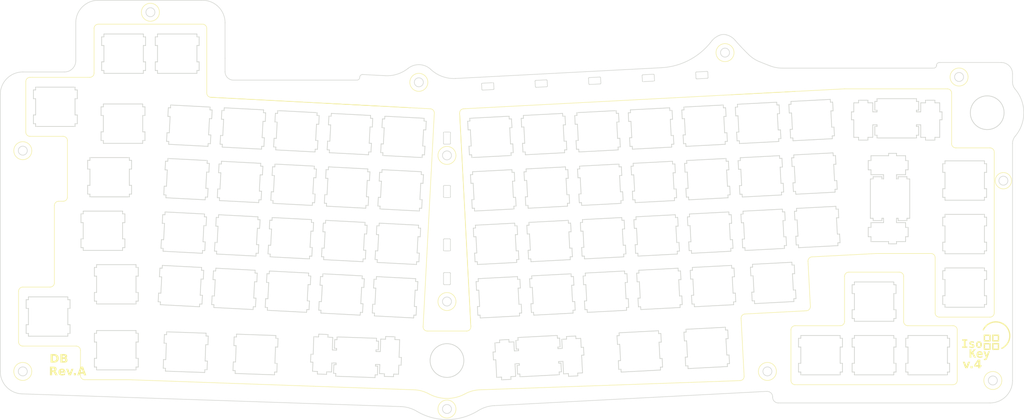
<source format=kicad_pcb>
(kicad_pcb (version 20221018) (generator pcbnew)
  (title_block (date "2023-08-16") (rev "A") (company "IsoKey - asterix24@gmail.com"))
  (layers (0 "F.Cu" signal) (31 "B.Cu" signal) (34 "B.Paste" user) (35 "F.Paste" user) (36 "B.SilkS" user "B.Silkscreen") (37 "F.SilkS" user "F.Silkscreen") (38 "B.Mask" user) (39 "F.Mask" user) (44 "Edge.Cuts" user))
  (net 0 "")
  (gr_line (start 51.974266 142.083441) (end 53.605566 142.083441) (stroke (width 0.2)) (layer "F.SilkS"))
  (gr_line (start 310.064852 103.186431) (end 331.282051 102.074485) (stroke (width 0.2)) (layer "F.SilkS"))
  (gr_line (start 312.250791 205.851574) (end 312.250791 187.852574) (stroke (width 0.2)) (layer "F.SilkS"))
  (gr_line (start 76.962291 205.579231) (end 61.236766 205.579231) (stroke (width 0.2)) (layer "F.SilkS"))
  (gr_arc (start 365 183.309477) (mid 363.93934 182.870137) (end 363.5 181.809477) (stroke (width 0.2)) (layer "F.SilkS"))
  (gr_line (start 106.050295 105.079146) (end 176.938303 108.794229) (stroke (width 0.2)) (layer "F.SilkS"))
  (gr_arc (start 194.502056 110.744879) (mid 194.885285 109.662681) (end 195.921496 109.168431) (stroke (width 0.2)) (layer "F.SilkS"))
  (gr_line (start 370.851556 123.080667) (end 383.000234 123.082565) (stroke (width 0.2)) (layer "F.SilkS"))
  (gr_line (start 64.578799 96.483441) (end 64.578799 80.572887) (stroke (width 0.2)) (layer "F.SilkS"))
  (gr_line (start 383 183.309477) (end 365 183.309477) (stroke (width 0.2)) (layer "F.SilkS"))
  (gr_line (start 369.850791 207.351574) (end 313.750791 207.351574) (stroke (width 0.2)) (layer "F.SilkS"))
  (gr_arc (start 198.48175 186.681973) (mid 198.071869 187.793011) (end 196.983806 188.260477) (stroke (width 0.2)) (layer "F.SilkS"))
  (gr_arc (start 183.016194 188.260477) (mid 181.928135 187.793006) (end 181.51825 186.681973) (stroke (width 0.2)) (layer "F.SilkS"))
  (gr_arc (start 369.850791 186.352574) (mid 370.911457 186.791908) (end 371.350791 187.852574) (stroke (width 0.2)) (layer "F.SilkS"))
  (gr_arc (start 184.078504 109.168431) (mid 185.114718 109.662678) (end 185.497944 110.744879) (stroke (width 0.2)) (layer "F.SilkS"))
  (gr_arc (start 41.818066 118.982441) (mid 40.75743 118.543077) (end 40.318066 117.482441) (stroke (width 0.2)) (layer "F.SilkS"))
  (gr_arc (start 103.128799 79.072887) (mid 104.189458 79.512228) (end 104.628799 80.572887) (stroke (width 0.2)) (layer "F.SilkS"))
  (gr_line (start 106.050295 105.079146) (end 176.938303 108.794229) (stroke (width 0.2)) (layer "F.SilkS"))
  (gr_arc (start 50.474266 143.583441) (mid 50.913618 142.522793) (end 51.974266 142.083441) (stroke (width 0.2)) (layer "F.SilkS"))
  (gr_line (start 294.163185 205.89316) (end 201.727906 209.16298) (stroke (width 0.2)) (layer "F.SilkS"))
  (gr_arc (start 312.250791 187.852574) (mid 312.690131 186.791914) (end 313.750791 186.352574) (stroke (width 0.2)) (layer "F.SilkS"))
  (gr_arc (start 318.310395 163.436463) (mid 318.693621 162.354262) (end 319.729836 161.860015) (stroke (width 0.2)) (layer "F.SilkS"))
  (gr_line (start 332.800791 167.302574) (end 350.800791 167.302574) (stroke (width 0.2)) (layer "F.SilkS"))
  (gr_arc (start 61.236766 205.579231) (mid 60.176133 205.139864) (end 59.736766 204.079231) (stroke (width 0.2)) (layer "F.SilkS"))
  (gr_arc (start 362 160.654736) (mid 363.060648 161.094088) (end 363.5 162.154736) (stroke (width 0.2)) (layer "F.SilkS"))
  (gr_arc (start 380.623528 187.823528) (mid 388.581314 186.442147) (end 387.2 194.4) (stroke (width 0.45)) (layer "F.SilkS"))
  (gr_line (start 176.938303 108.794229) (end 184.078504 109.168431) (stroke (width 0.2)) (layer "F.SilkS"))
  (gr_circle (center 303.88517 202.625924) (end 307.08517 202.625924) (stroke (width 0.2)) (fill none) (layer "F.SilkS"))
  (gr_circle (center 288.820275 89.191583) (end 292.020275 89.191583) (stroke (width 0.2)) (fill none) (layer "F.SilkS"))
  (gr_arc (start 295.608101 204.315593) (mid 295.216303 205.407233) (end 294.163185 205.89316) (stroke (width 0.2)) (layer "F.SilkS"))
  (gr_arc (start 313.750791 207.351574) (mid 312.690136 206.912229) (end 312.250791 205.851574) (stroke (width 0.2)) (layer "F.SilkS"))
  (gr_circle (center 190 216) (end 193.2 216) (stroke (width 0.2)) (fill none) (layer "F.SilkS"))
  (gr_circle (center 384 205.851574) (end 387.2 205.851574) (stroke (width 0.2)) (fill none) (layer "F.SilkS"))
  (gr_circle (center 84.603799 74.822887) (end 87.803799 74.822887) (stroke (width 0.2)) (fill none) (layer "F.SilkS"))
  (gr_line (start 37.745566 192.109641) (end 37.745566 174.110641) (stroke (width 0.2)) (layer "F.SilkS"))
  (gr_line (start 198.48175 186.681973) (end 194.502056 110.744879) (stroke (width 0.2)) (layer "F.SilkS"))
  (gr_rect (start 381 192.75) (end 383 194.75) (stroke (width 0.5)) (fill none) (layer "F.SilkS"))
  (gr_line (start 185.497944 110.744879) (end 181.51825 186.681973) (stroke (width 0.2)) (layer "F.SilkS"))
  (gr_arc (start 196.429003 210.608166) (mid 198.994661 209.578337) (end 201.727906 209.16298) (stroke (width 0.2)) (layer "F.SilkS"))
  (gr_line (start 352.300791 168.802574) (end 352.300791 184.852574) (stroke (width 0.2)) (layer "F.SilkS"))
  (gr_line (start 198.48175 186.681973) (end 194.502056 110.744879) (stroke (width 0.2)) (layer "F.SilkS"))
  (gr_arc (start 178.272094 209.16298) (mid 181.005343 209.578324) (end 183.570997 210.608166) (stroke (width 0.2)) (layer "F.SilkS"))
  (gr_arc (start 384.5 181.809477) (mid 384.06066 182.870138) (end 383 183.309477) (stroke (width 0.2)) (layer "F.SilkS"))
  (gr_arc (start 40.318066 99.483441) (mid 40.757404 98.422779) (end 41.818066 97.983441) (stroke (width 0.2)) (layer "F.SilkS"))
  (gr_circle (center 387.75 134.759979) (end 390.65 134.759979) (stroke (width 0.2)) (fill none) (layer "F.SilkS"))
  (gr_arc (start 370.851556 123.080667) (mid 369.791055 122.641237) (end 369.351791 121.580667) (stroke (width 0.2)) (layer "F.SilkS"))
  (gr_line (start 384.5 124.582565) (end 384.5 181.809477) (stroke (width 0.2)) (layer "F.SilkS"))
  (gr_line (start 342.727925 160.654736) (end 319.729836 161.860015) (stroke (width 0.2)) (layer "F.SilkS"))
  (gr_line (start 318.310395 163.436463) (end 319.150382 179.464367) (stroke (width 0.2)) (layer "F.SilkS"))
  (gr_arc (start 50.474266 171.110641) (mid 50.034938 172.171313) (end 48.974266 172.610641) (stroke (width 0.2)) (layer "F.SilkS"))
  (gr_arc (start 53.605566 118.982441) (mid 54.666251 119.421756) (end 55.105566 120.482441) (stroke (width 0.2)) (layer "F.SilkS"))
  (gr_rect (start 384 192.75) (end 386 194.75) (stroke (width 0.5)) (fill none) (layer "F.SilkS"))
  (gr_arc (start 55.105566 140.583441) (mid 54.666238 141.644113) (end 53.605566 142.083441) (stroke (width 0.2)) (layer "F.SilkS"))
  (gr_line (start 53.605566 118.982441) (end 41.818066 118.982441) (stroke (width 0.2)) (layer "F.SilkS"))
  (gr_line (start 331.300791 184.852574) (end 331.300791 168.802574) (stroke (width 0.2)) (layer "F.SilkS"))
  (gr_line (start 58.236766 193.609641) (end 39.245566 193.609641) (stroke (width 0.2)) (layer "F.SilkS"))
  (gr_line (start 183.016194 188.260477) (end 196.983806 188.260477) (stroke (width 0.2)) (layer "F.SilkS"))
  (gr_line (start 40.318066 117.482441) (end 40.318066 99.483441) (stroke (width 0.2)) (layer "F.SilkS"))
  (gr_line (start 41.818066 97.983441) (end 63.078799 97.983441) (stroke (width 0.2)) (layer "F.SilkS"))
  (gr_line (start 317.730942 181.040816) (end 295.950203 182.182296) (stroke (width 0.2)) (layer "F.SilkS"))
  (gr_line (start 195.921496 109.168431) (end 313.759781 102.992788) (stroke (width 0.2)) (layer "F.SilkS"))
  (gr_arc (start 353.800791 186.352574) (mid 352.740136 185.913229) (end 352.300791 184.852574) (stroke (width 0.2)) (layer "F.SilkS"))
  (gr_line (start 55.105566 140.583441) (end 55.105566 120.482441) (stroke (width 0.2)) (layer "F.SilkS"))
  (gr_rect (start 384 189.75) (end 386 191.75) (stroke (width 0.5)) (fill none) (layer "F.SilkS"))
  (gr_arc (start 331.300791 168.802574) (mid 331.740131 167.741914) (end 332.800791 167.302574) (stroke (width 0.2)) (layer "F.SilkS"))
  (gr_arc (start 367.852025 102.080198) (mid 368.912534 102.51962) (end 369.351791 103.580198) (stroke (width 0.2)) (layer "F.SilkS"))
  (gr_line (start 371.350791 187.852574) (end 371.350791 205.851574) (stroke (width 0.2)) (layer "F.SilkS"))
  (gr_arc (start 37.745566 174.110641) (mid 38.184904 173.049979) (end 39.245566 172.610641) (stroke (width 0.2)) (layer "F.SilkS"))
  (gr_line (start 294.530762 183.758744) (end 295.608101 204.315593) (stroke (width 0.2)) (layer "F.SilkS"))
  (gr_line (start 291.040959 104.183431) (end 309.016291 103.241384) (stroke (width 0.2)) (layer "F.SilkS"))
  (gr_arc (start 39.245566 193.609641) (mid 38.18493 193.170277) (end 37.745566 192.109641) (stroke (width 0.2)) (layer "F.SilkS"))
  (gr_line (start 50.474266 171.110641) (end 50.474266 143.583441) (stroke (width 0.2)) (layer "F.SilkS"))
  (gr_line (start 59.736766 204.079231) (end 59.736766 195.109641) (stroke (width 0.2)) (layer "F.SilkS"))
  (gr_circle (center 180 99.759977) (end 183.2 99.759977) (stroke (width 0.2)) (fill none) (layer "F.SilkS"))
  (gr_arc (start 294.530762 183.758744) (mid 294.913992 182.676547) (end 295.950203 182.182296) (stroke (width 0.2)) (layer "F.SilkS"))
  (gr_line (start 369.351791 103.580198) (end 369.351791 121.580667) (stroke (width 0.2)) (layer "F.SilkS"))
  (gr_circle (center 372 97.86612) (end 375.2 97.86612) (stroke (width 0.2)) (fill none) (layer "F.SilkS"))
  (gr_circle (center 190 177.759977) (end 193.2 177.759977) (stroke (width 0.2)) (fill none) (layer "F.SilkS"))
  (gr_line (start 104.628799 80.572887) (end 104.628799 103.581201) (stroke (width 0.2)) (layer "F.SilkS"))
  (gr_circle (center 39.245566 202.625924) (end 42.445566 202.625924) (stroke (width 0.2)) (fill none) (layer "F.SilkS"))
  (gr_arc (start 64.578799 96.483441) (mid 64.139478 97.54412) (end 63.078799 97.983441) (stroke (width 0.2)) (layer "F.SilkS"))
  (gr_line (start 331.282051 102.074485) (end 367.852025 102.080198) (stroke (width 0.2)) (layer "F.SilkS"))
  (gr_arc (start 106.050295 105.079146) (mid 105.040732 104.613738) (end 104.628799 103.581201) (stroke (width 0.2)) (layer "F.SilkS"))
  (gr_arc (start 331.300791 184.852574) (mid 330.861451 185.913234) (end 329.800791 186.352574) (stroke (width 0.2)) (layer "F.SilkS"))
  (gr_arc (start 196.429003 210.608166) (mid 190 212.240024) (end 183.570997 210.608166) (stroke (width 0.2)) (layer "F.SilkS"))
  (gr_line (start 363.5 181.809477) (end 363.5 162.154736) (stroke (width 0.2)) (layer "F.SilkS"))
  (gr_line (start 66.078799 79.072887) (end 103.128799 79.072887) (stroke (width 0.2)) (layer "F.SilkS"))
  (gr_line (start 39.245566 172.610641) (end 48.974266 172.610641) (stroke (width 0.2)) (layer "F.SilkS"))
  (gr_arc (start 319.150382 179.464367) (mid 318.767148 180.54656) (end 317.730942 181.040816) (stroke (width 0.2)) (layer "F.SilkS"))
  (gr_line (start 178.272094 209.16298) (end 76.962291 205.579231) (stroke (width 0.2)) (layer "F.SilkS"))
  (gr_rect (start 381 189.75) (end 383 191.75) (stroke (width 0.5)) (fill none) (layer "F.SilkS"))
  (gr_arc (start 350.800791 167.302574) (mid 351.861457 167.741908) (end 352.300791 168.802574) (stroke (width 0.2)) (layer "F.SilkS"))
  (gr_line (start 147.07928 107.229384) (end 165.054611 108.171431) (stroke (width 0.2)) (layer "F.SilkS"))
  (gr_arc (start 58.236766 193.609641) (mid 59.297451 194.048956) (end 59.736766 195.109641) (stroke (width 0.2)) (layer "F.SilkS"))
  (gr_arc (start 383.000234 123.082565) (mid 384.06074 123.52199) (end 384.5 124.582565) (stroke (width 0.2)) (layer "F.SilkS"))
  (gr_circle (center 190 125.759979) (end 193.2 125.759979) (stroke (width 0.2)) (fill none) (layer "F.SilkS"))
  (gr_circle (center 39.245566 124.080117) (end 42.445566 124.080117) (stroke (width 0.2)) (fill none) (layer "F.SilkS"))
  (gr_line (start 362 160.654736) (end 342.727925 160.654736) (stroke (width 0.2)) (layer "F.SilkS"))
  (gr_arc (start 371.350791 205.851574) (mid 370.911451 206.912234) (end 369.850791 207.351574) (stroke (width 0.2)) (layer "F.SilkS"))
  (gr_line (start 353.800791 186.352574) (end 369.850791 186.352574) (stroke (width 0.2)) (layer "F.SilkS"))
  (gr_line (start 313.750791 186.352574) (end 329.800791 186.352574) (stroke (width 0.2)) (layer "F.SilkS"))
  (gr_arc (start 64.578799 80.572887) (mid 65.018134 79.512222) (end 66.078799 79.072887) (stroke (width 0.2)) (layer "F.SilkS"))
  (gr_line (start 160.827924 150.596799) (end 160.880286 149.59767) (stroke (width 0.25)) (layer "Edge.Cuts"))
  (gr_line (start 88.098039 178.879672) (end 102.078853 179.612375) (stroke (width 0.25)) (layer "Edge.Cuts"))
  (gr_line (start 159.150531 182.603375) (end 159.202888 181.604346) (stroke (width 0.25)) (layer "Edge.Cuts"))
  (gr_line (start 75.524766 146.571861) (end 74.723966 146.571861) (stroke (width 0.25)) (layer "Edge.Cuts"))
  (gr_line (start 342.851791 114.867656) (end 342.851791 115.468356) (stroke (width 0.25)) (layer "Edge.Cuts"))
  (gr_line (start 121.620924 170.721944) (end 122.420826 170.763865) (stroke (width 0.25)) (layer "Edge.Cuts"))
  (gr_line (start 235.564339 114.690286) (end 236.364241 114.648365) (stroke (width 0.25)) (layer "Edge.Cuts"))
  (gr_line (start 307.881498 119.812017) (end 308.6814 119.770096) (stroke (width 0.25)) (layer "Edge.Cuts"))
  (gr_line (start 109.529583 118.669196) (end 109.367384 121.764149) (stroke (width 0.25)) (layer "Edge.Cuts"))
  (gr_arc (start 189.020028 171.748709) (mid 188.843235 171.675502) (end 188.770028 171.498709) (stroke (width 0.2)) (layer "Edge.Cuts"))
  (gr_line (start 56.044266 186.000061) (end 55.245266 186.000061) (stroke (width 0.25)) (layer "Edge.Cuts"))
  (gr_line (start 367 159.748997) (end 367 160.749497) (stroke (width 0.25)) (layer "Edge.Cuts"))
  (gr_line (start 82.878799 95.561907) (end 82.878799 92.461907) (stroke (width 0.25)) (layer "Edge.Cuts"))
  (gr_line (start 217.125703 111.549685) (end 217.178092 112.549314) (stroke (width 0.25)) (layer "Edge.Cuts"))
  (gr_line (start 330.550791 199.740544) (end 329.749791 199.740544) (stroke (width 0.25)) (layer "Edge.Cuts"))
  (gr_arc (start 278.767 98.5277) (mid 278.586609 98.463837) (end 278.504259 98.291126) (stroke (width 0.2)) (layer "Edge.Cuts"))
  (gr_line (start 235.41463 177.734821) (end 234.614728 177.776742) (stroke (width 0.25)) (layer "Edge.Cuts"))
  (gr_line (start 87.127799 86.661907) (end 87.127799 92.461907) (stroke (width 0.25)) (layer "Edge.Cuts"))
  (gr_arc (start 188.770028 167.698709) (mid 188.843251 167.521932) (end 189.020028 167.448709) (stroke (width 0.2)) (layer "Edge.Cuts"))
  (gr_line (start 353.916791 130.891156) (end 353.916791 127.590956) (stroke (width 0.25)) (layer "Edge.Cuts"))
  (gr_line (start 345.167791 134.140556) (end 344.566791 134.140556) (stroke (width 0.25)) (layer "Edge.Cuts"))
  (gr_line (start 124.577041 129.620828) (end 123.777139 129.578907) (stroke (width 0.25)) (layer "Edge.Cuts"))
  (gr_line (start 308.878498 138.83591) (end 309.6784 138.793989) (stroke (width 0.25)) (layer "Edge.Cuts"))
  (gr_line (start 146.580369 139.687088) (end 146.418169 142.782041) (stroke (width 0.25)) (layer "Edge.Cuts"))
  (gr_line (start 307.201089 106.829035) (end 293.221274 107.561686) (stroke (width 0.25)) (layer "Edge.Cuts"))
  (gr_line (start 238.024103 161.625375) (end 238.824005 161.583454) (stroke (width 0.25)) (layer "Edge.Cuts"))
  (gr_line (start 270.150314 127.847127) (end 256.168502 128.579883) (stroke (width 0.25)) (layer "Edge.Cuts"))
  (gr_line (start 348.800791 184.791594) (end 348.800791 183.791094) (stroke (width 0.25)) (layer "Edge.Cuts"))
  (gr_line (start 289.495308 117.672144) (end 288.695406 117.714065) (stroke (width 0.25)) (layer "Edge.Cuts"))
  (gr_line (start 64.687766 192.169351) (end 65.486766 192.169351) (stroke (width 0.25)) (layer "Edge.Cuts"))
  (gr_line (start 368.651791 190.841194) (end 367.850791 190.841194) (stroke (width 0.25)) (layer "Edge.Cuts"))
  (gr_line (start 250.181799 110.819663) (end 250.129411 109.820034) (stroke (width 0.25)) (layer "Edge.Cuts"))
  (gr_line (start 164.904291 191.829754) (end 164.938291 190.830754) (stroke (width 0.25)) (layer "Edge.Cuts"))
  (gr_line (start 251.057294 201.902833) (end 251.857196 201.860912) (stroke (width 0.25)) (layer "Edge.Cuts"))
  (gr_line (start 291.220569 165.897041) (end 291.168206 164.897912) (stroke (width 0.25)) (layer "Edge.Cuts"))
  (gr_line (start 110.165289 121.805965) (end 110.112927 122.805094) (stroke (width 0.25)) (layer "Edge.Cuts"))
  (gr_line (start 313.957474 154.542422) (end 314.119673 157.637375) (stroke (width 0.25)) (layer "Edge.Cuts"))
  (gr_line (start 104.39837 189.017073) (end 90.406898 188.52848) (stroke (width 0.25)) (layer "Edge.Cuts"))
  (gr_line (start 145.222074 180.871643) (end 145.169717 181.870672) (stroke (width 0.25)) (layer "Edge.Cuts"))
  (gr_line (start 145.583369 158.710981) (end 145.421169 161.805934) (stroke (width 0.25)) (layer "Edge.Cuts"))
  (gr_line (start 356.851791 119.568056) (end 356.851791 118.567556) (stroke (width 0.25)) (layer "Edge.Cuts"))
  (gr_line (start 189.020028 117.450042) (end 190.980028 117.450042) (stroke (width 0.2)) (layer "Edge.Cuts"))
  (gr_line (start 148.04319 111.774794) (end 147.880933 114.870845) (stroke (width 0.25)) (layer "Edge.Cuts"))
  (gr_line (start 258.8429 179.610451) (end 258.895257 180.60948) (stroke (width 0.25)) (layer "Edge.Cuts"))
  (gr_line (start 77.905966 136.424561) (end 77.106566 136.424561) (stroke (width 0.25)) (layer "Edge.Cuts"))
  (gr_line (start 213.596835 140.725957) (end 213.293271 134.933606) (stroke (width 0.25)) (layer "Edge.Cuts"))
  (gr_line (start 141.444719 171.760865) (end 141.606934 168.665613) (stroke (width 0.25)) (layer "Edge.Cuts"))
  (gr_line (start 257.380137 151.699255) (end 257.683701 157.491606) (stroke (width 0.25)) (layer "Edge.Cuts"))
  (gr_line (start 105.055804 193.14223) (end 105.164014 190.043519) (stroke (width 0.25)) (layer "Edge.Cuts"))
  (gr_line (start 381 150.849697) (end 381.801 150.849697) (stroke (width 0.25)) (layer "Edge.Cuts"))
  (gr_line (start 62.306466 127.523661) (end 62.306466 130.624261) (stroke (width 0.25)) (layer "Edge.Cuts"))
  (gr_line (start 114.85989 199.253411) (end 114.061377 199.225526) (stroke (width 0.25)) (layer "Edge.Cuts"))
  (gr_line (start 308.412734 129.948606) (end 309.212636 129.906685) (stroke (width 0.25)) (layer "Edge.Cuts"))
  (gr_line (start 122.314302 157.491501) (end 122.617866 151.69915) (stroke (width 0.25)) (layer "Edge.Cuts"))
  (gr_line (start 148.893483 110.816982) (end 148.841095 111.81661) (stroke (width 0.25)) (layer "Edge.Cuts"))
  (gr_line (start 213.770333 192.099459) (end 212.047697 192.189738) (stroke (width 0.25)) (layer "Edge.Cuts"))
  (gr_line (start 77.106566 127.523661) (end 77.106566 126.523161) (stroke (width 0.25)) (layer "Edge.Cuts"))
  (gr_arc (start 189.020028 121.750042) (mid 188.843228 121.676842) (end 188.770028 121.500042) (stroke (width 0.2)) (layer "Edge.Cuts"))
  (gr_arc (start 201.083006 216.587231) (mid 190.214142 219.748904) (end 179.283062 216.809542) (stroke (width 0.2)) (layer "Edge.Cuts"))
  (gr_line (start 313.760376 135.476608) (end 312.960474 135.51853) (stroke (width 0.25)) (layer "Edge.Cuts"))
  (gr_line (start 173.709291 200.443904) (end 173.806291 197.643754) (stroke (width 0.25)) (layer "Edge.Cuts"))
  (gr_line (start 127.394276 141.785041) (end 128.192181 141.826858) (stroke (width 0.25)) (layer "Edge.Cuts"))
  (gr_line (start 257.579174 170.763865) (end 258.377079 170.722049) (stroke (width 0.25)) (layer "Edge.Cuts"))
  (gr_line (start 129.197863 189.84817) (end 115.205392 189.359542) (stroke (width 0.25)) (layer "Edge.Cuts"))
  (gr_line (start 234.614728 177.776742) (end 234.311106 171.983293) (stroke (width 0.25)) (layer "Edge.Cuts"))
  (gr_line (start 341.467791 133.341556) (end 341.467791 134.140556) (stroke (width 0.25)) (layer "Edge.Cuts"))
  (gr_line (start 272.996578 166.85212) (end 272.196676 166.894041) (stroke (width 0.25)) (layer "Edge.Cuts"))
  (gr_line (start 166.601261 121.660196) (end 166.439062 124.755148) (stroke (width 0.25)) (layer "Edge.Cuts"))
  (gr_line (start 110.327488 118.711012) (end 109.529583 118.669196) (stroke (width 0.25)) (layer "Edge.Cuts"))
  (gr_line (start 182.645703 113.588235) (end 181.845801 113.546314) (stroke (width 0.25)) (layer "Edge.Cuts"))
  (gr_line (start 251.857196 201.860912) (end 251.909553 202.859941) (stroke (width 0.25)) (layer "Edge.Cuts"))
  (gr_line (start 160.99979 162.622375) (end 161.161989 159.527422) (stroke (width 0.25)) (layer "Edge.Cuts"))
  (gr_line (start 232.620728 139.728957) (end 232.317164 133.936606) (stroke (width 0.25)) (layer "Edge.Cuts"))
  (gr_line (start 101.929799 86.661907) (end 101.929799 83.562907) (stroke (width 0.25)) (layer "Edge.Cuts"))
  (gr_line (start 255.22388 110.555418) (end 254.425975 110.597235) (stroke (width 0.25)) (layer "Edge.Cuts"))
  (gr_line (start 220.849469 182.603375) (end 234.829284 181.870724) (stroke (width 0.25)) (layer "Edge.Cuts"))
  (gr_line (start 87.127799 95.561907) (end 87.127799 96.561907) (stroke (width 0.25)) (layer "Edge.Cuts"))
  (gr_line (start 180.901179 131.570778) (end 166.920365 130.838074) (stroke (width 0.25)) (layer "Edge.Cuts"))
  (gr_line (start 165.442062 143.779041) (end 166.239967 143.820858) (stroke (width 0.25)) (layer "Edge.Cuts"))
  (gr_line (start 149.415291 190.519254) (end 147.691291 190.458654) (stroke (width 0.25)) (layer "Edge.Cuts"))
  (gr_line (start 269.886075 122.805146) (end 269.833713 121.806017) (stroke (width 0.25)) (layer "Edge.Cuts"))
  (gr_line (start 182.017682 125.571589) (end 182.179882 122.476637) (stroke (width 0.25)) (layer "Edge.Cuts"))
  (gr_line (start 334.800791 199.740544) (end 333.999791 199.740544) (stroke (width 0.25)) (layer "Edge.Cuts"))
  (gr_line (start 340.697791 127.590956) (end 339.717791 127.590956) (stroke (width 0.25)) (layer "Edge.Cuts"))
  (gr_line (start 294.098781 139.610482) (end 294.898683 139.568561) (stroke (width 0.25)) (layer "Edge.Cuts"))
  (gr_line (start 363 94.70529) (end 309.156625 94.70529) (stroke (width 0.2)) (layer "Edge.Cuts"))
  (gr_line (start 353.848791 190.841194) (end 353.047791 190.841194) (stroke (width 0.25)) (layer "Edge.Cuts"))
  (gr_line (start 103.290409 156.494501) (end 103.593973 150.70215) (stroke (width 0.25)) (layer "Edge.Cuts"))
  (gr_line (start 82.079799 92.461907) (end 82.079799 86.661907) (stroke (width 0.25)) (layer "Edge.Cuts"))
  (gr_line (start 143.332194 120.440716) (end 143.635759 114.648365) (stroke (width 0.25)) (layer "Edge.Cuts"))
  (gr_line (start 253.601725 160.808986) (end 253.439525 157.714033) (stroke (width 0.25)) (layer "Edge.Cuts"))
  (gr_line (start 81.867666 120.471961) (end 82.668466 120.471961) (stroke (width 0.25)) (layer "Edge.Cuts"))
  (gr_line (start 290.171206 145.874019) (end 276.191392 146.606671) (stroke (width 0.25)) (layer "Edge.Cuts"))
  (gr_line (start 191.230028 155.700042) (end 191.230028 159.500042) (stroke (width 0.2)) (layer "Edge.Cuts"))
  (gr_line (start 349.767791 132.616556) (end 352.996791 132.616556) (stroke (width 0.25)) (layer "Edge.Cuts"))
  (gr_line (start 329.537093 153.725929) (end 328.737191 153.76785) (stroke (width 0.25)) (layer "Edge.Cuts"))
  (gr_line (start 255.689701 119.44382) (end 254.891796 119.485637) (stroke (width 0.25)) (layer "Edge.Cuts"))
  (gr_line (start 254.425975 110.597235) (end 254.588232 113.693286) (stroke (width 0.25)) (layer "Edge.Cuts"))
  (gr_line (start 129.542714 202.867236) (end 129.650875 199.769924) (stroke (width 0.25)) (layer "Edge.Cuts"))
  (gr_line (start 164.19361 182.867672) (end 178.174423 183.600375) (stroke (width 0.25)) (layer "Edge.Cuts"))
  (gr_line (start 333.999791 171.791194) (end 333.999791 174.891794) (stroke (width 0.25)) (layer "Edge.Cuts"))
  (gr_line (start 234.41763 158.710929) (end 233.617728 158.75285) (stroke (width 0.25)) (layer "Edge.Cuts"))
  (gr_line (start 82.079799 95.561907) (end 82.878799 95.561907) (stroke (width 0.25)) (layer "Edge.Cuts"))
  (gr_line (start 142.120633 143.55869) (end 142.172995 142.559561) (stroke (width 0.25)) (layer "Edge.Cuts"))
  (gr_line (start 289.669733 200.881014) (end 289.617376 199.881985) (stroke (width 0.25)) (layer "Edge.Cuts"))
  (gr_line (start 43.818066 115.472431) (end 57.817066 115.472431) (stroke (width 0.25)) (layer "Edge.Cuts"))
  (gr_line (start 122.952005 160.628375) (end 123.114204 157.533422) (stroke (width 0.25)) (layer "Edge.Cuts"))
  (gr_line (start 329.233529 147.933578) (end 329.071256 144.837227) (stroke (width 0.25)) (layer "Edge.Cuts"))
  (gr_line (start 381 156.648397) (end 381 150.849697) (stroke (width 0.25)) (layer "Edge.Cuts"))
  (gr_line (start 126.826218 167.890989) (end 126.028313 167.849172) (stroke (width 0.25)) (layer "Edge.Cuts"))
  (gr_line (start 87.514791 174.743879) (end 87.352591 177.838832) (stroke (width 0.25)) (layer "Edge.Cuts"))
  (gr_line (start 193.079626 98.384859) (end 266.194517 94.55307) (stroke (width 0.2)) (layer "Edge.Cuts"))
  (gr_line (start 166.070098 131.795387) (end 165.907825 134.891738) (stroke (width 0.25)) (layer "Edge.Cuts"))
  (gr_line (start 129.189181 122.802965) (end 129.136819 123.802094) (stroke (width 0.25)) (layer "Edge.Cuts"))
  (gr_line (start 299.10822 174.396782) (end 298.308318 174.438703) (stroke (width 0.25)) (layer "Edge.Cuts"))
  (gr_line (start 215.704032 199.838863) (end 215.735481 200.43894) (stroke (width 0.25)) (layer "Edge.Cuts"))
  (gr_line (start 88.815355 149.927636) (end 89.61316 149.969447) (stroke (width 0.25)) (layer "Edge.Cuts"))
  (gr_line (start 67.868066 121.472461) (end 81.867666 121.472461) (stroke (width 0.25)) (layer "Edge.Cuts"))
  (gr_line (start 167.917376 111.813982) (end 167.864988 112.81361) (stroke (width 0.25)) (layer "Edge.Cuts"))
  (gr_line (start 252.973688 148.825332) (end 252.175783 148.867148) (stroke (width 0.25)) (layer "Edge.Cuts"))
  (gr_line (start 291.848605 177.880695) (end 292.648507 177.838774) (stroke (width 0.25)) (layer "Edge.Cuts"))
  (gr_arc (start 386.989834 92.706655) (mid 389.824831 93.874623) (end 391 96.706642) (stroke (width 0.2)) (layer "Edge.Cuts"))
  (gr_line (start 147.896473 129.841074) (end 147.844111 130.840203) (stroke (width 0.25)) (layer "Edge.Cuts"))
  (gr_line (start 345.167791 132.616556) (end 345.167791 134.140556) (stroke (width 0.25)) (layer "Edge.Cuts"))
  (gr_line (start 212.599835 121.702065) (end 212.296271 115.909714) (stroke (width 0.25)) (layer "Edge.Cuts"))
  (gr_line (start 293.633017 130.723179) (end 294.432919 130.681258) (stroke (width 0.25)) (layer "Edge.Cuts"))
  (gr_line (start 167.399166 121.702012) (end 166.601261 121.660196) (stroke (width 0.25)) (layer "Edge.Cuts"))
  (gr_line (start 232.120066 114.870793) (end 231.957809 111.774741) (stroke (width 0.25)) (layer "Edge.Cuts"))
  (gr_line (start 358.375791 107.037756) (end 358.375791 110.267756) (stroke (width 0.25)) (layer "Edge.Cuts"))
  (gr_line (start 60.724266 149.672461) (end 60.724266 155.472761) (stroke (width 0.25)) (layer "Edge.Cuts"))
  (gr_line (start 240.538254 98.071071) (end 244.333046 97.872194) (stroke (width 0.2)) (layer "Edge.Cuts"))
  (gr_line (start 233.099529 148.865019) (end 219.119714 149.59767) (stroke (width 0.25)) (layer "Edge.Cuts"))
  (gr_line (start 269.671513 118.711065) (end 269.367949 112.918714) (stroke (width 0.25)) (layer "Edge.Cuts"))
  (gr_line (start 232.472499 190.198958) (end 232.520601 191.116799) (stroke (width 0.25)) (layer "Edge.Cuts"))
  (gr_line (start 79.487866 177.622061) (end 80.287266 177.622061) (stroke (width 0.25)) (layer "Edge.Cuts"))
  (gr_line (start 58.078799 92.070135) (end 58.078799 78.562905) (stroke (width 0.2)) (layer "Edge.Cuts"))
  (gr_line (start 162.659651 115.645365) (end 163.459554 115.687286) (stroke (width 0.25)) (layer "Edge.Cuts"))
  (gr_line (start 213.759035 143.82091) (end 214.558937 143.778989) (stroke (width 0.25)) (layer "Edge.Cuts"))
  (gr_line (start 234.776927 180.871695) (end 235.57683 180.829774) (stroke (width 0.25)) (layer "Edge.Cuts"))
  (gr_line (start 123.829501 128.579778) (end 109.848688 127.847074) (stroke (width 0.25)) (layer "Edge.Cuts"))
  (gr_line (start 86.329799 92.461907) (end 86.329799 95.561907) (stroke (width 0.25)) (layer "Edge.Cuts"))
  (gr_line (start 225.595787 99.108768) (end 225.698366 101.066082) (stroke (width 0.2)) (layer "Edge.Cuts"))
  (gr_line (start 334.800791 193.941794) (end 334.800791 199.740544) (stroke (width 0.25)) (layer "Edge.Cuts"))
  (gr_line (start 352.996791 125.866856) (end 349.767791 125.866856) (stroke (width 0.25)) (layer "Edge.Cuts"))
  (gr_line (start 236.830005 123.535668) (end 236.882367 124.534797) (stroke (width 0.25)) (layer "Edge.Cuts"))
  (gr_line (start 188.770028 140.500042) (end 188.770028 136.700042) (stroke (width 0.2)) (layer "Edge.Cuts"))
  (gr_line (start 312.960474 135.51853) (end 313.122673 138.613482) (stroke (width 0.25)) (layer "Edge.Cuts"))
  (gr_line (start 251.445525 119.666248) (end 250.64762 119.708065) (stroke (width 0.25)) (layer "Edge.Cuts"))
  (gr_line (start 107.373384 159.811934) (end 108.171289 159.85375) (stroke (width 0.25)) (layer "Edge.Cuts"))
  (gr_line (start 312.763376 116.452716) (end 311.963474 116.494637) (stroke (width 0.25)) (layer "Edge.Cuts"))
  (gr_arc (start 263.748366 99.066082) (mid 263.684508 99.246474) (end 263.511792 99.328823) (stroke (width 0.2)) (layer "Edge.Cuts"))
  (gr_line (start 330.550791 190.841194) (end 329.749791 190.841194) (stroke (width 0.25)) (layer "Edge.Cuts"))
  (gr_line (start 88.616218 168.992241) (end 88.312596 174.78569) (stroke (width 0.25)) (layer "Edge.Cuts"))
  (gr_line (start 159.668709 172.715944) (end 160.468611 172.757865) (stroke (width 0.25)) (layer "Edge.Cuts"))
  (gr_line (start 144.132097 120.482637) (end 143.332194 120.440716) (stroke (width 0.25)) (layer "Edge.Cuts"))
  (gr_line (start 354.467791 148.141656) (end 354.467791 134.140556) (stroke (width 0.25)) (layer "Edge.Cuts"))
  (gr_line (start 230.967016 194.432751) (end 229.443107 194.512616) (stroke (width 0.25)) (layer "Edge.Cuts"))
  (gr_line (start 31.245566 104.070135) (end 31.245566 202.615942) (stroke (width 0.2)) (layer "Edge.Cuts"))
  (gr_line (start 354.467791 134.140556) (end 353.468791 134.140556) (stroke (width 0.25)) (layer "Edge.Cuts"))
  (gr_line (start 164.408166 178.77369) (end 163.610261 178.731874) (stroke (width 0.25)) (layer "Edge.Cuts"))
  (gr_line (start 126.559476 157.713981) (end 126.397276 160.808934) (stroke (width 0.25)) (layer "Edge.Cuts"))
  (gr_line (start 104.052868 198.910942) (end 104.255292 193.114276) (stroke (width 0.25)) (layer "Edge.Cuts"))
  (gr_line (start 212.081625 111.814034) (end 198.101811 112.546685) (stroke (width 0.25)) (layer "Edge.Cuts"))
  (gr_line (start 340.466791 148.141656) (end 341.467791 148.141656) (stroke (width 0.25)) (layer "Edge.Cuts"))
  (gr_line (start 101.128799 83.562907) (end 101.128799 82.561907) (stroke (width 0.25)) (layer "Edge.Cuts"))
  (gr_arc (start 225.333046 98.872194) (mid 225.513409 98.936074) (end 225.595787 99.108768) (stroke (width 0.2)) (layer "Edge.Cuts"))
  (gr_line (start 269.205692 109.822663) (end 269.153303 108.823034) (stroke (width 0.25)) (layer "Edge.Cuts"))
  (gr_line (start 231.105518 110.817034) (end 217.125703 111.549685) (stroke (width 0.25)) (layer "Edge.Cuts"))
  (gr_line (start 38.976766 210.611425) (end 173.562298 215.136059) (stroke (width 0.2)) (layer "Edge.Cuts"))
  (gr_line (start 250.129411 109.820034) (end 236.149596 110.552685) (stroke (width 0.25)) (layer "Edge.Cuts"))
  (gr_line (start 188.770028 159.500042) (end 188.770028 155.700042) (stroke (width 0.2)) (layer "Edge.Cuts"))
  (gr_line (start 141.123633 162.582582) (end 141.175995 161.583454) (stroke (width 0.25)) (layer "Edge.Cuts"))
  (gr_line (start 115.062315 193.456744) (end 114.85989 199.253411) (stroke (width 0.25)) (layer "Edge.Cuts"))
  (gr_line (start 181.683544 116.642365) (end 182.483446 116.684286) (stroke (width 0.25)) (layer "Edge.Cuts"))
  (gr_line (start 166.904825 115.867845) (end 167.70273 115.909661) (stroke (width 0.25)) (layer "Edge.Cuts"))
  (gr_line (start 293.739483 117.449716) (end 292.939581 117.491637) (stroke (width 0.25)) (layer "Edge.Cuts"))
  (gr_line (start 214.935579 200.480861) (end 215.097778 203.575813) (stroke (width 0.25)) (layer "Edge.Cuts"))
  (gr_line (start 215.287213 172.980293) (end 216.087116 172.938372) (stroke (width 0.25)) (layer "Edge.Cuts"))
  (gr_line (start 367.850791 203.841564) (end 367.850791 202.841104) (stroke (width 0.25)) (layer "Edge.Cuts"))
  (gr_line (start 191.230028 117.700042) (end 191.230028 121.500042) (stroke (width 0.2)) (layer "Edge.Cuts"))
  (gr_line (start 381 160.749497) (end 381 159.748997) (stroke (width 0.25)) (layer "Edge.Cuts"))
  (gr_line (start 358.375791 119.338056) (end 360.100791 119.338056) (stroke (width 0.25)) (layer "Edge.Cuts"))
  (gr_line (start 159.365087 178.509394) (end 159.668709 172.715944) (stroke (width 0.25)) (layer "Edge.Cuts"))
  (gr_line (start 292.636017 111.699286) (end 293.435919 111.657365) (stroke (width 0.25)) (layer "Edge.Cuts"))
  (gr_line (start 265.20898 189.144706) (end 265.156691 188.146976) (stroke (width 0.25)) (layer "Edge.Cuts"))
  (gr_line (start 271.665513 156.75885) (end 271.361949 150.966499) (stroke (width 0.25)) (layer "Edge.Cuts"))
  (gr_line (start 365.949791 113.067756) (end 365.949791 110.267756) (stroke (width 0.25)) (layer "Edge.Cuts"))
  (gr_line (start 349.767791 134.140556) (end 349.767791 132.616556) (stroke (width 0.25)) (layer "Edge.Cuts"))
  (gr_line (start 215.805392 182.867724) (end 215.753035 181.868695) (stroke (width 0.25)) (layer "Edge.Cuts"))
  (gr_line (start 233.951793 149.822227) (end 233.151891 149.864148) (stroke (width 0.25)) (layer "Edge.Cuts"))
  (gr_line (start 106.084311 118.488637) (end 105.284409 118.446716) (stroke (width 0.25)) (layer "Edge.Cuts"))
  (gr_line (start 57.817066 101.471561) (end 43.818066 101.471561) (stroke (width 0.25)) (layer "Edge.Cuts"))
  (gr_line (start 232.954793 130.798334) (end 232.154891 130.840256) (stroke (width 0.25)) (layer "Edge.Cuts"))
  (gr_line (start 67.279799 86.661907) (end 68.078799 86.661907) (stroke (width 0.25)) (layer "Edge.Cuts"))
  (gr_line (start 103.093311 175.560315) (end 102.293409 175.518394) (stroke (width 0.25)) (layer "Edge.Cuts"))
  (gr_line (start 216.087116 172.938372) (end 215.9249 169.84312) (stroke (width 0.25)) (layer "Edge.Cuts"))
  (gr_line (start 79.487866 192.169351) (end 80.287266 192.169351) (stroke (width 0.25)) (layer "Edge.Cuts"))
  (gr_line (start 314.949791 199.740544) (end 314.949791 202.841104) (stroke (width 0.25)) (layer "Edge.Cuts"))
  (gr_line (start 90.824795 126.850075) (end 90.772433 127.849203) (stroke (width 0.25)) (layer "Edge.Cuts"))
  (gr_line (start 327.077272 106.789742) (end 326.27737 106.831663) (stroke (width 0.25)) (layer "Edge.Cuts"))
  (gr_line (start 141.625291 196.520654) (end 141.528291 199.319424) (stroke (width 0.25)) (layer "Edge.Cuts"))
  (gr_line (start 352.996791 149.667056) (end 349.767791 149.667056) (stroke (width 0.25)) (layer "Edge.Cuts"))
  (gr_line (start 88.349591 158.814939) (end 89.147396 158.85675) (stroke (width 0.25)) (layer "Edge.Cuts"))
  (gr_line (start 291.686406 174.785743) (end 291.382784 168.992293) (stroke (width 0.25)) (layer "Edge.Cuts"))
  (gr_line (start 353.047791 202.841104) (end 353.848791 202.841104) (stroke (width 0.25)) (layer "Edge.Cuts"))
  (gr_line (start 147.691291 190.458654) (end 147.725291 189.478854) (stroke (width 0.25)) (layer "Edge.Cuts"))
  (gr_line (start 238.876367 162.582582) (end 252.856182 161.849931) (stroke (width 0.25)) (layer "Edge.Cuts"))
  (gr_line (start 336.301791 106.118756) (end 336.301791 107.037756) (stroke (width 0.25)) (layer "Edge.Cuts"))
  (gr_line (start 143.169995 123.535668) (end 143.969897 123.577589) (stroke (width 0.25)) (layer "Edge.Cuts"))
  (gr_line (start 308.053379 107.786742) (end 307.253477 107.828663) (stroke (width 0.25)) (layer "Edge.Cuts"))
  (gr_line (start 167.067083 112.771794) (end 166.904825 115.867845) (stroke (width 0.25)) (layer "Edge.Cuts"))
  (gr_line (start 199.348281 151.63572) (end 199.510554 154.732071) (stroke (width 0.25)) (layer "Edge.Cuts"))
  (gr_line (start 159 98.05013) (end 159 97.975391) (stroke (width 0.2)) (layer "Edge.Cuts"))
  (gr_line (start 233.314163 152.960499) (end 234.114066 152.918578) (stroke (width 0.25)) (layer "Edge.Cuts"))
  (gr_line (start 106.550133 109.600235) (end 105.750231 109.558314) (stroke (width 0.25)) (layer "Edge.Cuts"))
  (gr_line (start 103.593973 150.70215) (end 104.393876 150.744071) (stroke (width 0.25)) (layer "Edge.Cuts"))
  (gr_line (start 277.188392 165.630563) (end 277.240754 166.629692) (stroke (width 0.25)) (layer "Edge.Cuts"))
  (gr_line (start 147.216074 142.823858) (end 147.163712 143.822986) (stroke (width 0.25)) (layer "Edge.Cuts"))
  (gr_line (start 105.087311 137.512529) (end 104.287409 137.470608) (stroke (width 0.25)) (layer "Edge.Cuts"))
  (gr_line (start 206.595787 100.108768) (end 206.698366 102.066082) (stroke (width 0.2)) (layer "Edge.Cuts"))
  (gr_line (start 308.519201 116.675144) (end 307.719298 116.717065) (stroke (width 0.25)) (layer "Edge.Cuts"))
  (gr_line (start 181.182882 141.500529) (end 180.38298 141.458608) (stroke (width 0.25)) (layer "Edge.Cuts"))
  (gr_line (start 166.187605 144.819986) (end 180.168418 145.55269) (stroke (width 0.25)) (layer "Edge.Cuts"))
  (gr_line (start 216.844011 121.479637) (end 217.00621 124.574589) (stroke (width 0.25)) (layer "Edge.Cuts"))
  (gr_line (start 189.020028 167.448709) (end 190.980028 167.448709) (stroke (width 0.2)) (layer "Edge.Cuts"))
  (gr_line (start 272.877069 179.876724) (end 272.824713 178.877695) (stroke (width 0.25)) (layer "Edge.Cuts"))
  (gr_line (start 77.106566 140.524261) (end 77.106566 139.523761) (stroke (width 0.25)) (layer "Edge.Cuts"))
  (gr_line (start 181.845801 113.546314) (end 181.898189 112.546685) (stroke (width 0.25)) (layer "Edge.Cuts"))
  (gr_line (start 339.601791 106.118756) (end 336.301791 106.118756) (stroke (width 0.25)) (layer "Edge.Cuts"))
  (gr_line (start 86.329799 95.561907) (end 87.127799 95.561907) (stroke (width 0.25)) (layer "Edge.Cuts"))
  (gr_line (start 172.982291 197.616154) (end 173.200291 191.348854) (stroke (width 0.25)) (layer "Edge.Cuts"))
  (gr_line (start 313.250235 176.759083) (end 314.050137 176.717162) (stroke (width 0.25)) (layer "Edge.Cuts"))
  (gr_line (start 271.147314 146.871019) (end 257.165502 147.603775) (stroke (width 0.25)) (layer "Edge.Cuts"))
  (gr_line (start 360.100791 106.118756) (end 360.100791 107.037756) (stroke (width 0.25)) (layer "Edge.Cuts"))
  (gr_line (start 315.750791 190.841194) (end 314.949791 190.841194) (stroke (width 0.25)) (layer "Edge.Cuts"))
  (gr_line (start 366.199 159.748997) (end 367 159.748997) (stroke (width 0.25)) (layer "Edge.Cuts"))
  (gr_line (start 290.492308 136.696036) (end 289.692406 136.737957) (stroke (width 0.25)) (layer "Edge.Cuts"))
  (gr_line (start 55.245266 186.000061) (end 55.245266 180.199861) (stroke (width 0.25)) (layer "Edge.Cuts"))
  (gr_line (start 237.027103 142.601482) (end 237.827005 142.559561) (stroke (width 0.25)) (layer "Edge.Cuts"))
  (gr_line (start 237.198968 130.575907) (end 236.399066 130.617828) (stroke (width 0.25)) (layer "Edge.Cuts"))
  (gr_line (start 271.361949 150.966499) (end 272.161851 150.924578) (stroke (width 0.25)) (layer "Edge.Cuts"))
  (gr_line (start 65.486766 168.721461) (end 65.486766 174.522861) (stroke (width 0.25)) (layer "Edge.Cuts"))
  (gr_line (start 289.191744 111.879793) (end 289.029487 108.783742) (stroke (width 0.25)) (layer "Edge.Cuts"))
  (gr_line (start 214.558937 143.778989) (end 214.396737 140.684036) (stroke (width 0.25)) (layer "Edge.Cuts"))
  (gr_line (start 67.868066 107.471161) (end 67.868066 108.472161) (stroke (width 0.25)) (layer "Edge.Cuts"))
  (gr_line (start 313.887937 173.62221) (end 313.088035 173.664131) (stroke (width 0.25)) (layer "Edge.Cuts"))
  (gr_line (start 212.814397 125.796146) (end 212.762035 124.797017) (stroke (width 0.25)) (layer "Edge.Cuts"))
  (gr_line (start 108.118927 160.852879) (end 122.09974 161.585582) (stroke (width 0.25)) (layer "Edge.Cuts"))
  (gr_line (start 161.144525 144.55569) (end 161.196887 143.556561) (stroke (width 0.25)) (layer "Edge.Cuts"))
  (gr_line (start 275.927153 141.56469) (end 289.906967 140.832039) (stroke (width 0.25)) (layer "Edge.Cuts"))
  (gr_line (start 89.775433 146.873096) (end 88.977628 146.831285) (stroke (width 0.25)) (layer "Edge.Cuts"))
  (gr_line (start 294.736483 136.473608) (end 293.936581 136.51553) (stroke (width 0.25)) (layer "Edge.Cuts"))
  (gr_line (start 349.601791 199.740544) (end 348.800791 199.740544) (stroke (width 0.25)) (layer "Edge.Cuts"))
  (gr_line (start 141.606934 168.665613) (end 140.807032 168.623692) (stroke (width 0.25)) (layer "Edge.Cuts"))
  (gr_line (start 237.537716 190.853863) (end 235.81508 190.944142) (stroke (width 0.25)) (layer "Edge.Cuts"))
  (gr_line (start 214.093173 134.891685) (end 213.9309 131.795334) (stroke (width 0.25)) (layer "Edge.Cuts"))
  (gr_line (start 340.697791 156.416756) (end 346.967791 156.416756) (stroke (width 0.25)) (layer "Edge.Cuts"))
  (gr_line (start 232.317164 133.936606) (end 233.117066 133.894685) (stroke (width 0.25)) (layer "Edge.Cuts"))
  (gr_line (start 230.515198 199.664367) (end 229.715296 199.706289) (stroke (width 0.25)) (layer "Edge.Cuts"))
  (gr_line (start 251.229165 189.877358) (end 250.429263 189.919279) (stroke (width 0.25)) (layer "Edge.Cuts"))
  (gr_line (start 381 166.799097) (end 381 165.798597) (stroke (width 0.25)) (layer "Edge.Cuts"))
  (gr_line (start 298.308318 174.438703) (end 298.470518 177.533656) (stroke (width 0.25)) (layer "Edge.Cuts"))
  (gr_line (start 165.923366 149.861967) (end 165.871003 150.861096) (stroke (width 0.25)) (layer "Edge.Cuts"))
  (gr_line (start 129.162995 190.846661) (end 129.197863 189.84817) (stroke (width 0.25)) (layer "Edge.Cuts"))
  (gr_line (start 199.313456 135.666257) (end 199.61702 141.458608) (stroke (width 0.25)) (layer "Edge.Cuts"))
  (gr_line (start 251.176876 188.879627) (end 251.229165 189.877358) (stroke (width 0.25)) (layer "Edge.Cuts"))
  (gr_line (start 309.6784 138.793989) (end 309.516201 135.699036) (stroke (width 0.25)) (layer "Edge.Cuts"))
  (gr_line (start 114.372011 190.330148) (end 114.263801 193.42886) (stroke (width 0.25)) (layer "Edge.Cuts"))
  (gr_line (start 294.630017 149.747071) (end 295.429919 149.70515) (stroke (width 0.25)) (layer "Edge.Cuts"))
  (gr_line (start 165.073098 150.819279) (end 164.910826 153.91563) (stroke (width 0.25)) (layer "Edge.Cuts"))
  (gr_line (start 252.604725 141.785093) (end 252.442525 138.690141) (stroke (width 0.25)) (layer "Edge.Cuts"))
  (gr_line (start 162.624826 131.614828) (end 161.824924 131.572907) (stroke (width 0.25)) (layer "Edge.Cuts"))
  (gr_line (start 366.199 166.799097) (end 366.199 169.899697) (stroke (width 0.25)) (layer "Edge.Cuts"))
  (gr_line (start 91.089034 121.808094) (end 105.069847 122.540797) (stroke (width 0.25)) (layer "Edge.Cuts"))
  (gr_line (start 200.973318 182.643267) (end 201.77322 182.601346) (stroke (width 0.25)) (layer "Edge.Cuts"))
  (gr_arc (start 301.066769 92.407185) (mid 299.022324 91.334375) (end 297.221183 89.889877) (stroke (width 0.2)) (layer "Edge.Cuts"))
  (gr_line (start 312.245166 106.564686) (end 312.297555 107.564314) (stroke (width 0.25)) (layer "Edge.Cuts"))
  (gr_line (start 122.583041 167.668613) (end 121.783139 167.626692) (stroke (width 0.25)) (layer "Edge.Cuts"))
  (gr_line (start 275.87479 140.565561) (end 275.927153 141.56469) (stroke (width 0.25)) (layer "Edge.Cuts"))
  (gr_arc (start 190.980028 117.450042) (mid 191.156782 117.523288) (end 191.230028 117.700042) (stroke (width 0.2)) (layer "Edge.Cuts"))
  (gr_line (start 161.877286 130.573778) (end 147.896473 129.841074) (stroke (width 0.25)) (layer "Edge.Cuts"))
  (gr_line (start 276.243754 147.605799) (end 275.443851 147.64772) (stroke (width 0.25)) (layer "Edge.Cuts"))
  (gr_line (start 147.844111 130.840203) (end 147.046206 130.798387) (stroke (width 0.25)) (layer "Edge.Cuts"))
  (gr_line (start 214.396737 140.684036) (end 213.596835 140.725957) (stroke (width 0.25)) (layer "Edge.Cuts"))
  (gr_line (start 356.851791 109.668056) (end 357.652791 109.668056) (stroke (width 0.25)) (layer "Edge.Cuts"))
  (gr_line (start 220.797112 181.604346) (end 220.849469 182.603375) (stroke (width 0.25)) (layer "Edge.Cuts"))
  (gr_line (start 102.931112 178.655267) (end 103.093311 175.560315) (stroke (width 0.25)) (layer "Edge.Cuts"))
  (gr_line (start 293.221274 107.561686) (end 293.273662 108.561314) (stroke (width 0.25)) (layer "Edge.Cuts"))
  (gr_line (start 142.603934 149.64172) (end 141.804032 149.599799) (stroke (width 0.25)) (layer "Edge.Cuts"))
  (gr_line (start 122.420826 170.763865) (end 122.583041 167.668613) (stroke (width 0.25)) (layer "Edge.Cuts"))
  (gr_line (start 126.198181 179.874643) (end 126.145825 180.873672) (stroke (width 0.25)) (layer "Edge.Cuts"))
  (gr_line (start 90.263821 192.625683) (end 90.061397 198.422349) (stroke (width 0.25)) (layer "Edge.Cuts"))
  (gr_arc (start 202.30168 100.333812) (mid 202.365543 100.153439) (end 202.538254 100.071071) (stroke (width 0.2)) (layer "Edge.Cuts"))
  (gr_line (start 126.664003 170.986241) (end 126.360381 176.77969) (stroke (width 0.25)) (layer "Edge.Cuts"))
  (gr_line (start 349.767791 148.141656) (end 350.366791 148.141656) (stroke (width 0.25)) (layer "Edge.Cuts"))
  (gr_line (start 79.487866 165.621961) (end 79.487866 164.621461) (stroke (width 0.25)) (layer "Edge.Cuts"))
  (gr_line (start 79.487866 164.621461) (end 65.486766 164.621461) (stroke (width 0.25)) (layer "Edge.Cuts"))
  (gr_line (start 290.385841 149.969499) (end 291.185744 149.927578) (stroke (width 0.25)) (layer "Edge.Cuts"))
  (gr_line (start 311.497652 107.606235) (end 311.65991 110.702286) (stroke (width 0.25)) (layer "Edge.Cuts"))
  (gr_line (start 147.725291 189.478854) (end 144.428291 189.364454) (stroke (width 0.25)) (layer "Edge.Cuts"))
  (gr_line (start 215.9249 169.84312) (end 215.124998 169.885041) (stroke (width 0.25)) (layer "Edge.Cuts"))
  (gr_line (start 142.801032 130.575907) (end 142.853394 129.576778) (stroke (width 0.25)) (layer "Edge.Cuts"))
  (gr_line (start 65.486766 202.069151) (end 79.487866 202.069151) (stroke (width 0.25)) (layer "Edge.Cuts"))
  (gr_arc (start 193.079626 98.384859) (mid 188.330721 97.671543) (end 184.241752 95.15336) (stroke (width 0.2)) (layer "Edge.Cuts"))
  (gr_line (start 367.850791 199.740544) (end 367.850791 193.941794) (stroke (width 0.25)) (layer "Edge.Cuts"))
  (gr_line (start 329.699293 156.820882) (end 329.537093 153.725929) (stroke (width 0.25)) (layer "Edge.Cuts"))
  (gr_line (start 218.534446 153.735071) (end 219.334349 153.69315) (stroke (width 0.25)) (layer "Edge.Cuts"))
  (gr_line (start 367 165.798597) (end 367 166.799097) (stroke (width 0.25)) (layer "Edge.Cuts"))
  (gr_line (start 251.859182 142.826039) (end 251.80682 141.82691) (stroke (width 0.25)) (layer "Edge.Cuts"))
  (gr_arc (start 221.667 101.5277) (mid 221.486609 101.463837) (end 221.404259 101.291126) (stroke (width 0.2)) (layer "Edge.Cuts"))
  (gr_line (start 104.925112 140.607482) (end 105.087311 137.512529) (stroke (width 0.25)) (layer "Edge.Cuts"))
  (gr_arc (start 240.667 100.5277) (mid 240.486609 100.463837) (end 240.404259 100.291126) (stroke (width 0.2)) (layer "Edge.Cuts"))
  (gr_line (start 257.165502 147.603775) (end 257.217864 148.602904) (stroke (width 0.25)) (layer "Edge.Cuts"))
  (gr_line (start 206.374765 195.721577) (end 206.521316 198.517939) (stroke (width 0.25)) (layer "Edge.Cuts"))
  (gr_line (start 278.504259 98.291126) (end 278.40168 96.333812) (stroke (width 0.2)) (layer "Edge.Cuts"))
  (gr_line (start 79.487866 197.969551) (end 79.487866 192.169351) (stroke (width 0.25)) (layer "Edge.Cuts"))
  (gr_line (start 294.467744 146.650721) (end 294.630017 149.747071) (stroke (width 0.25)) (layer "Edge.Cuts"))
  (gr_line (start 63.105566 127.523661) (end 62.306466 127.523661) (stroke (width 0.25)) (layer "Edge.Cuts"))
  (gr_line (start 215.21736 190.552607) (end 215.269649 191.550338) (stroke (width 0.25)) (layer "Edge.Cuts"))
  (gr_line (start 309.875498 157.859803) (end 310.6754 157.817882) (stroke (width 0.25)) (layer "Edge.Cuts"))
  (gr_line (start 341.325791 114.867656) (end 342.851791 114.867656) (stroke (width 0.25)) (layer "Edge.Cuts"))
  (gr_line (start 329.749791 202.841104) (end 330.550791 202.841104) (stroke (width 0.25)) (layer "Edge.Cuts"))
  (gr_line (start 349.767791 149.667056) (end 349.767791 148.141656) (stroke (width 0.25)) (layer "Edge.Cuts"))
  (gr_line (start 191.230028 136.700042) (end 191.230028 140.500042) (stroke (width 0.2)) (layer "Edge.Cuts"))
  (gr_line (start 366.199 147.749097) (end 366.199 150.849697) (stroke (width 0.25)) (layer "Edge.Cuts"))
  (gr_line (start 342.851791 110.267756) (end 341.325791 110.267756) (stroke (width 0.25)) (layer "Edge.Cuts"))
  (gr_arc (start 364 93.705285) (mid 364.311634 92.979888) (end 365.052336 92.706655) (stroke (width 0.2)) (layer "Edge.Cuts"))
  (gr_line (start 326.224981 105.832035) (end 312.245166 106.564686) (stroke (width 0.25)) (layer "Edge.Cuts"))
  (gr_line (start 164.593291 200.724994) (end 164.613291 200.125554) (stroke (width 0.25)) (layer "Edge.Cuts"))
  (gr_line (start 199.976318 163.619375) (end 200.77622 163.577454) (stroke (width 0.25)) (layer "Edge.Cuts"))
  (gr_line (start 79.487866 178.622461) (end 79.487866 177.622061) (stroke (width 0.25)) (layer "Edge.Cuts"))
  (gr_line (start 381 140.698997) (end 381.801 140.698997) (stroke (width 0.25)) (layer "Edge.Cuts"))
  (gr_line (start 140.978897 180.649267) (end 141.141097 177.554315) (stroke (width 0.25)) (layer "Edge.Cuts"))
  (gr_line (start 308.198099 125.853127) (end 294.218284 126.585778) (stroke (width 0.25)) (layer "Edge.Cuts"))
  (gr_line (start 150.112291 191.314354) (end 150.005291 194.412254) (stroke (width 0.25)) (layer "Edge.Cuts"))
  (gr_line (start 391 205.841592) (end 391 121.527034) (stroke (width 0.2)) (layer "Edge.Cuts"))
  (gr_line (start 199.831582 145.55269) (end 213.811397 144.820039) (stroke (width 0.25)) (layer "Edge.Cuts"))
  (gr_line (start 275.712591 137.470608) (end 274.912689 137.512529) (stroke (width 0.25)) (layer "Edge.Cuts"))
  (gr_line (start 334.800791 189.840694) (end 334.800791 190.841194) (stroke (width 0.25)) (layer "Edge.Cuts"))
  (gr_line (start 365.123791 119.338056) (end 365.123791 113.067756) (stroke (width 0.25)) (layer "Edge.Cuts"))
  (gr_line (start 190.980028 159.750042) (end 189.020028 159.750042) (stroke (width 0.2)) (layer "Edge.Cuts"))
  (gr_line (start 181.648719 132.611828) (end 180.848817 132.569907) (stroke (width 0.25)) (layer "Edge.Cuts"))
  (gr_line (start 208.705116 191.444554) (end 208.753218 192.362394) (stroke (width 0.25)) (layer "Edge.Cuts"))
  (gr_line (start 292.182686 168.950372) (end 292.020471 165.85512) (stroke (width 0.25)) (layer "Edge.Cuts"))
  (gr_line (start 127.195181 160.85075) (end 127.142819 161.849879) (stroke (width 0.25)) (layer "Edge.Cuts"))
  (gr_line (start 40.445166 186.000061) (end 40.445166 189.099261) (stroke (width 0.25)) (layer "Edge.Cuts"))
  (gr_circle (center 39.245566 124.070135) (end 40.845566 124.070135) (stroke (width 0.2)) (fill none) (layer "Edge.Cuts"))
  (gr_line (start 57.817066 114.471971) (end 58.618066 114.471971) (stroke (width 0.25)) (layer "Edge.Cuts"))
  (gr_line (start 90.092034 140.831986) (end 104.072847 141.56469) (stroke (width 0.25)) (layer "Edge.Cuts"))
  (gr_line (start 289.151618 190.994781) (end 289.950521 190.952912) (stroke (width 0.25)) (layer "Edge.Cuts"))
  (gr_line (start 270.364949 131.942606) (end 271.164851 131.900685) (stroke (width 0.25)) (layer "Edge.Cuts"))
  (gr_line (start 104.090311 156.536422) (end 103.290409 156.494501) (stroke (width 0.25)) (layer "Edge.Cuts"))
  (gr_line (start 162.141525 125.531797) (end 162.193887 124.532668) (stroke (width 0.25)) (layer "Edge.Cuts"))
  (gr_line (start 307.253477 107.828663) (end 307.201089 106.829035) (stroke (width 0.25)) (layer "Edge.Cuts"))
  (gr_line (start 253.853177 180.873724) (end 253.80082 179.874695) (stroke (width 0.25)) (layer "Edge.Cuts"))
  (gr_line (start 180.023682 163.619375) (end 180.185882 160.524422) (stroke (width 0.25)) (layer "Edge.Cuts"))
  (gr_line (start 104.85338 198.938897) (end 104.052868 198.910942) (stroke (width 0.25)) (layer "Edge.Cuts"))
  (gr_line (start 367 137.598397) (end 366.199 137.598397) (stroke (width 0.25)) (layer "Edge.Cuts"))
  (gr_line (start 81.867666 108.472161) (end 81.867666 107.471161) (stroke (width 0.25)) (layer "Edge.Cuts"))
  (gr_line (start 350.366791 148.941056) (end 353.468791 148.941056) (stroke (width 0.25)) (layer "Edge.Cuts"))
  (gr_line (start 367 127.698697) (end 367 128.699097) (stroke (width 0.25)) (layer "Edge.Cuts"))
  (gr_line (start 104.556149 147.64772) (end 103.756246 147.605799) (stroke (width 0.25)) (layer "Edge.Cuts"))
  (gr_line (start 357.652791 115.468356) (end 356.851791 115.468356) (stroke (width 0.25)) (layer "Edge.Cuts"))
  (gr_line (start 365.123791 113.067756) (end 365.949791 113.067756) (stroke (width 0.25)) (layer "Edge.Cuts"))
  (gr_line (start 141.528291 199.319424) (end 142.353291 199.348354) (stroke (width 0.25)) (layer "Edge.Cuts"))
  (gr_arc (start 304.845558 93.904161) (mid 302.952528 93.164851) (end 301.066769 92.407185) (stroke (width 0.2)) (layer "Edge.Cuts"))
  (gr_line (start 275.68892 201.613717) (end 289.669733 200.881014) (stroke (width 0.25)) (layer "Edge.Cuts"))
  (gr_line (start 288.909967 121.808146) (end 288.857605 120.809017) (stroke (width 0.25)) (layer "Edge.Cuts"))
  (gr_line (start 310.6754 157.817882) (end 310.513201 154.722929) (stroke (width 0.25)) (layer "Edge.Cuts"))
  (gr_line (start 367 131.799697) (end 367 137.598397) (stroke (width 0.25)) (layer "Edge.Cuts"))
  (gr_line (start 309.212636 129.906685) (end 309.050363 126.810335) (stroke (width 0.25)) (layer "Edge.Cuts"))
  (gr_line (start 327.274354 125.855256) (end 327.221992 124.856127) (stroke (width 0.25)) (layer "Edge.Cuts"))
  (gr_circle (center 190 198.749997) (end 196 198.749997) (stroke (width 0.25)) (fill none) (layer "Edge.Cuts"))
  (gr_line (start 313.302592 177.758112) (end 313.250235 176.759083) (stroke (width 0.25)) (layer "Edge.Cuts"))
  (gr_line (start 91.769417 108.82561) (end 90.971612 108.783799) (stroke (width 0.25)) (layer "Edge.Cuts"))
  (gr_line (start 266.636914 201.08634) (end 266.474714 197.991387) (stroke (width 0.25)) (layer "Edge.Cuts"))
  (gr_line (start 214.9279 150.819227) (end 214.127998 150.861148) (stroke (width 0.25)) (layer "Edge.Cuts"))
  (gr_arc (start 282.433046 95.872194) (mid 282.613409 95.936074) (end 282.695787 96.108768) (stroke (width 0.2)) (layer "Edge.Cuts"))
  (gr_line (start 88.830795 164.89786) (end 88.778433 165.896989) (stroke (width 0.25)) (layer "Edge.Cuts"))
  (gr_line (start 313.294539 126.587907) (end 312.494637 126.629828) (stroke (width 0.25)) (layer "Edge.Cuts"))
  (gr_arc (start 191.230028 159.500042) (mid 191.156786 159.676799) (end 190.980028 159.750042) (stroke (width 0.2)) (layer "Edge.Cuts"))
  (gr_line (start 255.888796 138.509529) (end 256.050996 141.604482) (stroke (width 0.25)) (layer "Edge.Cuts"))
  (gr_line (start 254.588232 113.693286) (end 255.386137 113.651469) (stroke (width 0.25)) (layer "Edge.Cuts"))
  (gr_line (start 162.462554 134.711178) (end 162.624826 131.614828) (stroke (width 0.25)) (layer "Edge.Cuts"))
  (gr_line (start 349.601791 202.841104) (end 349.601791 199.740544) (stroke (width 0.25)) (layer "Edge.Cuts"))
  (gr_line (start 381.801 169.899697) (end 381.801 166.799097) (stroke (width 0.25)) (layer "Edge.Cuts"))
  (gr_line (start 43.818066 111.371411) (end 43.017066 111.371411) (stroke (width 0.25)) (layer "Edge.Cuts"))
  (gr_arc (start 189.020028 140.750042) (mid 188.843228 140.676842) (end 188.770028 140.500042) (stroke (width 0.2)) (layer "Edge.Cuts"))
  (gr_line (start 229.877496 202.801241) (end 230.677398 202.75932) (stroke (width 0.25)) (layer "Edge.Cuts"))
  (gr_line (start 101.929799 95.561907) (end 101.929799 92.461907) (stroke (width 0.25)) (layer "Edge.Cuts"))
  (gr_line (start 221.404259 101.291126) (end 221.30168 99.333812) (stroke (width 0.2)) (layer "Edge.Cuts"))
  (gr_line (start 274.930153 122.540797) (end 288.909967 121.808146) (stroke (width 0.25)) (layer "Edge.Cuts"))
  (gr_line (start 141.141097 177.554315) (end 140.341195 177.512394) (stroke (width 0.25)) (layer "Edge.Cuts"))
  (gr_line (start 310.047363 145.834227) (end 309.247461 145.876148) (stroke (width 0.25)) (layer "Edge.Cuts"))
  (gr_line (start 207.030582 192.452674) (end 207.199633 195.678347) (stroke (width 0.25)) (layer "Edge.Cuts"))
  (gr_line (start 274.077888 121.583589) (end 274.87779 121.541668) (stroke (width 0.25)) (layer "Edge.Cuts"))
  (gr_line (start 381.801 175.698447) (end 381 175.698447) (stroke (width 0.25)) (layer "Edge.Cuts"))
  (gr_line (start 274.838658 200.656505) (end 275.636563 200.614688) (stroke (width 0.25)) (layer "Edge.Cuts"))
  (gr_line (start 237.361241 133.672257) (end 237.664806 139.464608) (stroke (width 0.25)) (layer "Edge.Cuts"))
  (gr_line (start 115.170524 190.358033) (end 114.372011 190.330148) (stroke (width 0.25)) (layer "Edge.Cuts"))
  (gr_line (start 381 137.598397) (end 381 131.799697) (stroke (width 0.25)) (layer "Edge.Cuts"))
  (gr_line (start 250.429263 189.919279) (end 250.591536 193.015629) (stroke (width 0.25)) (layer "Edge.Cuts"))
  (gr_line (start 206.521316 198.517939) (end 207.346184 198.47471) (stroke (width 0.25)) (layer "Edge.Cuts"))
  (gr_arc (start 284.136598 85.000028) (mid 283.88813 85.316652) (end 283.637099 85.631248) (stroke (width 0.2)) (layer "Edge.Cuts"))
  (gr_line (start 101.128799 95.561907) (end 101.929799 95.561907) (stroke (width 0.25)) (layer "Edge.Cuts"))
  (gr_line (start 201.092821 169.618563) (end 201.145183 170.617692) (stroke (width 0.25)) (layer "Edge.Cuts"))
  (gr_line (start 341.467791 134.140556) (end 340.466791 134.140556) (stroke (width 0.25)) (layer "Edge.Cuts"))
  (gr_line (start 231.441719 203.490621) (end 233.164355 203.400341) (stroke (width 0.25)) (layer "Edge.Cuts"))
  (gr_line (start 88.977628 146.831285) (end 88.815355 149.927636) (stroke (width 0.25)) (layer "Edge.Cuts"))
  (gr_line (start 266.474714 197.991387) (end 265.674812 198.033308) (stroke (width 0.25)) (layer "Edge.Cuts"))
  (gr_line (start 326.743191 115.720065) (end 326.439627 109.927714) (stroke (width 0.25)) (layer "Edge.Cuts"))
  (gr_line (start 276.924153 160.588583) (end 290.903967 159.855931) (stroke (width 0.25)) (layer "Edge.Cuts"))
  (gr_line (start 62.306466 136.424561) (end 62.306466 139.523761) (stroke (width 0.25)) (layer "Edge.Cuts"))
  (gr_line (start 201.145183 170.617692) (end 200.345281 170.659613) (stroke (width 0.25)) (layer "Edge.Cuts"))
  (gr_line (start 89.147396 158.85675) (end 89.095034 159.855879) (stroke (width 0.25)) (layer "Edge.Cuts"))
  (gr_line (start 40.445166 177.099261) (end 40.445166 180.199861) (stroke (width 0.25)) (layer "Edge.Cuts"))
  (gr_line (start 344.566791 133.341556) (end 341.467791 133.341556) (stroke (width 0.25)) (layer "Edge.Cuts"))
  (gr_line (start 181.21778 125.529668) (end 182.017682 125.571589) (stroke (width 0.25)) (layer "Edge.Cuts"))
  (gr_line (start 212.933916 112.771741) (end 212.134014 112.813663) (stroke (width 0.25)) (layer "Edge.Cuts"))
  (gr_line (start 251.126421 128.844127) (end 237.146606 129.576778) (stroke (width 0.25)) (layer "Edge.Cuts"))
  (gr_line (start 219.99721 181.646267) (end 220.797112 181.604346) (stroke (width 0.25)) (layer "Edge.Cuts"))
  (gr_line (start 141.804032 149.599799) (end 141.856394 148.60067) (stroke (width 0.25)) (layer "Edge.Cuts"))
  (gr_line (start 160.164989 178.551315) (end 159.365087 178.509394) (stroke (width 0.25)) (layer "Edge.Cuts"))
  (gr_line (start 358.375791 114.867656) (end 358.375791 119.338056) (stroke (width 0.25)) (layer "Edge.Cuts"))
  (gr_line (start 288.229584 108.825663) (end 288.177196 107.826034) (stroke (width 0.25)) (layer "Edge.Cuts"))
  (gr_line (start 235.111008 171.941372) (end 234.948793 168.84612) (stroke (width 0.25)) (layer "Edge.Cuts"))
  (gr_line (start 107.174289 178.877643) (end 107.121932 179.876672) (stroke (width 0.25)) (layer "Edge.Cuts"))
  (gr_line (start 274.210626 188.67295) (end 274.372899 191.769301) (stroke (width 0.25)) (layer "Edge.Cuts"))
  (gr_line (start 271.827713 159.853803) (end 272.627615 159.811881) (stroke (width 0.25)) (layer "Edge.Cuts"))
  (gr_line (start 79.487866 168.721461) (end 80.287266 168.721461) (stroke (width 0.25)) (layer "Edge.Cuts"))
  (gr_line (start 101.929799 83.562907) (end 101.128799 83.562907) (stroke (width 0.25)) (layer "Edge.Cuts"))
  (gr_arc (start 278.40168 96.333812) (mid 278.465543 96.153439) (end 278.638254 96.071071) (stroke (width 0.2)) (layer "Edge.Cuts"))
  (gr_line (start 274.715591 118.446716) (end 273.915689 118.488637) (stroke (width 0.25)) (layer "Edge.Cuts"))
  (gr_line (start 349.601791 190.841194) (end 348.800791 190.841194) (stroke (width 0.25)) (layer "Edge.Cuts"))
  (gr_line (start 274.912689 137.512529) (end 275.074888 140.607482) (stroke (width 0.25)) (layer "Edge.Cuts"))
  (gr_line (start 77.106566 130.624261) (end 77.905966 130.624261) (stroke (width 0.25)) (layer "Edge.Cuts"))
  (gr_arc (start 303.646119 209.72027) (mid 305.127496 210.266778) (end 305.750791 211.717529) (stroke (width 0.2)) (layer "Edge.Cuts"))
  (gr_line (start 90.61016 130.945554) (end 90.306596 136.737905) (stroke (width 0.25)) (layer "Edge.Cuts"))
  (gr_line (start 145.384274 177.77669) (end 144.586369 177.734874) (stroke (width 0.25)) (layer "Edge.Cuts"))
  (gr_line (start 250.895095 198.80788) (end 251.057294 201.902833) (stroke (width 0.25)) (layer "Edge.Cuts"))
  (gr_line (start 253.172783 167.891041) (end 253.120421 166.891912) (stroke (width 0.25)) (layer "Edge.Cuts"))
  (gr_line (start 202.538254 100.071071) (end 206.333046 99.872194) (stroke (width 0.2)) (layer "Edge.Cuts"))
  (gr_line (start 236.561339 133.714179) (end 237.361241 133.672257) (stroke (width 0.25)) (layer "Edge.Cuts"))
  (gr_line (start 237.558339 152.738071) (end 238.358241 152.69615) (stroke (width 0.25)) (layer "Edge.Cuts"))
  (gr_line (start 253.439525 157.714033) (end 252.64162 157.75585) (stroke (width 0.25)) (layer "Edge.Cuts"))
  (gr_line (start 40.445166 180.199861) (end 41.245566 180.199861) (stroke (width 0.25)) (layer "Edge.Cuts"))
  (gr_line (start 295.215284 145.609671) (end 295.267646 146.608799) (stroke (width 0.25)) (layer "Edge.Cuts"))
  (gr_line (start 79.487866 188.069651) (end 65.486766 188.069651) (stroke (width 0.25)) (layer "Edge.Cuts"))
  (gr_line (start 233.42063 139.687036) (end 232.620728 139.728957) (stroke (width 0.25)) (layer "Edge.Cuts"))
  (gr_line (start 147.046206 130.798387) (end 146.883933 133.894738) (stroke (width 0.25)) (layer "Edge.Cuts"))
  (gr_line (start 340.697791 149.667056) (end 340.697791 151.391056) (stroke (width 0.25)) (layer "Edge.Cuts"))
  (gr_line (start 60.724266 146.571861) (end 59.923866 146.571861) (stroke (width 0.25)) (layer "Edge.Cuts"))
  (gr_line (start 59.923866 149.672461) (end 60.724266 149.672461) (stroke (width 0.25)) (layer "Edge.Cuts"))
  (gr_line (start 89.974628 127.807392) (end 89.812355 130.903743) (stroke (width 0.25)) (layer "Edge.Cuts"))
  (gr_line (start 105.12221 121.541668) (end 105.922112 121.583589) (stroke (width 0.25)) (layer "Edge.Cuts"))
  (gr_line (start 367 147.749097) (end 366.199 147.749097) (stroke (width 0.25)) (layer "Edge.Cuts"))
  (gr_line (start 308.716298 135.740957) (end 308.412734 129.948606) (stroke (width 0.25)) (layer "Edge.Cuts"))
  (gr_line (start 160.880286 149.59767) (end 146.899473 148.864967) (stroke (width 0.25)) (layer "Edge.Cuts"))
  (gr_arc (start 202.667 102.5277) (mid 202.486609 102.463837) (end 202.404259 102.291126) (stroke (width 0.2)) (layer "Edge.Cuts"))
  (gr_line (start 217.340349 115.645365) (end 217.643913 121.437716) (stroke (width 0.25)) (layer "Edge.Cuts"))
  (gr_line (start 109.367384 121.764149) (end 110.165289 121.805965) (stroke (width 0.25)) (layer "Edge.Cuts"))
  (gr_line (start 381 127.698697) (end 367 127.698697) (stroke (width 0.25)) (layer "Edge.Cuts"))
  (gr_line (start 164.485291 203.822844) (end 165.285291 203.851774) (stroke (width 0.25)) (layer "Edge.Cuts"))
  (gr_line (start 65.486766 188.069651) (end 65.486766 189.068751) (stroke (width 0.25)) (layer "Edge.Cuts"))
  (gr_line (start 346.967791 157.240856) (end 349.767791 157.240856) (stroke (width 0.25)) (layer "Edge.Cuts"))
  (gr_line (start 74.723966 159.572461) (end 74.723966 158.571961) (stroke (width 0.25)) (layer "Edge.Cuts"))
  (gr_line (start 150.947291 190.342854) (end 150.913291 191.341954) (stroke (width 0.25)) (layer "Edge.Cuts"))
  (gr_line (start 334.800791 203.841564) (end 348.800791 203.841564) (stroke (width 0.25)) (layer "Edge.Cuts"))
  (gr_line (start 145.169717 181.870672) (end 159.150531 182.603375) (stroke (width 0.25)) (layer "Edge.Cuts"))
  (gr_line (start 339.717791 127.590956) (end 339.717791 130.891156) (stroke (width 0.25)) (layer "Edge.Cuts"))
  (gr_line (start 124.146102 122.538668) (end 124.946004 122.580589) (stroke (width 0.25)) (layer "Edge.Cuts"))
  (gr_line (start 142.172995 142.559561) (end 142.972897 142.601482) (stroke (width 0.25)) (layer "Edge.Cuts"))
  (gr_arc (start 364 93.705285) (mid 363.707109 94.412395) (end 363 94.70529) (stroke (width 0.2)) (layer "Edge.Cuts"))
  (gr_line (start 342.050791 115.468356) (end 342.050791 118.567556) (stroke (width 0.25)) (layer "Edge.Cuts"))
  (gr_line (start 348.800791 189.840694) (end 334.800791 189.840694) (stroke (width 0.25)) (layer "Edge.Cuts"))
  (gr_line (start 79.487866 189.068751) (end 79.487866 188.069651) (stroke (width 0.25)) (layer "Edge.Cuts"))
  (gr_line (start 232.154891 130.840256) (end 232.102529 129.841127) (stroke (width 0.25)) (layer "Edge.Cuts"))
  (gr_line (start 123.580041 148.64472) (end 122.780139 148.602799) (stroke (width 0.25)) (layer "Edge.Cuts"))
  (gr_line (start 127.87558 147.867967) (end 127.823218 148.867096) (stroke (width 0.25)) (layer "Edge.Cuts"))
  (gr_line (start 181.37998 122.434716) (end 181.683544 116.642365) (stroke (width 0.25)) (layer "Edge.Cuts"))
  (gr_line (start 65.486766 201.068751) (end 65.486766 202.069151) (stroke (width 0.25)) (layer "Edge.Cuts"))
  (gr_line (start 292.939581 117.491637) (end 293.101781 120.58659) (stroke (width 0.25)) (layer "Edge.Cuts"))
  (gr_line (start 336.301791 120.317656) (end 339.601791 120.317656) (stroke (width 0.25)) (layer "Edge.Cuts"))
  (gr_line (start 357.652791 106.567756) (end 356.851791 106.567756) (stroke (width 0.25)) (layer "Edge.Cuts"))
  (gr_line (start 289.174206 126.850127) (end 275.194392 127.582778) (stroke (width 0.25)) (layer "Edge.Cuts"))
  (gr_line (start 358.375791 110.267756) (end 356.851791 110.267756) (stroke (width 0.25)) (layer "Edge.Cuts"))
  (gr_line (start 43.017066 102.472061) (end 43.017066 105.572661) (stroke (width 0.25)) (layer "Edge.Cuts"))
  (gr_line (start 313.584316 167.82876) (end 313.4221 164.733508) (stroke (width 0.25)) (layer "Edge.Cuts"))
  (gr_line (start 148.678838 114.912661) (end 148.375274 120.705012) (stroke (width 0.25)) (layer "Edge.Cuts"))
  (gr_line (start 39.245566 96.070135) (end 54.078799 96.070135) (stroke (width 0.2)) (layer "Edge.Cuts"))
  (gr_line (start 198.834582 126.528797) (end 212.814397 125.796146) (stroke (width 0.25)) (layer "Edge.Cuts"))
  (gr_line (start 102.13121 178.613346) (end 102.931112 178.655267) (stroke (width 0.25)) (layer "Edge.Cuts"))
  (gr_line (start 270.202676 128.846256) (end 270.150314 127.847127) (stroke (width 0.25)) (layer "Edge.Cuts"))
  (gr_line (start 88.150396 177.880643) (end 88.098039 178.879672) (stroke (width 0.25)) (layer "Edge.Cuts"))
  (gr_line (start 127.660945 151.963447) (end 127.357381 157.755798) (stroke (width 0.25)) (layer "Edge.Cuts"))
  (gr_line (start 102.293409 175.518394) (end 102.597031 169.724944) (stroke (width 0.25)) (layer "Edge.Cuts"))
  (gr_line (start 167.750291 203.467314) (end 167.718291 204.386474) (stroke (width 0.25)) (layer "Edge.Cuts"))
  (gr_line (start 89.827795 145.873967) (end 89.775433 146.873096) (stroke (width 0.25)) (layer "Edge.Cuts"))
  (gr_line (start 345.167791 148.141656) (end 345.167791 149.667056) (stroke (width 0.25)) (layer "Edge.Cuts"))
  (gr_line (start 272.465415 156.716929) (end 271.665513 156.75885) (stroke (width 0.25)) (layer "Edge.Cuts"))
  (gr_line (start 307.750791 213.841592) (end 383 213.841592) (stroke (width 0.2)) (layer "Edge.Cuts"))
  (gr_line (start 254.891796 119.485637) (end 255.053996 122.580589) (stroke (width 0.25)) (layer "Edge.Cuts"))
  (gr_line (start 63.105566 140.524261) (end 77.106566 140.524261) (stroke (width 0.25)) (layer "Edge.Cuts"))
  (gr_line (start 68.078799 86.661907) (end 68.078799 92.461907) (stroke (width 0.25)) (layer "Edge.Cuts"))
  (gr_line (start 326.27737 106.831663) (end 326.224981 105.832035) (stroke (width 0.25)) (layer "Edge.Cuts"))
  (gr_line (start 63.105566 136.424561) (end 62.306466 136.424561) (stroke (width 0.25)) (layer "Edge.Cuts"))
  (gr_line (start 81.867666 111.572461) (end 82.668466 111.572461) (stroke (width 0.25)) (layer "Edge.Cuts"))
  (gr_line (start 126.87858 166.89186) (end 126.826218 167.890989) (stroke (width 0.25)) (layer "Edge.Cuts"))
  (gr_line (start 109.115927 141.828986) (end 123.09674 142.56169) (stroke (width 0.25)) (layer "Edge.Cuts"))
  (gr_line (start 220.169076 169.620692) (end 219.369173 169.662613) (stroke (width 0.25)) (layer "Edge.Cuts"))
  (gr_line (start 127.142819 161.849879) (end 141.123633 162.582582) (stroke (width 0.25)) (layer "Edge.Cuts"))
  (gr_line (start 334.575791 119.338056) (end 336.301791 119.338056) (stroke (width 0.25)) (layer "Edge.Cuts"))
  (gr_line (start 270.883075 141.829039) (end 270.830713 140.82991) (stroke (width 0.25)) (layer "Edge.Cuts"))
  (gr_line (start 315.750791 193.941794) (end 315.750791 199.740544) (stroke (width 0.25)) (layer "Edge.Cuts"))
  (gr_line (start 114.263801 193.42886) (end 115.062315 193.456744) (stroke (width 0.25)) (layer "Edge.Cuts"))
  (gr_line (start 334.800791 170.790794) (end 334.800791 171.791194) (stroke (width 0.25)) (layer "Edge.Cuts"))
  (gr_line (start 142.638759 133.672257) (end 143.438661 133.714179) (stroke (width 0.25)) (layer "Edge.Cuts"))
  (gr_line (start 128.820218 129.843203) (end 128.022313 129.801387) (stroke (width 0.25)) (layer "Edge.Cuts"))
  (gr_line (start 297.842481 165.550001) (end 298.004696 168.645253) (stroke (width 0.25)) (layer "Edge.Cuts"))
  (gr_line (start 237.146606 129.576778) (end 237.198968 130.575907) (stroke (width 0.25)) (layer "Edge.Cuts"))
  (gr_line (start 81.867666 121.472461) (end 81.867666 120.471961) (stroke (width 0.25)) (layer "Edge.Cuts"))
  (gr_line (start 311.963474 116.494637) (end 312.125673 119.58959) (stroke (width 0.25)) (layer "Edge.Cuts"))
  (gr_line (start 127.556476 138.690088) (end 127.394276 141.785041) (stroke (width 0.25)) (layer "Edge.Cuts"))
  (gr_line (start 293.101781 120.58659) (end 293.901683 120.544668) (stroke (width 0.25)) (layer "Edge.Cuts"))
  (gr_line (start 312.125673 119.58959) (end 312.925576 119.547668) (stroke (width 0.25)) (layer "Edge.Cuts"))
  (gr_line (start 164.449291 204.821914) (end 164.485291 203.822844) (stroke (width 0.25)) (layer "Edge.Cuts"))
  (gr_line (start 89.953236 201.519661) (end 89.918323 202.519452) (stroke (width 0.25)) (layer "Edge.Cuts"))
  (gr_line (start 142.972897 142.601482) (end 143.135097 139.506529) (stroke (width 0.25)) (layer "Edge.Cuts"))
  (gr_line (start 256.383137 132.675362) (end 256.686701 138.467713) (stroke (width 0.25)) (layer "Edge.Cuts"))
  (gr_line (start 310.209636 148.930578) (end 310.047363 145.834227) (stroke (width 0.25)) (layer "Edge.Cuts"))
  (gr_line (start 128.354381 138.731905) (end 127.556476 138.690088) (stroke (width 0.25)) (layer "Edge.Cuts"))
  (gr_line (start 127.357381 157.755798) (end 126.559476 157.713981) (stroke (width 0.25)) (layer "Edge.Cuts"))
  (gr_line (start 212.742728 205.451718) (end 212.69145 204.473281) (stroke (width 0.25)) (layer "Edge.Cuts"))
  (gr_line (start 125.574025 110.597235) (end 124.774123 110.555314) (stroke (width 0.25)) (layer "Edge.Cuts"))
  (gr_line (start 235.57683 180.829774) (end 235.41463 177.734821) (stroke (width 0.25)) (layer "Edge.Cuts"))
  (gr_line (start 128.553476 119.666196) (end 128.391276 122.761149) (stroke (width 0.25)) (layer "Edge.Cuts"))
  (gr_line (start 64.687766 177.622061) (end 65.486766 177.622061) (stroke (width 0.25)) (layer "Edge.Cuts"))
  (gr_line (start 146.847111 149.864096) (end 146.049206 149.822279) (stroke (width 0.25)) (layer "Edge.Cuts"))
  (gr_line (start 265.371253 192.241057) (end 266.171155 192.199136) (stroke (width 0.25)) (layer "Edge.Cuts"))
  (gr_line (start 161.99679 143.598482) (end 162.158989 140.503529) (stroke (width 0.25)) (layer "Edge.Cuts"))
  (gr_line (start 259.588254 97.071071) (end 263.383046 96.872194) (stroke (width 0.2)) (layer "Edge.Cuts"))
  (gr_line (start 200.095821 150.59467) (end 200.148183 151.593799) (stroke (width 0.25)) (layer "Edge.Cuts"))
  (gr_line (start 101.128799 96.561907) (end 101.128799 95.561907) (stroke (width 0.25)) (layer "Edge.Cuts"))
  (gr_line (start 162.193887 124.532668) (end 162.99379 124.574589) (stroke (width 0.25)) (layer "Edge.Cuts"))
  (gr_line (start 90.772433 127.849203) (end 89.974628 127.807392) (stroke (width 0.25)) (layer "Edge.Cuts"))
  (gr_line (start 290.41628 199.840116) (end 290.25408 196.745163) (stroke (width 0.25)) (layer "Edge.Cuts"))
  (gr_line (start 231.207756 199.026347) (end 231.441719 203.490621) (stroke (width 0.25)) (layer "Edge.Cuts"))
  (gr_line (start 213.399737 121.660143) (end 212.599835 121.702065) (stroke (width 0.25)) (layer "Edge.Cuts"))
  (gr_line (start 238.181469 203.137406) (end 237.853318 196.875898) (stroke (width 0.25)) (layer "Edge.Cuts"))
  (gr_line (start 334.800791 184.791594) (end 348.800791 184.791594) (stroke (width 0.25)) (layer "Edge.Cuts"))
  (gr_line (start 344.566791 148.941056) (end 344.566791 148.141656) (stroke (width 0.25)) (layer "Edge.Cuts"))
  (gr_line (start 178.907179 169.618563) (end 164.926366 168.88586) (stroke (width 0.25)) (layer "Edge.Cuts"))
  (gr_line (start 256.168502 128.579883) (end 256.220864 129.579011) (stroke (width 0.25)) (layer "Edge.Cuts"))
  (gr_line (start 232.42363 120.663143) (end 231.623728 120.705065) (stroke (width 0.25)) (layer "Edge.Cuts"))
  (gr_line (start 55.245266 189.099261) (end 56.044266 189.099261) (stroke (width 0.25)) (layer "Edge.Cuts"))
  (gr_line (start 161.662651 134.669257) (end 162.462554 134.711178) (stroke (width 0.25)) (layer "Edge.Cuts"))
  (gr_line (start 212.69145 204.473281) (end 214.414086 204.383001) (stroke (width 0.25)) (layer "Edge.Cuts"))
  (gr_line (start 381.801 166.799097) (end 381 166.799097) (stroke (width 0.25)) (layer "Edge.Cuts"))
  (gr_line (start 330.550791 193.941794) (end 330.550791 190.841194) (stroke (width 0.25)) (layer "Edge.Cuts"))
  (gr_line (start 238.143606 148.60067) (end 238.195968 149.599799) (stroke (width 0.25)) (layer "Edge.Cuts"))
  (gr_line (start 110.112927 122.805094) (end 124.09374 123.537797) (stroke (width 0.25)) (layer "Edge.Cuts"))
  (gr_line (start 128.709287 203.839141) (end 128.744201 202.839351) (stroke (width 0.25)) (layer "Edge.Cuts"))
  (gr_circle (center 190 215.990018) (end 191.6 215.990018) (stroke (width 0.2)) (fill none) (layer "Edge.Cuts"))
  (gr_line (start 313.122673 138.613482) (end 313.922576 138.571561) (stroke (width 0.25)) (layer "Edge.Cuts"))
  (gr_line (start 200.77622 163.577454) (end 200.828582 164.576582) (stroke (width 0.25)) (layer "Edge.Cuts"))
  (gr_line (start 43.818066 102.472061) (end 43.017066 102.472061) (stroke (width 0.25)) (layer "Edge.Cuts"))
  (gr_line (start 256.220864 129.579011) (end 255.422959 129.620828) (stroke (width 0.25)) (layer "Edge.Cuts"))
  (gr_line (start 220.331291 172.715944) (end 220.634913 178.509394) (stroke (width 0.25)) (layer "Edge.Cuts"))
  (gr_arc (start 173.562298 215.136059) (mid 176.528238 215.611952) (end 179.283062 216.809542) (stroke (width 0.2)) (layer "Edge.Cuts"))
  (gr_line (start 43.818066 105.572661) (end 43.818066 111.371411) (stroke (width 0.25)) (layer "Edge.Cuts"))
  (gr_line (start 346.967791 156.416756) (end 346.967791 157.240856) (stroke (width 0.25)) (layer "Edge.Cuts"))
  (gr_line (start 190.980028 121.750042) (end 189.020028 121.750042) (stroke (width 0.2)) (layer "Edge.Cuts"))
  (gr_line (start 366.199 150.849697) (end 367 150.849697) (stroke (width 0.25)) (layer "Edge.Cuts"))
  (gr_line (start 178.38898 179.506394) (end 178.692602 173.712944) (stroke (width 0.25)) (layer "Edge.Cuts"))
  (gr_line (start 146.684838 152.960447) (end 146.381274 158.752798) (stroke (width 0.25)) (layer "Edge.Cuts"))
  (gr_line (start 256.885796 157.533422) (end 257.047995 160.628375) (stroke (width 0.25)) (layer "Edge.Cuts"))
  (gr_line (start 89.309596 155.761798) (end 88.511791 155.719986) (stroke (width 0.25)) (layer "Edge.Cuts"))
  (gr_arc (start 263.383046 96.872194) (mid 263.563409 96.936074) (end 263.645787 97.108768) (stroke (width 0.2)) (layer "Edge.Cuts"))
  (gr_line (start 348.800791 190.841194) (end 348.800791 189.840694) (stroke (width 0.25)) (layer "Edge.Cuts"))
  (gr_line (start 180.185882 160.524422) (end 179.38598 160.482501) (stroke (width 0.25)) (layer "Edge.Cuts"))
  (gr_line (start 68.078799 83.562907) (end 67.279799 83.562907) (stroke (width 0.25)) (layer "Edge.Cuts"))
  (gr_line (start 381 175.698447) (end 381 169.899697) (stroke (width 0.25)) (layer "Edge.Cuts"))
  (gr_line (start 251.694997 198.765959) (end 250.895095 198.80788) (stroke (width 0.25)) (layer "Edge.Cuts"))
  (gr_line (start 179.22378 163.577454) (end 180.023682 163.619375) (stroke (width 0.25)) (layer "Edge.Cuts"))
  (gr_line (start 360.100791 107.037756) (end 358.375791 107.037756) (stroke (width 0.25)) (layer "Edge.Cuts"))
  (gr_line (start 270.830713 140.82991) (end 271.630615 140.787989) (stroke (width 0.25)) (layer "Edge.Cuts"))
  (gr_line (start 55.245266 177.099261) (end 55.245266 176.100161) (stroke (width 0.25)) (layer "Edge.Cuts"))
  (gr_line (start 101.929799 92.461907) (end 101.128799 92.461907) (stroke (width 0.25)) (layer "Edge.Cuts"))
  (gr_line (start 381.801 128.699097) (end 381 128.699097) (stroke (width 0.25)) (layer "Edge.Cuts"))
  (gr_line (start 216.540446 115.687286) (end 217.340349 115.645365) (stroke (width 0.25)) (layer "Edge.Cuts"))
  (gr_line (start 273.462415 175.740821) (end 272.662513 175.782743) (stroke (width 0.25)) (layer "Edge.Cuts"))
  (gr_line (start 65.486766 177.622061) (end 65.486766 178.622461) (stroke (width 0.25)) (layer "Edge.Cuts"))
  (gr_line (start 290.25408 196.745163) (end 289.455177 196.787032) (stroke (width 0.25)) (layer "Edge.Cuts"))
  (gr_line (start 272.627615 159.811881) (end 272.465415 156.716929) (stroke (width 0.25)) (layer "Edge.Cuts"))
  (gr_line (start 179.904179 150.59467) (end 165.923366 149.861967) (stroke (width 0.25)) (layer "Edge.Cuts"))
  (gr_line (start 353.047791 193.941794) (end 353.848791 193.941794) (stroke (width 0.25)) (layer "Edge.Cuts"))
  (gr_line (start 122.832501 147.603671) (end 108.851688 146.870967) (stroke (width 0.25)) (layer "Edge.Cuts"))
  (gr_line (start 142.138097 158.530422) (end 141.338194 158.488501) (stroke (width 0.25)) (layer "Edge.Cuts"))
  (gr_line (start 43.818066 114.471971) (end 43.818066 115.472431) (stroke (width 0.25)) (layer "Edge.Cuts"))
  (gr_line (start 164.910826 153.91563) (end 165.708731 153.957447) (stroke (width 0.25)) (layer "Edge.Cuts"))
  (gr_line (start 217.841011 140.503529) (end 218.00321 143.598482) (stroke (width 0.25)) (layer "Edge.Cuts"))
  (gr_line (start 233.617728 158.75285) (end 233.314163 152.960499) (stroke (width 0.25)) (layer "Edge.Cuts"))
  (gr_line (start 143.600934 130.617828) (end 142.801032 130.575907) (stroke (width 0.25)) (layer "Edge.Cuts"))
  (gr_arc (start 391 121.527034) (mid 391.242644 120.15504) (end 391.941176 118.949517) (stroke (width 0.2)) (layer "Edge.Cuts"))
  (gr_line (start 75.524766 158.571961) (end 75.524766 155.472761) (stroke (width 0.25)) (layer "Edge.Cuts"))
  (gr_line (start 59.923866 146.571861) (end 59.923866 149.672461) (stroke (width 0.25)) (layer "Edge.Cuts"))
  (gr_line (start 278.638254 96.071071) (end 282.433046 95.872194) (stroke (width 0.2)) (layer "Edge.Cuts"))
  (gr_line (start 105.750231 109.558314) (end 105.802619 108.558686) (stroke (width 0.25)) (layer "Edge.Cuts"))
  (gr_line (start 104.287409 137.470608) (end 104.590973 131.678257) (stroke (width 0.25)) (layer "Edge.Cuts"))
  (gr_line (start 257.882796 176.557315) (end 258.044995 179.652267) (stroke (width 0.25)) (layer "Edge.Cuts"))
  (gr_line (start 199.510554 154.732071) (end 200.310456 154.69015) (stroke (width 0.25)) (layer "Edge.Cuts"))
  (gr_line (start 146.899473 148.864967) (end 146.847111 149.864096) (stroke (width 0.25)) (layer "Edge.Cuts"))
  (gr_line (start 125.411768 113.693286) (end 125.574025 110.597235) (stroke (width 0.25)) (layer "Edge.Cuts"))
  (gr_line (start 290.851605 158.856803) (end 291.651508 158.814882) (stroke (width 0.25)) (layer "Edge.Cuts"))
  (gr_line (start 163.155989 121.479637) (end 162.356087 121.437716) (stroke (width 0.25)) (layer "Edge.Cuts"))
  (gr_line (start 67.868066 108.472161) (end 67.068966 108.472161) (stroke (width 0.25)) (layer "Edge.Cuts"))
  (gr_line (start 162.821908 112.549314) (end 162.874297 111.549685) (stroke (width 0.25)) (layer "Edge.Cuts"))
  (gr_line (start 43.017066 105.572661) (end 43.818066 105.572661) (stroke (width 0.25)) (layer "Edge.Cuts"))
  (gr_line (start 238.661806 158.488501) (end 237.861903 158.530422) (stroke (width 0.25)) (layer "Edge.Cuts"))
  (gr_line (start 290.654508 139.790989) (end 290.492308 136.696036) (stroke (width 0.25)) (layer "Edge.Cuts"))
  (gr_line (start 129.817202 110.81961) (end 129.019297 110.777794) (stroke (width 0.25)) (layer "Edge.Cuts"))
  (gr_line (start 127.823218 148.867096) (end 127.025313 148.82528) (stroke (width 0.25)) (layer "Edge.Cuts"))
  (gr_line (start 198.351281 132.611828) (end 198.513554 135.708178) (stroke (width 0.25)) (layer "Edge.Cuts"))
  (gr_line (start 274.412027 112.654365) (end 274.715591 118.446716) (stroke (width 0.25)) (layer "Edge.Cuts"))
  (gr_line (start 253.334999 170.986293) (end 254.132904 170.944477) (stroke (width 0.25)) (layer "Edge.Cuts"))
  (gr_line (start 314.757376 154.500501) (end 313.957474 154.542422) (stroke (width 0.25)) (layer "Edge.Cuts"))
  (gr_line (start 365.123791 107.037756) (end 363.398791 107.037756) (stroke (width 0.25)) (layer "Edge.Cuts"))
  (gr_line (start 342.050791 118.567556) (end 342.851791 118.567556) (stroke (width 0.25)) (layer "Edge.Cuts"))
  (gr_line (start 253.80082 179.874695) (end 254.598725 179.832879) (stroke (width 0.25)) (layer "Edge.Cuts"))
  (gr_line (start 333.999791 174.891794) (end 334.800791 174.891794) (stroke (width 0.25)) (layer "Edge.Cuts"))
  (gr_line (start 89.812355 130.903743) (end 90.61016 130.945554) (stroke (width 0.25)) (layer "Edge.Cuts"))
  (gr_line (start 229.683847 199.106212) (end 231.207756 199.026347) (stroke (width 0.25)) (layer "Edge.Cuts"))
  (gr_line (start 220.634913 178.509394) (end 219.835011 178.551315) (stroke (width 0.25)) (layer "Edge.Cuts"))
  (gr_line (start 349.767791 125.866856) (end 349.767791 125.041356) (stroke (width 0.25)) (layer "Edge.Cuts"))
  (gr_line (start 63.105566 126.523161) (end 63.105566 127.523661) (stroke (width 0.25)) (layer "Edge.Cuts"))
  (gr_line (start 257.898263 161.585687) (end 271.880075 160.852931) (stroke (width 0.25)) (layer "Edge.Cuts"))
  (gr_arc (start 190.980028 167.448709) (mid 191.156789 167.521949) (end 191.230028 167.698709) (stroke (width 0.2)) (layer "Edge.Cuts"))
  (gr_line (start 366.199 137.598397) (end 366.199 140.698997) (stroke (width 0.25)) (layer "Edge.Cuts"))
  (gr_line (start 349.601791 183.791094) (end 349.601791 180.690494) (stroke (width 0.25)) (layer "Edge.Cuts"))
  (gr_line (start 161.627826 150.63872) (end 160.827924 150.596799) (stroke (width 0.25)) (layer "Edge.Cuts"))
  (gr_line (start 87.127799 83.562907) (end 86.329799 83.562907) (stroke (width 0.25)) (layer "Edge.Cuts"))
  (gr_line (start 312.569836 163.7763) (end 298.590021 164.508951) (stroke (width 0.25)) (layer "Edge.Cuts"))
  (gr_line (start 271.999578 147.828227) (end 271.199676 147.870148) (stroke (width 0.25)) (layer "Edge.Cuts"))
  (gr_line (start 295.095781 158.634375) (end 295.895683 158.592454) (stroke (width 0.25)) (layer "Edge.Cuts"))
  (gr_line (start 257.047995 160.628375) (end 257.8459 160.586558) (stroke (width 0.25)) (layer "Edge.Cuts"))
  (gr_line (start 252.856182 161.849931) (end 252.80382 160.850803) (stroke (width 0.25)) (layer "Edge.Cuts"))
  (gr_line (start 293.954045 121.543797) (end 307.93386 120.811146) (stroke (width 0.25)) (layer "Edge.Cuts"))
  (gr_line (start 104.12521 140.565561) (end 104.925112 140.607482) (stroke (width 0.25)) (layer "Edge.Cuts"))
  (gr_line (start 288.177196 107.826034) (end 274.197381 108.558686) (stroke (width 0.25)) (layer "Edge.Cuts"))
  (gr_line (start 239.021103 180.649267) (end 239.821005 180.607346) (stroke (width 0.25)) (layer "Edge.Cuts"))
  (gr_line (start 329.749791 203.841564) (end 329.749791 202.841104) (stroke (width 0.25)) (layer "Edge.Cuts"))
  (gr_line (start 231.785927 123.800017) (end 232.58583 123.758096) (stroke (width 0.25)) (layer "Edge.Cuts"))
  (gr_line (start 368.651791 193.941794) (end 368.651791 190.841194) (stroke (width 0.25)) (layer "Edge.Cuts"))
  (gr_line (start 276.709591 156.494501) (end 275.909689 156.536422) (stroke (width 0.25)) (layer "Edge.Cuts"))
  (gr_line (start 309.713298 154.76485) (end 309.409734 148.972499) (stroke (width 0.25)) (layer "Edge.Cuts"))
  (gr_line (start 231.320164 114.912714) (end 232.120066 114.870793) (stroke (width 0.25)) (layer "Edge.Cuts"))
  (gr_line (start 104.805608 127.582778) (end 90.824795 126.850075) (stroke (width 0.25)) (layer "Edge.Cuts"))
  (gr_line (start 256.582232 151.741071) (end 257.380137 151.699255) (stroke (width 0.25)) (layer "Edge.Cuts"))
  (gr_line (start 216.552937 181.826774) (end 216.390737 178.731821) (stroke (width 0.25)) (layer "Edge.Cuts"))
  (gr_line (start 326.905391 118.815017) (end 327.705293 118.773096) (stroke (width 0.25)) (layer "Edge.Cuts"))
  (gr_line (start 146.166712 162.846879) (end 160.147525 163.579582) (stroke (width 0.25)) (layer "Edge.Cuts"))
  (gr_line (start 346.967791 125.041356) (end 346.967791 125.866856) (stroke (width 0.25)) (layer "Edge.Cuts"))
  (gr_arc (start 240.30168 98.333812) (mid 240.365543 98.153439) (end 240.538254 98.071071) (stroke (width 0.2)) (layer "Edge.Cuts"))
  (gr_line (start 256.901263 142.561795) (end 270.883075 141.829039) (stroke (width 0.25)) (layer "Edge.Cuts"))
  (gr_line (start 258.214864 167.626797) (end 257.416959 167.668613) (stroke (width 0.25)) (layer "Edge.Cuts"))
  (gr_line (start 232.102529 129.841127) (end 218.122714 130.573778) (stroke (width 0.25)) (layer "Edge.Cuts"))
  (gr_line (start 277.86879 178.613346) (end 277.921147 179.612375) (stroke (width 0.25)) (layer "Edge.Cuts"))
  (gr_line (start 236.882367 124.534797) (end 250.862182 123.802146) (stroke (width 0.25)) (layer "Edge.Cuts"))
  (gr_line (start 366.199 140.698997) (end 367 140.698997) (stroke (width 0.25)) (layer "Edge.Cuts"))
  (gr_line (start 90.406898 188.52848) (end 90.37203 189.526971) (stroke (width 0.25)) (layer "Edge.Cuts"))
  (gr_line (start 66.078799 70.562905) (end 103.1 70.562905) (stroke (width 0.2)) (layer "Edge.Cuts"))
  (gr_line (start 57.817066 115.472431) (end 57.817066 114.471971) (stroke (width 0.25)) (layer "Edge.Cuts"))
  (gr_line (start 108.532583 137.693089) (end 108.370384 140.788041) (stroke (width 0.25)) (layer "Edge.Cuts"))
  (gr_line (start 313.088035 173.664131) (end 312.784413 167.870681) (stroke (width 0.25)) (layer "Edge.Cuts"))
  (gr_line (start 218.838011 159.527422) (end 219.00021 162.622375) (stroke (width 0.25)) (layer "Edge.Cuts"))
  (gr_line (start 289.854605 139.83291) (end 290.654508 139.790989) (stroke (width 0.25)) (layer "Edge.Cuts"))
  (gr_circle (center 84.603799 74.812905) (end 86.203799 74.812905) (stroke (width 0.2)) (fill none) (layer "Edge.Cuts"))
  (gr_line (start 148.375274 120.705012) (end 147.577369 120.663196) (stroke (width 0.25)) (layer "Edge.Cuts"))
  (gr_line (start 128.022313 129.801387) (end 127.86004 132.897738) (stroke (width 0.25)) (layer "Edge.Cuts"))
  (gr_line (start 64.687766 189.068751) (end 64.687766 192.169351) (stroke (width 0.25)) (layer "Edge.Cuts"))
  (gr_line (start 348.800791 170.790794) (end 334.800791 170.790794) (stroke (width 0.25)) (layer "Edge.Cuts"))
  (gr_line (start 333.750791 113.067756) (end 334.575791 113.067756) (stroke (width 0.25)) (layer "Edge.Cuts"))
  (gr_line (start 77.106566 139.523761) (end 77.905966 139.523761) (stroke (width 0.25)) (layer "Edge.Cuts"))
  (gr_line (start 142.853394 129.576778) (end 128.87258 128.844074) (stroke (width 0.25)) (layer "Edge.Cuts"))
  (gr_line (start 67.868066 117.372761) (end 67.068966 117.372761) (stroke (width 0.25)) (layer "Edge.Cuts"))
  (gr_line (start 126.397276 160.808934) (end 127.195181 160.85075) (stroke (width 0.25)) (layer "Edge.Cuts"))
  (gr_line (start 200.507496 173.754865) (end 201.307398 173.712944) (stroke (width 0.25)) (layer "Edge.Cuts"))
  (gr_line (start 342.851791 105.566756) (end 342.851791 106.567756) (stroke (width 0.25)) (layer "Edge.Cuts"))
  (gr_arc (start 244.698366 100.066082) (mid 244.634508 100.246474) (end 244.461792 100.328823) (stroke (width 0.2)) (layer "Edge.Cuts"))
  (gr_line (start 250.344056 113.915714) (end 251.141961 113.873897) (stroke (width 0.25)) (layer "Edge.Cuts"))
  (gr_line (start 163.459554 115.687286) (end 163.621811 112.591235) (stroke (width 0.25)) (layer "Edge.Cuts"))
  (gr_line (start 258.680701 176.515498) (end 257.882796 176.557315) (stroke (width 0.25)) (layer "Edge.Cuts"))
  (gr_line (start 275.909689 156.536422) (end 276.071888 159.631375) (stroke (width 0.25)) (layer "Edge.Cuts"))
  (gr_line (start 356.851791 106.567756) (end 356.851791 105.566756) (stroke (width 0.25)) (layer "Edge.Cuts"))
  (gr_line (start 339.601791 120.317656) (end 339.601791 119.338056) (stroke (width 0.25)) (layer "Edge.Cuts"))
  (gr_line (start 282.695787 96.108768) (end 282.798366 98.066082) (stroke (width 0.2)) (layer "Edge.Cuts"))
  (gr_line (start 165.907825 134.891738) (end 166.70573 134.933554) (stroke (width 0.25)) (layer "Edge.Cuts"))
  (gr_line (start 342.851791 106.567756) (end 342.050791 106.567756) (stroke (width 0.25)) (layer "Edge.Cuts"))
  (gr_line (start 353.047791 190.841194) (end 353.047791 193.941794) (stroke (width 0.25)) (layer "Edge.Cuts"))
  (gr_line (start 144.424169 180.829826) (end 145.222074 180.871643) (stroke (width 0.25)) (layer "Edge.Cuts"))
  (gr_line (start 197.516554 116.684286) (end 198.316456 116.642365) (stroke (width 0.25)) (layer "Edge.Cuts"))
  (gr_line (start 143.438661 133.714179) (end 143.600934 130.617828) (stroke (width 0.25)) (layer "Edge.Cuts"))
  (gr_line (start 314.971938 158.594583) (end 328.951753 157.861932) (stroke (width 0.25)) (layer "Edge.Cuts"))
  (gr_line (start 235.867903 120.482637) (end 236.030103 123.577589) (stroke (width 0.25)) (layer "Edge.Cuts"))
  (gr_line (start 199.098821 131.570778) (end 199.151183 132.569907) (stroke (width 0.25)) (layer "Edge.Cuts"))
  (gr_line (start 63.105566 139.523761) (end 63.105566 140.524261) (stroke (width 0.25)) (layer "Edge.Cuts"))
  (gr_line (start 328.899391 156.862803) (end 329.699293 156.820882) (stroke (width 0.25)) (layer "Edge.Cuts"))
  (gr_line (start 41.245566 189.099261) (end 41.245566 190.099661) (stroke (width 0.25)) (layer "Edge.Cuts"))
  (gr_line (start 89.153724 201.491742) (end 89.953236 201.519661) (stroke (width 0.25)) (layer "Edge.Cuts"))
  (gr_line (start 179.188882 179.548315) (end 178.38898 179.506394) (stroke (width 0.25)) (layer "Edge.Cuts"))
  (gr_line (start 166.139291 200.177944) (end 166.026291 203.406674) (stroke (width 0.25)) (layer "Edge.Cuts"))
  (gr_line (start 124.946004 122.580589) (end 125.108204 119.485637) (stroke (width 0.25)) (layer "Edge.Cuts"))
  (gr_line (start 251.341056 132.939606) (end 252.138961 132.89779) (stroke (width 0.25)) (layer "Edge.Cuts"))
  (gr_line (start 104.590973 131.678257) (end 105.390876 131.720179) (stroke (width 0.25)) (layer "Edge.Cuts"))
  (gr_line (start 109.995405 109.780794) (end 109.833148 112.876845) (stroke (width 0.25)) (layer "Edge.Cuts"))
  (gr_line (start 123.09674 142.56169) (end 123.149102 141.562561) (stroke (width 0.25)) (layer "Edge.Cuts"))
  (gr_line (start 102.759246 166.629692) (end 102.811608 165.630563) (stroke (width 0.25)) (layer "Edge.Cuts"))
  (gr_arc (start 297.221183 89.889877) (mid 294.743379 87.370862) (end 292.375337 84.748396) (stroke (width 0.2)) (layer "Edge.Cuts"))
  (gr_line (start 277.402969 169.724944) (end 277.706591 175.518394) (stroke (width 0.25)) (layer "Edge.Cuts"))
  (gr_line (start 129.351381 119.708012) (end 128.553476 119.666196) (stroke (width 0.25)) (layer "Edge.Cuts"))
  (gr_line (start 272.161851 150.924578) (end 271.999578 147.828227) (stroke (width 0.25)) (layer "Edge.Cuts"))
  (gr_line (start 352.996791 132.616556) (end 352.996791 130.891156) (stroke (width 0.25)) (layer "Edge.Cuts"))
  (gr_line (start 91.821805 107.825982) (end 91.769417 108.82561) (stroke (width 0.25)) (layer "Edge.Cuts"))
  (gr_line (start 251.391438 192.973708) (end 251.694997 198.765959) (stroke (width 0.25)) (layer "Edge.Cuts"))
  (gr_line (start 198.101811 112.546685) (end 198.154199 113.546314) (stroke (width 0.25)) (layer "Edge.Cuts"))
  (gr_line (start 108.851688 146.870967) (end 108.799325 147.870096) (stroke (width 0.25)) (layer "Edge.Cuts"))
  (gr_line (start 239.658805 177.512394) (end 238.858903 177.554315) (stroke (width 0.25)) (layer "Edge.Cuts"))
  (gr_line (start 342.851791 109.668056) (end 342.851791 110.267756) (stroke (width 0.25)) (layer "Edge.Cuts"))
  (gr_arc (start 206.333046 99.872194) (mid 206.513409 99.936074) (end 206.595787 100.108768) (stroke (width 0.2)) (layer "Edge.Cuts"))
  (gr_line (start 229.443107 194.512616) (end 229.411737 193.914038) (stroke (width 0.25)) (layer "Edge.Cuts"))
  (gr_line (start 334.800791 202.841104) (end 334.800791 203.841564) (stroke (width 0.25)) (layer "Edge.Cuts"))
  (gr_line (start 179.654719 170.659613) (end 178.854817 170.617692) (stroke (width 0.25)) (layer "Edge.Cuts"))
  (gr_line (start 333.999791 193.941794) (end 334.800791 193.941794) (stroke (width 0.25)) (layer "Edge.Cuts"))
  (gr_line (start 251.141961 113.873897) (end 250.979704 110.777846) (stroke (width 0.25)) (layer "Edge.Cuts"))
  (gr_line (start 189.020028 155.450042) (end 190.980028 155.450042) (stroke (width 0.2)) (layer "Edge.Cuts"))
  (gr_line (start 288.391841 111.921714) (end 289.191744 111.879793) (stroke (width 0.25)) (layer "Edge.Cuts"))
  (gr_line (start 146.418169 142.782041) (end 147.216074 142.823858) (stroke (width 0.25)) (layer "Edge.Cuts"))
  (gr_line (start 82.668466 111.572461) (end 82.668466 108.472161) (stroke (width 0.25)) (layer "Edge.Cuts"))
  (gr_line (start 180.22078 144.553561) (end 181.020682 144.595482) (stroke (width 0.25)) (layer "Edge.Cuts"))
  (gr_line (start 295.733483 155.497501) (end 294.933581 155.539422) (stroke (width 0.25)) (layer "Edge.Cuts"))
  (gr_line (start 381 146.748697) (end 367 146.748697) (stroke (width 0.25)) (layer "Edge.Cuts"))
  (gr_line (start 87.127799 96.561907) (end 101.128799 96.561907) (stroke (width 0.25)) (layer "Edge.Cuts"))
  (gr_line (start 215.090173 153.915578) (end 214.9279 150.819227) (stroke (width 0.25)) (layer "Edge.Cuts"))
  (gr_line (start 148.841095 111.81661) (end 148.04319 111.774794) (stroke (width 0.25)) (layer "Edge.Cuts"))
  (gr_arc (start 391 205.841592) (mid 388.656857 211.498451) (end 383 213.841592) (stroke (width 0.2)) (layer "Edge.Cuts"))
  (gr_line (start 179.492504 173.754865) (end 179.654719 170.659613) (stroke (width 0.25)) (layer "Edge.Cuts"))
  (gr_arc (start 189.020028 159.750042) (mid 188.843228 159.676842) (end 188.770028 159.500042) (stroke (width 0.2)) (layer "Edge.Cuts"))
  (gr_line (start 55.245266 176.100161) (end 41.245566 176.100161) (stroke (width 0.25)) (layer "Edge.Cuts"))
  (gr_line (start 295.429919 149.70515) (end 295.733483 155.497501) (stroke (width 0.25)) (layer "Edge.Cuts"))
  (gr_line (start 276.603067 169.766865) (end 277.402969 169.724944) (stroke (width 0.25)) (layer "Edge.Cuts"))
  (gr_line (start 289.029487 108.783742) (end 288.229584 108.825663) (stroke (width 0.25)) (layer "Edge.Cuts"))
  (gr_line (start 198.78222 125.529668) (end 198.834582 126.528797) (stroke (width 0.25)) (layer "Edge.Cuts"))
  (gr_line (start 149.693291 203.306094) (end 150.494291 203.333644) (stroke (width 0.25)) (layer "Edge.Cuts"))
  (gr_line (start 345.167791 149.667056) (end 340.697791 149.667056) (stroke (width 0.25)) (layer "Edge.Cuts"))
  (gr_line (start 381.801 131.799697) (end 381.801 128.699097) (stroke (width 0.25)) (layer "Edge.Cuts"))
  (gr_line (start 219.00021 162.622375) (end 219.800112 162.580454) (stroke (width 0.25)) (layer "Edge.Cuts"))
  (gr_line (start 256.419959 148.64472) (end 256.582232 151.741071) (stroke (width 0.25)) (layer "Edge.Cuts"))
  (gr_line (start 266.008882 189.102785) (end 265.20898 189.144706) (stroke (width 0.25)) (layer "Edge.Cuts"))
  (gr_line (start 367.850791 190.841194) (end 367.850791 189.840694) (stroke (width 0.25)) (layer "Edge.Cuts"))
  (gr_line (start 344.566791 134.140556) (end 344.566791 133.341556) (stroke (width 0.25)) (layer "Edge.Cuts"))
  (gr_line (start 253.135961 151.921683) (end 252.973688 148.825332) (stroke (width 0.25)) (layer "Edge.Cuts"))
  (gr_line (start 198.979318 144.595482) (end 199.77922 144.553561) (stroke (width 0.25)) (layer "Edge.Cuts"))
  (gr_line (start 62.306466 130.624261) (end 63.105566 130.624261) (stroke (width 0.25)) (layer "Edge.Cuts"))
  (gr_line (start 41.245566 186.000061) (end 40.445166 186.000061) (stroke (width 0.25)) (layer "Edge.Cuts"))
  (gr_line (start 128.87258 128.844074) (end 128.820218 129.843203) (stroke (width 0.25)) (layer "Edge.Cuts"))
  (gr_line (start 367.850791 189.840694) (end 353.848791 189.840694) (stroke (width 0.25)) (layer "Edge.Cuts"))
  (gr_line (start 353.916791 151.391056) (end 352.996791 151.391056) (stroke (width 0.25)) (layer "Edge.Cuts"))
  (gr_line (start 140.178995 180.607346) (end 140.978897 180.649267) (stroke (width 0.25)) (layer "Edge.Cuts"))
  (gr_line (start 142.669291 190.283654) (end 142.450291 196.549554) (stroke (width 0.25)) (layer "Edge.Cuts"))
  (gr_line (start 164.926366 168.88586) (end 164.874003 169.884988) (stroke (width 0.25)) (layer "Edge.Cuts"))
  (gr_line (start 129.650875 199.769924) (end 128.852361 199.742039) (stroke (width 0.25)) (layer "Edge.Cuts"))
  (gr_line (start 274.197381 108.558686) (end 274.249769 109.558314) (stroke (width 0.25)) (layer "Edge.Cuts"))
  (gr_arc (start 190.980028 155.450042) (mid 191.156782 155.523288) (end 191.230028 155.700042) (stroke (width 0.2)) (layer "Edge.Cuts"))
  (gr_line (start 107.004421 166.852172) (end 106.842205 169.947424) (stroke (width 0.25)) (layer "Edge.Cuts"))
  (gr_line (start 77.905966 130.624261) (end 77.905966 127.523661) (stroke (width 0.25)) (layer "Edge.Cuts"))
  (gr_line (start 255.171491 109.55579) (end 255.22388 110.555418) (stroke (width 0.25)) (layer "Edge.Cuts"))
  (gr_line (start 180.489446 154.732071) (end 180.651719 151.63572) (stroke (width 0.25)) (layer "Edge.Cuts"))
  (gr_line (start 89.464308 192.597763) (end 90.263821 192.625683) (stroke (width 0.25)) (layer "Edge.Cuts"))
  (gr_line (start 80.287266 201.068751) (end 80.287266 197.969551) (stroke (width 0.25)) (layer "Edge.Cuts"))
  (gr_line (start 86.329799 83.562907) (end 86.329799 86.661907) (stroke (width 0.25)) (layer "Edge.Cuts"))
  (gr_line (start 274.446851 128.623828) (end 274.609124 131.720179) (stroke (width 0.25)) (layer "Edge.Cuts"))
  (gr_line (start 236.030103 123.577589) (end 236.830005 123.535668) (stroke (width 0.25)) (layer "Edge.Cuts"))
  (gr_line (start 236.510111 204.206122) (end 236.458833 203.227685) (stroke (width 0.25)) (layer "Edge.Cuts"))
  (gr_line (start 124.414768 132.717179) (end 124.577041 129.620828) (stroke (width 0.25)) (layer "Edge.Cuts"))
  (gr_line (start 291.023471 146.831227) (end 290.223569 146.873148) (stroke (width 0.25)) (layer "Edge.Cuts"))
  (gr_line (start 90.306596 136.737905) (end 89.508791 136.696094) (stroke (width 0.25)) (layer "Edge.Cuts"))
  (gr_circle (center 180 99.749995) (end 181.6 99.749995) (stroke (width 0.2)) (fill none) (layer "Edge.Cuts"))
  (gr_line (start 219.369173 169.662613) (end 219.531389 172.757865) (stroke (width 0.25)) (layer "Edge.Cuts"))
  (gr_line (start 312.622198 164.775429) (end 312.569836 163.7763) (stroke (width 0.25)) (layer "Edge.Cuts"))
  (gr_line (start 41.245566 190.099661) (end 55.245266 190.099661) (stroke (width 0.25)) (layer "Edge.Cuts"))
  (gr_line (start 289.657508 120.767096) (end 289.495308 117.672144) (stroke (width 0.25)) (layer "Edge.Cuts"))
  (gr_line (start 310.513201 154.722929) (end 309.713298 154.76485) (stroke (width 0.25)) (layer "Edge.Cuts"))
  (gr_line (start 327.436627 128.951606) (end 328.236529 128.909685) (stroke (width 0.25)) (layer "Edge.Cuts"))
  (gr_line (start 342.050791 106.567756) (end 342.050791 109.668056) (stroke (width 0.25)) (layer "Edge.Cuts"))
  (gr_line (start 68.078799 82.561907) (end 68.078799 83.562907) (stroke (width 0.25)) (layer "Edge.Cuts"))
  (gr_line (start 256.848901 141.562666) (end 256.901263 142.561795) (stroke (width 0.25)) (layer "Edge.Cuts"))
  (gr_line (start 141.975897 161.625375) (end 142.138097 158.530422) (stroke (width 0.25)) (layer "Edge.Cuts"))
  (gr_line (start 57.817066 105.572661) (end 58.618066 105.572661) (stroke (width 0.25)) (layer "Edge.Cuts"))
  (gr_line (start 328.433627 147.975499) (end 329.233529 147.933578) (stroke (width 0.25)) (layer "Edge.Cuts"))
  (gr_line (start 251.64462 138.731957) (end 251.341056 132.939606) (stroke (width 0.25)) (layer "Edge.Cuts"))
  (gr_line (start 141.338194 158.488501) (end 141.641759 152.69615) (stroke (width 0.25)) (layer "Edge.Cuts"))
  (gr_line (start 353.848791 189.840694) (end 353.848791 190.841194) (stroke (width 0.25)) (layer "Edge.Cuts"))
  (gr_line (start 121.102745 180.609375) (end 121.155102 179.610346) (stroke (width 0.25)) (layer "Edge.Cuts"))
  (gr_line (start 142.239291 202.575704) (end 143.963291 202.636344) (stroke (width 0.25)) (layer "Edge.Cuts"))
  (gr_line (start 312.459812 110.660365) (end 312.763376 116.452716) (stroke (width 0.25)) (layer "Edge.Cuts"))
  (gr_line (start 233.832289 162.846931) (end 233.779927 161.847803) (stroke (width 0.25)) (layer "Edge.Cuts"))
  (gr_line (start 232.58583 123.758096) (end 232.42363 120.663143) (stroke (width 0.25)) (layer "Edge.Cuts"))
  (gr_line (start 208.753218 192.362394) (end 207.030582 192.452674) (stroke (width 0.25)) (layer "Edge.Cuts"))
  (gr_line (start 234.114066 152.918578) (end 233.951793 149.822227) (stroke (width 0.25)) (layer "Edge.Cuts"))
  (gr_line (start 218.175076 131.572907) (end 217.375174 131.614828) (stroke (width 0.25)) (layer "Edge.Cuts"))
  (gr_line (start 143.969897 123.577589) (end 144.132097 120.482637) (stroke (width 0.25)) (layer "Edge.Cuts"))
  (gr_line (start 271.199676 147.870148) (end 271.147314 146.871019) (stroke (width 0.25)) (layer "Edge.Cuts"))
  (gr_line (start 327.705293 118.773096) (end 327.543093 115.678144) (stroke (width 0.25)) (layer "Edge.Cuts"))
  (gr_arc (start 58.078799 78.562905) (mid 60.42194 72.906046) (end 66.078799 70.562905) (stroke (width 0.2)) (layer "Edge.Cuts"))
  (gr_line (start 82.668466 108.472161) (end 81.867666 108.472161) (stroke (width 0.25)) (layer "Edge.Cuts"))
  (gr_line (start 165.392291 200.752584) (end 164.593291 200.724994) (stroke (width 0.25)) (layer "Edge.Cuts"))
  (gr_line (start 238.678186 196.832669) (end 238.531634 194.036307) (stroke (width 0.25)) (layer "Edge.Cuts"))
  (gr_line (start 161.824924 131.572907) (end 161.877286 130.573778) (stroke (width 0.25)) (layer "Edge.Cuts"))
  (gr_line (start 40.445166 189.099261) (end 41.245566 189.099261) (stroke (width 0.25)) (layer "Edge.Cuts"))
  (gr_line (start 122.117204 176.557315) (end 121.317302 176.515394) (stroke (width 0.25)) (layer "Edge.Cuts"))
  (gr_line (start 357.652791 118.567556) (end 357.652791 115.468356) (stroke (width 0.25)) (layer "Edge.Cuts"))
  (gr_line (start 124.09374 123.537797) (end 124.146102 122.538668) (stroke (width 0.25)) (layer "Edge.Cuts"))
  (gr_line (start 257.683701 157.491606) (end 256.885796 157.533422) (stroke (width 0.25)) (layer "Edge.Cuts"))
  (gr_line (start 159.202888 181.604346) (end 160.00279 181.646267) (stroke (width 0.25)) (layer "Edge.Cuts"))
  (gr_line (start 77.905966 139.523761) (end 77.905966 136.424561) (stroke (width 0.25)) (layer "Edge.Cuts"))
  (gr_line (start 149.802291 200.208244) (end 149.693291 203.306094) (stroke (width 0.25)) (layer "Edge.Cuts"))
  (gr_line (start 67.279799 95.561907) (end 68.078799 95.561907) (stroke (width 0.25)) (layer "Edge.Cuts"))
  (gr_line (start 381 178.799007) (end 381.801 178.799007) (stroke (width 0.25)) (layer "Edge.Cuts"))
  (gr_line (start 128.852361 199.742039) (end 129.054785 193.945372) (stroke (width 0.25)) (layer "Edge.Cuts"))
  (gr_line (start 102.078853 179.612375) (end 102.13121 178.613346) (stroke (width 0.25)) (layer "Edge.Cuts"))
  (gr_line (start 214.63202 194.68861) (end 215.431922 194.646689) (stroke (width 0.25)) (layer "Edge.Cuts"))
  (gr_line (start 291.489308 155.719929) (end 290.689406 155.76185) (stroke (width 0.25)) (layer "Edge.Cuts"))
  (gr_line (start 43.818066 101.471561) (end 43.818066 102.472061) (stroke (width 0.25)) (layer "Edge.Cuts"))
  (gr_line (start 182.179882 122.476637) (end 181.37998 122.434716) (stroke (width 0.25)) (layer "Edge.Cuts"))
  (gr_line (start 217.643913 121.437716) (end 216.844011 121.479637) (stroke (width 0.25)) (layer "Edge.Cuts"))
  (gr_line (start 215.072636 168.885912) (end 201.092821 169.618563) (stroke (width 0.25)) (layer "Edge.Cuts"))
  (gr_line (start 179.689544 154.69015) (end 180.489446 154.732071) (stroke (width 0.25)) (layer "Edge.Cuts"))
  (gr_line (start 295.267646 146.608799) (end 294.467744 146.650721) (stroke (width 0.25)) (layer "Edge.Cuts"))
  (gr_line (start 161.161989 159.527422) (end 160.362087 159.485501) (stroke (width 0.25)) (layer "Edge.Cuts"))
  (gr_line (start 79.487866 201.068751) (end 80.287266 201.068751) (stroke (width 0.25)) (layer "Edge.Cuts"))
  (gr_line (start 109.796325 128.846203) (end 108.99842 128.804387) (stroke (width 0.25)) (layer "Edge.Cuts"))
  (gr_line (start 342.851791 118.567556) (end 342.851791 119.568056) (stroke (width 0.25)) (layer "Edge.Cuts"))
  (gr_line (start 342.851791 115.468356) (end 342.050791 115.468356) (stroke (width 0.25)) (layer "Edge.Cuts"))
  (gr_line (start 200.345281 170.659613) (end 200.507496 173.754865) (stroke (width 0.25)) (layer "Edge.Cuts"))
  (gr_line (start 142.441661 152.738071) (end 142.603934 149.64172) (stroke (width 0.25)) (layer "Edge.Cuts"))
  (gr_line (start 365.123791 110.267756) (end 365.123791 107.037756) (stroke (width 0.25)) (layer "Edge.Cuts"))
  (gr_arc (start 289.277929 82.849055) (mid 290.97386 83.558624) (end 292.375337 84.748396) (stroke (width 0.2)) (layer "Edge.Cuts"))
  (gr_line (start 341.325791 119.338056) (end 341.325791 114.867656) (stroke (width 0.25)) (layer "Edge.Cuts"))
  (gr_line (start 178.692602 173.712944) (end 179.492504 173.754865) (stroke (width 0.25)) (layer "Edge.Cuts"))
  (gr_line (start 41.245566 176.100161) (end 41.245566 177.099261) (stroke (width 0.25)) (layer "Edge.Cuts"))
  (gr_line (start 313.456812 129.684258) (end 313.760376 135.476608) (stroke (width 0.25)) (layer "Edge.Cuts"))
  (gr_line (start 257.217864 148.602904) (end 256.419959 148.64472) (stroke (width 0.25)) (layer "Edge.Cuts"))
  (gr_line (start 225.461792 101.328823) (end 221.667 101.5277) (stroke (width 0.2)) (layer "Edge.Cuts"))
  (gr_line (start 168.213291 190.195454) (end 168.178291 191.173854) (stroke (width 0.25)) (layer "Edge.Cuts"))
  (gr_line (start 308.215636 110.882793) (end 308.053379 107.786742) (stroke (width 0.25)) (layer "Edge.Cuts"))
  (gr_line (start 311.65991 110.702286) (end 312.459812 110.660365) (stroke (width 0.25)) (layer "Edge.Cuts"))
  (gr_line (start 88.511791 155.719986) (end 88.349591 158.814939) (stroke (width 0.25)) (layer "Edge.Cuts"))
  (gr_line (start 254.132904 170.944477) (end 253.970688 167.849224) (stroke (width 0.25)) (layer "Edge.Cuts"))
  (gr_line (start 275.246754 128.581907) (end 274.446851 128.623828) (stroke (width 0.25)) (layer "Edge.Cuts"))
  (gr_line (start 315.750791 199.740544) (end 314.949791 199.740544) (stroke (width 0.25)) (layer "Edge.Cuts"))
  (gr_line (start 165.871003 150.861096) (end 165.073098 150.819279) (stroke (width 0.25)) (layer "Edge.Cuts"))
  (gr_line (start 367 160.749497) (end 381 160.749497) (stroke (width 0.25)) (layer "Edge.Cuts"))
  (gr_line (start 60.724266 155.472761) (end 59.923866 155.472761) (stroke (width 0.25)) (layer "Edge.Cuts"))
  (gr_line (start 143.135097 139.506529) (end 142.335194 139.464608) (stroke (width 0.25)) (layer "Edge.Cuts"))
  (gr_line (start 109.833148 112.876845) (end 110.631053 112.918661) (stroke (width 0.25)) (layer "Edge.Cuts"))
  (gr_line (start 291.651508 158.814882) (end 291.489308 155.719929) (stroke (width 0.25)) (layer "Edge.Cuts"))
  (gr_line (start 339.717791 154.691256) (end 340.697791 154.691256) (stroke (width 0.25)) (layer "Edge.Cuts"))
  (gr_line (start 334.575791 107.037756) (end 334.575791 110.267756) (stroke (width 0.25)) (layer "Edge.Cuts"))
  (gr_line (start 123.311302 138.467608) (end 123.614866 132.675257) (stroke (width 0.25)) (layer "Edge.Cuts"))
  (gr_line (start 258.162502 166.627668) (end 258.214864 167.626797) (stroke (width 0.25)) (layer "Edge.Cuts"))
  (gr_line (start 87.127799 82.561907) (end 87.127799 83.562907) (stroke (width 0.25)) (layer "Edge.Cuts"))
  (gr_line (start 329.749791 190.841194) (end 329.749791 189.840694) (stroke (width 0.25)) (layer "Edge.Cuts"))
  (gr_line (start 259.454259 99.291126) (end 259.35168 97.333812) (stroke (width 0.2)) (layer "Edge.Cuts"))
  (gr_line (start 237.706766 194.079536) (end 237.537716 190.853863) (stroke (width 0.25)) (layer "Edge.Cuts"))
  (gr_line (start 108.799325 147.870096) (end 108.00142 147.82828) (stroke (width 0.25)) (layer "Edge.Cuts"))
  (gr_line (start 366.199 131.799697) (end 367 131.799697) (stroke (width 0.25)) (layer "Edge.Cuts"))
  (gr_line (start 271.468415 137.693036) (end 270.668513 137.734957) (stroke (width 0.25)) (layer "Edge.Cuts"))
  (gr_line (start 250.591536 193.015629) (end 251.391438 192.973708) (stroke (width 0.25)) (layer "Edge.Cuts"))
  (gr_line (start 213.130998 131.837256) (end 213.078636 130.838127) (stroke (width 0.25)) (layer "Edge.Cuts"))
  (gr_line (start 231.157906 111.816663) (end 231.105518 110.817034) (stroke (width 0.25)) (layer "Edge.Cuts"))
  (gr_line (start 128.192181 141.826858) (end 128.139819 142.825986) (stroke (width 0.25)) (layer "Edge.Cuts"))
  (gr_line (start 164.774291 195.528454) (end 164.795291 194.927654) (stroke (width 0.25)) (layer "Edge.Cuts"))
  (gr_line (start 147.261291 202.750714) (end 148.985291 202.811354) (stroke (width 0.25)) (layer "Edge.Cuts"))
  (gr_line (start 58.618066 111.371411) (end 57.817066 111.371411) (stroke (width 0.25)) (layer "Edge.Cuts"))
  (gr_line (start 215.753035 181.868695) (end 216.552937 181.826774) (stroke (width 0.25)) (layer "Edge.Cuts"))
  (gr_line (start 327.954753 138.838039) (end 327.902391 137.83891) (stroke (width 0.25)) (layer "Edge.Cuts"))
  (gr_line (start 276.191392 146.606671) (end 276.243754 147.605799) (stroke (width 0.25)) (layer "Edge.Cuts"))
  (gr_line (start 214.180124 199.918728) (end 215.704032 199.838863) (stroke (width 0.25)) (layer "Edge.Cuts"))
  (gr_line (start 367 169.899697) (end 367 175.698447) (stroke (width 0.25)) (layer "Edge.Cuts"))
  (gr_line (start 123.149102 141.562561) (end 123.949004 141.604482) (stroke (width 0.25)) (layer "Edge.Cuts"))
  (gr_line (start 143.850404 110.552685) (end 129.869591 109.819982) (stroke (width 0.25)) (layer "Edge.Cuts"))
  (gr_line (start 255.851901 122.538773) (end 255.904263 123.537902) (stroke (width 0.25)) (layer "Edge.Cuts"))
  (gr_line (start 190.980028 140.750042) (end 189.020028 140.750042) (stroke (width 0.2)) (layer "Edge.Cuts"))
  (gr_line (start 238.531634 194.036307) (end 237.706766 194.079536) (stroke (width 0.25)) (layer "Edge.Cuts"))
  (gr_line (start 356.851791 105.566756) (end 342.851791 105.566756) (stroke (width 0.25)) (layer "Edge.Cuts"))
  (gr_line (start 89.346591 139.791046) (end 90.144396 139.832858) (stroke (width 0.25)) (layer "Edge.Cuts"))
  (gr_line (start 200.811118 179.548315) (end 200.973318 182.643267) (stroke (width 0.25)) (layer "Edge.Cuts"))
  (gr_line (start 218.00321 143.598482) (end 218.803113 143.556561) (stroke (width 0.25)) (layer "Edge.Cuts"))
  (gr_line (start 215.269649 191.550338) (end 214.469747 191.592259) (stroke (width 0.25)) (layer "Edge.Cuts"))
  (gr_line (start 252.442525 138.690141) (end 251.64462 138.731957) (stroke (width 0.25)) (layer "Edge.Cuts"))
  (gr_line (start 105.390876 131.720179) (end 105.553149 128.623828) (stroke (width 0.25)) (layer "Edge.Cuts"))
  (gr_line (start 308.6814 119.770096) (end 308.519201 116.675144) (stroke (width 0.25)) (layer "Edge.Cuts"))
  (gr_line (start 277.240754 166.629692) (end 276.440851 166.671613) (stroke (width 0.25)) (layer "Edge.Cuts"))
  (gr_line (start 114.75173 202.350723) (end 114.716816 203.350514) (stroke (width 0.25)) (layer "Edge.Cuts"))
  (gr_line (start 234.948793 168.84612) (end 234.148891 168.888041) (stroke (width 0.25)) (layer "Edge.Cuts"))
  (gr_line (start 213.561937 124.755096) (end 213.399737 121.660143) (stroke (width 0.25)) (layer "Edge.Cuts"))
  (gr_line (start 367 166.799097) (end 366.199 166.799097) (stroke (width 0.25)) (layer "Edge.Cuts"))
  (gr_line (start 149.258291 194.986854) (end 149.415291 190.519254) (stroke (width 0.25)) (layer "Edge.Cuts"))
  (gr_line (start 211.999595 191.271898) (end 208.705116 191.444554) (stroke (width 0.25)) (layer "Edge.Cuts"))
  (gr_line (start 334.800791 180.690494) (end 333.999791 180.690494) (stroke (width 0.25)) (layer "Edge.Cuts"))
  (gr_line (start 219.800112 162.580454) (end 219.852475 163.579582) (stroke (width 0.25)) (layer "Edge.Cuts"))
  (gr_line (start 101.128799 86.661907) (end 101.929799 86.661907) (stroke (width 0.25)) (layer "Edge.Cuts"))
  (gr_line (start 366.199 128.699097) (end 366.199 131.799697) (stroke (width 0.25)) (layer "Edge.Cuts"))
  (gr_line (start 298.804599 168.603332) (end 299.10822 174.396782) (stroke (width 0.25)) (layer "Edge.Cuts"))
  (gr_line (start 181.165418 126.528797) (end 181.21778 125.529668) (stroke (width 0.25)) (layer "Edge.Cuts"))
  (gr_line (start 238.393066 168.665613) (end 238.555281 171.760865) (stroke (width 0.25)) (layer "Edge.Cuts"))
  (gr_line (start 277.921147 179.612375) (end 291.900962 178.879724) (stroke (width 0.25)) (layer "Edge.Cuts"))
  (gr_line (start 129.853299 193.973257) (end 129.961508 190.874546) (stroke (width 0.25)) (layer "Edge.Cuts"))
  (gr_arc (start 309.156625 94.70529) (mid 306.964187 94.503313) (end 304.845558 93.904161) (stroke (width 0.2)) (layer "Edge.Cuts"))
  (gr_line (start 234.096528 167.888912) (end 220.116714 168.621563) (stroke (width 0.25)) (layer "Edge.Cuts"))
  (gr_line (start 276.87179 159.589454) (end 276.924153 160.588583) (stroke (width 0.25)) (layer "Edge.Cuts"))
  (gr_line (start 41.245566 180.199861) (end 41.245566 186.000061) (stroke (width 0.25)) (layer "Edge.Cuts"))
  (gr_line (start 334.800791 174.891794) (end 334.800791 180.690494) (stroke (width 0.25)) (layer "Edge.Cuts"))
  (gr_line (start 65.486766 174.522861) (end 64.687766 174.522861) (stroke (width 0.25)) (layer "Edge.Cuts"))
  (gr_line (start 295.948045 159.591583) (end 309.92786 158.858931) (stroke (width 0.25)) (layer "Edge.Cuts"))
  (gr_line (start 289.226569 127.849256) (end 289.174206 126.850127) (stroke (width 0.25)) (layer "Edge.Cuts"))
  (gr_line (start 200.148183 151.593799) (end 199.348281 151.63572) (stroke (width 0.25)) (layer "Edge.Cuts"))
  (gr_line (start 288.937056 186.9007) (end 274.956243 187.633403) (stroke (width 0.25)) (layer "Edge.Cuts"))
  (gr_arc (start 391.941176 102.19565) (mid 391.242623 100.990129) (end 391 99.618132) (stroke (width 0.2)) (layer "Edge.Cuts"))
  (gr_line (start 341.467791 148.941056) (end 344.566791 148.941056) (stroke (width 0.25)) (layer "Edge.Cuts"))
  (gr_line (start 110.631053 112.918661) (end 110.327488 118.711012) (stroke (width 0.25)) (layer "Edge.Cuts"))
  (gr_line (start 104.255292 193.114276) (end 105.055804 193.14223) (stroke (width 0.25)) (layer "Edge.Cuts"))
  (gr_line (start 360.100791 119.338056) (end 360.100791 120.317656) (stroke (width 0.25)) (layer "Edge.Cuts"))
  (gr_line (start 165.595291 194.956554) (end 165.703291 191.858654) (stroke (width 0.25)) (layer "Edge.Cuts"))
  (gr_line (start 148.160712 124.799094) (end 162.141525 125.531797) (stroke (width 0.25)) (layer "Edge.Cuts"))
  (gr_line (start 91.141396 120.808965) (end 91.089034 121.808094) (stroke (width 0.25)) (layer "Edge.Cuts"))
  (gr_line (start 294.898683 139.568561) (end 294.951045 140.56769) (stroke (width 0.25)) (layer "Edge.Cuts"))
  (gr_line (start 293.435919 111.657365) (end 293.739483 117.449716) (stroke (width 0.25)) (layer "Edge.Cuts"))
  (gr_line (start 381.801 137.598397) (end 381 137.598397) (stroke (width 0.25)) (layer "Edge.Cuts"))
  (gr_line (start 162.874297 111.549685) (end 148.893483 110.816982) (stroke (width 0.25)) (layer "Edge.Cuts"))
  (gr_line (start 363.398791 119.338056) (end 365.123791 119.338056) (stroke (width 0.25)) (layer "Edge.Cuts"))
  (gr_line (start 81.867666 107.471161) (end 67.868066 107.471161) (stroke (width 0.25)) (layer "Edge.Cuts"))
  (gr_arc (start 221.30168 99.333812) (mid 221.365543 99.153439) (end 221.538254 99.071071) (stroke (width 0.2)) (layer "Edge.Cuts"))
  (gr_line (start 270.471415 118.669144) (end 269.671513 118.711065) (stroke (width 0.25)) (layer "Edge.Cuts"))
  (gr_line (start 328.951753 157.861932) (end 328.899391 156.862803) (stroke (width 0.25)) (layer "Edge.Cuts"))
  (gr_line (start 56.044266 177.099261) (end 55.245266 177.099261) (stroke (width 0.25)) (layer "Edge.Cuts"))
  (gr_line (start 80.287266 168.721461) (end 80.287266 165.621961) (stroke (width 0.25)) (layer "Edge.Cuts"))
  (gr_line (start 252.123421 147.868019) (end 238.143606 148.60067) (stroke (width 0.25)) (layer "Edge.Cuts"))
  (gr_line (start 123.417768 151.741071) (end 123.580041 148.64472) (stroke (width 0.25)) (layer "Edge.Cuts"))
  (gr_line (start 82.878799 83.562907) (end 82.079799 83.562907) (stroke (width 0.25)) (layer "Edge.Cuts"))
  (gr_line (start 129.136819 123.802094) (end 143.117633 124.534797) (stroke (width 0.25)) (layer "Edge.Cuts"))
  (gr_line (start 68.078799 96.561907) (end 82.079799 96.561907) (stroke (width 0.25)) (layer "Edge.Cuts"))
  (gr_line (start 307.93386 120.811146) (end 307.881498 119.812017) (stroke (width 0.25)) (layer "Edge.Cuts"))
  (gr_line (start 58.618066 105.572661) (end 58.618066 102.472061) (stroke (width 0.25)) (layer "Edge.Cuts"))
  (gr_line (start 356.851791 118.567556) (end 357.652791 118.567556) (stroke (width 0.25)) (layer "Edge.Cuts"))
  (gr_line (start 88.312596 174.78569) (end 87.514791 174.743879) (stroke (width 0.25)) (layer "Edge.Cuts"))
  (gr_line (start 64.687766 201.068751) (end 65.486766 201.068751) (stroke (width 0.25)) (layer "Edge.Cuts"))
  (gr_line (start 288.857605 120.809017) (end 289.657508 120.767096) (stroke (width 0.25)) (layer "Edge.Cuts"))
  (gr_line (start 255.386137 113.651469) (end 255.689701 119.44382) (stroke (width 0.25)) (layer "Edge.Cuts"))
  (gr_line (start 215.735481 200.43894) (end 214.935579 200.480861) (stroke (width 0.25)) (layer "Edge.Cuts"))
  (gr_line (start 258.044995 179.652267) (end 258.8429 179.610451) (stroke (width 0.25)) (layer "Edge.Cuts"))
  (gr_line (start 126.145825 180.873672) (end 140.126638 181.606375) (stroke (width 0.25)) (layer "Edge.Cuts"))
  (gr_line (start 180.168418 145.55269) (end 180.22078 144.553561) (stroke (width 0.25)) (layer "Edge.Cuts"))
  (gr_line (start 90.505791 117.672201) (end 90.343591 120.767154) (stroke (width 0.25)) (layer "Edge.Cuts"))
  (gr_line (start 288.989345 187.89843) (end 288.937056 186.9007) (stroke (width 0.25)) (layer "Edge.Cuts"))
  (gr_line (start 349.601791 193.941794) (end 349.601791 190.841194) (stroke (width 0.25)) (layer "Edge.Cuts"))
  (gr_line (start 265.889368 202.12729) (end 265.837011 201.128261) (stroke (width 0.25)) (layer "Edge.Cuts"))
  (gr_line (start 200.61402 160.482501) (end 199.814118 160.524422) (stroke (width 0.25)) (layer "Edge.Cuts"))
  (gr_line (start 82.668466 117.372761) (end 81.867666 117.372761) (stroke (width 0.25)) (layer "Edge.Cuts"))
  (gr_line (start 213.9309 131.795334) (end 213.130998 131.837256) (stroke (width 0.25)) (layer "Edge.Cuts"))
  (gr_line (start 366.199 175.698447) (end 366.199 178.799007) (stroke (width 0.25)) (layer "Edge.Cuts"))
  (gr_line (start 333.999791 199.740544) (end 333.999791 202.841104) (stroke (width 0.25)) (layer "Edge.Cuts"))
  (gr_line (start 336.301791 119.338056) (end 336.301791 120.317656) (stroke (width 0.25)) (layer "Edge.Cuts"))
  (gr_line (start 275.474363 197.519736) (end 274.676458 197.561552) (stroke (width 0.25)) (layer "Edge.Cuts"))
  (gr_line (start 180.848817 132.569907) (end 180.901179 131.570778) (stroke (width 0.25)) (layer "Edge.Cuts"))
  (gr_arc (start 176.148397 94.816742) (mid 172.342649 96.844915) (end 168.065651 97.396722) (stroke (width 0.2)) (layer "Edge.Cuts"))
  (gr_line (start 329.749791 189.840694) (end 315.750791 189.840694) (stroke (width 0.25)) (layer "Edge.Cuts"))
  (gr_line (start 348.800791 193.941794) (end 349.601791 193.941794) (stroke (width 0.25)) (layer "Edge.Cuts"))
  (gr_line (start 207.199633 195.678347) (end 206.374765 195.721577) (stroke (width 0.25)) (layer "Edge.Cuts"))
  (gr_arc (start 191.230028 171.498709) (mid 191.156805 171.675486) (end 190.980028 171.748709) (stroke (width 0.2)) (layer "Edge.Cuts"))
  (gr_line (start 289.950521 190.952912) (end 289.788249 187.856562) (stroke (width 0.25)) (layer "Edge.Cuts"))
  (gr_line (start 315.750791 189.840694) (end 315.750791 190.841194) (stroke (width 0.25)) (layer "Edge.Cuts"))
  (gr_line (start 289.788249 187.856562) (end 288.989345 187.89843) (stroke (width 0.25)) (layer "Edge.Cuts"))
  (gr_line (start 265.156691 188.146976) (end 251.176876 188.879627) (stroke (width 0.25)) (layer "Edge.Cuts"))
  (gr_line (start 198.154199 113.546314) (end 197.354297 113.588235) (stroke (width 0.25)) (layer "Edge.Cuts"))
  (gr_line (start 240.404259 100.291126) (end 240.30168 98.333812) (stroke (width 0.2)) (layer "Edge.Cuts"))
  (gr_line (start 198.817118 141.500529) (end 198.979318 144.595482) (stroke (width 0.25)) (layer "Edge.Cuts"))
  (gr_line (start 276.406027 150.70215) (end 276.709591 156.494501) (stroke (width 0.25)) (layer "Edge.Cuts"))
  (gr_line (start 328.540093 134.702036) (end 327.740191 134.743957) (stroke (width 0.25)) (layer "Edge.Cuts"))
  (gr_line (start 253.970688 167.849224) (end 253.172783 167.891041) (stroke (width 0.25)) (layer "Edge.Cuts"))
  (gr_line (start 295.895683 158.592454) (end 295.948045 159.591583) (stroke (width 0.25)) (layer "Edge.Cuts"))
  (gr_line (start 171.048291 203.581684) (end 172.771291 203.642324) (stroke (width 0.25)) (layer "Edge.Cuts"))
  (gr_line (start 87.352591 177.838832) (end 88.150396 177.880643) (stroke (width 0.25)) (layer "Edge.Cuts"))
  (gr_line (start 367 128.699097) (end 366.199 128.699097) (stroke (width 0.25)) (layer "Edge.Cuts"))
  (gr_line (start 209.396972 204.645937) (end 209.448249 205.624374) (stroke (width 0.25)) (layer "Edge.Cuts"))
  (gr_line (start 108.171289 159.85375) (end 108.118927 160.852879) (stroke (width 0.25)) (layer "Edge.Cuts"))
  (gr_line (start 90.37203 189.526971) (end 89.572517 189.499052) (stroke (width 0.25)) (layer "Edge.Cuts"))
  (gr_line (start 58.618066 102.472061) (end 57.817066 102.472061) (stroke (width 0.25)) (layer "Edge.Cuts"))
  (gr_line (start 165.190605 163.843879) (end 179.171418 164.576582) (stroke (width 0.25)) (layer "Edge.Cuts"))
  (gr_line (start 298.642383 165.50808) (end 297.842481 165.550001) (stroke (width 0.25)) (layer "Edge.Cuts"))
  (gr_line (start 233.779927 161.847803) (end 234.57983 161.805881) (stroke (width 0.25)) (layer "Edge.Cuts"))
  (gr_line (start 129.869591 109.819982) (end 129.817202 110.81961) (stroke (width 0.25)) (layer "Edge.Cuts"))
  (gr_line (start 239.821005 180.607346) (end 239.873362 181.606375) (stroke (width 0.25)) (layer "Edge.Cuts"))
  (gr_line (start 327.543093 115.678144) (end 326.743191 115.720065) (stroke (width 0.25)) (layer "Edge.Cuts"))
  (gr_line (start 128.744201 202.839351) (end 129.542714 202.867236) (stroke (width 0.25)) (layer "Edge.Cuts"))
  (gr_line (start 340.697791 125.866856) (end 340.697791 127.590956) (stroke (width 0.25)) (layer "Edge.Cuts"))
  (gr_line (start 201.61102 179.506394) (end 200.811118 179.548315) (stroke (width 0.25)) (layer "Edge.Cuts"))
  (gr_line (start 140.644816 171.718944) (end 141.444719 171.760865) (stroke (width 0.25)) (layer "Edge.Cuts"))
  (gr_line (start 67.068966 108.472161) (end 67.068966 111.572461) (stroke (width 0.25)) (layer "Edge.Cuts"))
  (gr_line (start 350.366791 148.141656) (end 350.366791 148.941056) (stroke (width 0.25)) (layer "Edge.Cuts"))
  (gr_line (start 80.287266 189.068751) (end 79.487866 189.068751) (stroke (width 0.25)) (layer "Edge.Cuts"))
  (gr_line (start 214.290271 153.957499) (end 215.090173 153.915578) (stroke (width 0.25)) (layer "Edge.Cuts"))
  (gr_line (start 274.676458 197.561552) (end 274.838658 200.656505) (stroke (width 0.25)) (layer "Edge.Cuts"))
  (gr_line (start 80.287266 197.969551) (end 79.487866 197.969551) (stroke (width 0.25)) (layer "Edge.Cuts"))
  (gr_line (start 145.052206 168.846172) (end 144.88999 171.941424) (stroke (width 0.25)) (layer "Edge.Cuts"))
  (gr_line (start 166.868003 131.837203) (end 166.070098 131.795387) (stroke (width 0.25)) (layer "Edge.Cuts"))
  (gr_line (start 164.874003 169.884988) (end 164.076098 169.843172) (stroke (width 0.25)) (layer "Edge.Cuts"))
  (gr_line (start 352.996791 127.590956) (end 352.996791 125.866856) (stroke (width 0.25)) (layer "Edge.Cuts"))
  (gr_line (start 65.486766 165.621961) (end 64.687766 165.621961) (stroke (width 0.25)) (layer "Edge.Cuts"))
  (gr_line (start 348.800791 174.891794) (end 349.601791 174.891794) (stroke (width 0.25)) (layer "Edge.Cuts"))
  (gr_line (start 75.524766 149.672461) (end 75.524766 146.571861) (stroke (width 0.25)) (layer "Edge.Cuts"))
  (gr_line (start 231.957809 111.774741) (end 231.157906 111.816663) (stroke (width 0.25)) (layer "Edge.Cuts"))
  (gr_line (start 315.750791 203.841564) (end 329.749791 203.841564) (stroke (width 0.25)) (layer "Edge.Cuts"))
  (gr_line (start 163.621811 112.591235) (end 162.821908 112.549314) (stroke (width 0.25)) (layer "Edge.Cuts"))
  (gr_line (start 215.097778 203.575813) (end 215.897681 203.533892) (stroke (width 0.25)) (layer "Edge.Cuts"))
  (gr_line (start 74.723966 158.571961) (end 75.524766 158.571961) (stroke (width 0.25)) (layer "Edge.Cuts"))
  (gr_line (start 107.336488 175.78269) (end 106.538583 175.740874) (stroke (width 0.25)) (layer "Edge.Cuts"))
  (gr_arc (start 159 97.975391) (mid 159.311629 97.249999) (end 160.052336 96.976762) (stroke (width 0.2)) (layer "Edge.Cuts"))
  (gr_line (start 146.049206 149.822279) (end 145.886933 152.91863) (stroke (width 0.25)) (layer "Edge.Cuts"))
  (gr_line (start 166.239967 143.820858) (end 166.187605 144.819986) (stroke (width 0.25)) (layer "Edge.Cuts"))
  (gr_line (start 291.900962 178.879724) (end 291.848605 177.880695) (stroke (width 0.25)) (layer "Edge.Cuts"))
  (gr_line (start 198.62002 122.434716) (end 197.820118 122.476637) (stroke (width 0.25)) (layer "Edge.Cuts"))
  (gr_line (start 160.147525 163.579582) (end 160.199888 162.580454) (stroke (width 0.25)) (layer "Edge.Cuts"))
  (gr_arc (start 244.333046 97.872194) (mid 244.513409 97.936074) (end 244.595787 98.108768) (stroke (width 0.2)) (layer "Edge.Cuts"))
  (gr_line (start 60.724266 145.571361) (end 60.724266 146.571861) (stroke (width 0.25)) (layer "Edge.Cuts"))
  (gr_line (start 275.170804 191.727484) (end 275.474363 197.519736) (stroke (width 0.25)) (layer "Edge.Cuts"))
  (gr_line (start 233.215632 204.378779) (end 236.510111 204.206122) (stroke (width 0.25)) (layer "Edge.Cuts"))
  (gr_line (start 75.524766 155.472761) (end 74.723966 155.472761) (stroke (width 0.25)) (layer "Edge.Cuts"))
  (gr_line (start 274.249769 109.558314) (end 273.449867 109.600235) (stroke (width 0.25)) (layer "Edge.Cuts"))
  (gr_line (start 291.168206 164.897912) (end 277.188392 165.630563) (stroke (width 0.25)) (layer "Edge.Cuts"))
  (gr_line (start 342.050791 109.668056) (end 342.851791 109.668056) (stroke (width 0.25)) (layer "Edge.Cuts"))
  (gr_line (start 88.778433 165.896989) (end 87.980628 165.855177) (stroke (width 0.25)) (layer "Edge.Cuts"))
  (gr_circle (center 372 97.856138) (end 373.6 97.856138) (stroke (width 0.2)) (fill none) (layer "Edge.Cuts"))
  (gr_circle (center 384 205.841592) (end 385.6 205.841592) (stroke (width 0.2)) (fill none) (layer "Edge.Cuts"))
  (gr_line (start 339.717791 130.891156) (end 340.697791 130.891156) (stroke (width 0.25)) (layer "Edge.Cuts"))
  (gr_line (start 219.852475 163.579582) (end 233.832289 162.846931) (stroke (width 0.25)) (layer "Edge.Cuts"))
  (gr_line (start 326.957753 119.814146) (end 326.905391 118.815017) (stroke (width 0.25)) (layer "Edge.Cuts"))
  (gr_circle (center 190 177.749995) (end 191.6 177.749995) (stroke (width 0.2)) (fill none) (layer "Edge.Cuts"))
  (gr_line (start 160.00279 181.646267) (end 160.164989 178.551315) (stroke (width 0.25)) (layer "Edge.Cuts"))
  (gr_line (start 89.095034 159.855879) (end 103.075847 160.588583) (stroke (width 0.25)) (layer "Edge.Cuts"))
  (gr_line (start 105.164014 190.043519) (end 104.363502 190.015564) (stroke (width 0.25)) (layer "Edge.Cuts"))
  (gr_line (start 86.329799 86.661907) (end 87.127799 86.661907) (stroke (width 0.25)) (layer "Edge.Cuts"))
  (gr_line (start 329.749791 193.941794) (end 330.550791 193.941794) (stroke (width 0.25)) (layer "Edge.Cuts"))
  (gr_line (start 312.65691 129.726179) (end 313.456812 129.684258) (stroke (width 0.25)) (layer "Edge.Cuts"))
  (gr_circle (center 39.245566 202.615942) (end 40.845566 202.615942) (stroke (width 0.2)) (fill none) (layer "Edge.Cuts"))
  (gr_line (start 235.402082 111.594235) (end 235.564339 114.690286) (stroke (width 0.25)) (layer "Edge.Cuts"))
  (gr_line (start 106.538583 175.740874) (end 106.376384 178.835826) (stroke (width 0.25)) (layer "Edge.Cuts"))
  (gr_line (start 166.402166 140.725905) (end 165.604261 140.684088) (stroke (width 0.25)) (layer "Edge.Cuts"))
  (gr_line (start 150.782291 195.039254) (end 149.258291 194.986854) (stroke (width 0.25)) (layer "Edge.Cuts"))
  (gr_line (start 352.996791 156.416756) (end 352.996791 154.691256) (stroke (width 0.25)) (layer "Edge.Cuts"))
  (gr_line (start 215.950038 204.532921) (end 229.929852 203.80027) (stroke (width 0.25)) (layer "Edge.Cuts"))
  (gr_line (start 58.618066 114.471971) (end 58.618066 111.371411) (stroke (width 0.25)) (layer "Edge.Cuts"))
  (gr_line (start 55.245266 180.199861) (end 56.044266 180.199861) (stroke (width 0.25)) (layer "Edge.Cuts"))
  (gr_line (start 229.929852 203.80027) (end 229.877496 202.801241) (stroke (width 0.25)) (layer "Edge.Cuts"))
  (gr_line (start 381.801 147.749097) (end 381 147.749097) (stroke (width 0.25)) (layer "Edge.Cuts"))
  (gr_line (start 314.239177 144.612671) (end 314.291539 145.611799) (stroke (width 0.25)) (layer "Edge.Cuts"))
  (gr_line (start 110.845698 108.822982) (end 110.79331 109.82261) (stroke (width 0.25)) (layer "Edge.Cuts"))
  (gr_line (start 198.513554 135.708178) (end 199.313456 135.666257) (stroke (width 0.25)) (layer "Edge.Cuts"))
  (gr_line (start 166.454291 191.114554) (end 166.299291 195.580754) (stroke (width 0.25)) (layer "Edge.Cuts"))
  (gr_line (start 126.86304 151.92163) (end 127.660945 151.963447) (stroke (width 0.25)) (layer "Edge.Cuts"))
  (gr_line (start 199.151183 132.569907) (end 198.351281 132.611828) (stroke (width 0.25)) (layer "Edge.Cuts"))
  (gr_line (start 299.27042 177.491734) (end 299.322777 178.490763) (stroke (width 0.25)) (layer "Edge.Cuts"))
  (gr_line (start 291.382784 168.992293) (end 292.182686 168.950372) (stroke (width 0.25)) (layer "Edge.Cuts"))
  (gr_line (start 312.494637 126.629828) (end 312.65691 129.726179) (stroke (width 0.25)) (layer "Edge.Cuts"))
  (gr_line (start 126.360381 176.77969) (end 125.562476 176.737874) (stroke (width 0.25)) (layer "Edge.Cuts"))
  (gr_line (start 125.108204 119.485637) (end 124.308302 119.443716) (stroke (width 0.25)) (layer "Edge.Cuts"))
  (gr_line (start 67.068966 117.372761) (end 67.068966 120.471961) (stroke (width 0.25)) (layer "Edge.Cuts"))
  (gr_line (start 313.974938 139.57069) (end 327.954753 138.838039) (stroke (width 0.25)) (layer "Edge.Cuts"))
  (gr_line (start 82.079799 83.562907) (end 82.079799 82.561907) (stroke (width 0.25)) (layer "Edge.Cuts"))
  (gr_line (start 381.801 140.698997) (end 381.801 137.598397) (stroke (width 0.25)) (layer "Edge.Cuts"))
  (gr_line (start 341.325791 107.037756) (end 339.601791 107.037756) (stroke (width 0.25)) (layer "Edge.Cuts"))
  (gr_line (start 217.375174 131.614828) (end 217.537446 134.711178) (stroke (width 0.25)) (layer "Edge.Cuts"))
  (gr_line (start 252.80382 160.850803) (end 253.601725 160.808986) (stroke (width 0.25)) (layer "Edge.Cuts"))
  (gr_line (start 309.247461 145.876148) (end 309.195099 144.87702) (stroke (width 0.25)) (layer "Edge.Cuts"))
  (gr_line (start 255.053996 122.580589) (end 255.851901 122.538773) (stroke (width 0.25)) (layer "Edge.Cuts"))
  (gr_line (start 103.909794 203.008045) (end 103.944708 202.008254) (stroke (width 0.25)) (layer "Edge.Cuts"))
  (gr_line (start 82.079799 86.661907) (end 82.878799 86.661907) (stroke (width 0.25)) (layer "Edge.Cuts"))
  (gr_line (start 164.445062 162.802934) (end 165.242967 162.84475) (stroke (width 0.25)) (layer "Edge.Cuts"))
  (gr_line (start 298.470518 177.533656) (end 299.27042 177.491734) (stroke (width 0.25)) (layer "Edge.Cuts"))
  (gr_line (start 238.858903 177.554315) (end 239.021103 180.649267) (stroke (width 0.25)) (layer "Edge.Cuts"))
  (gr_line (start 65.486766 178.622461) (end 79.487866 178.622461) (stroke (width 0.25)) (layer "Edge.Cuts"))
  (gr_line (start 179.38598 160.482501) (end 179.689544 154.69015) (stroke (width 0.25)) (layer "Edge.Cuts"))
  (gr_line (start 172.883291 200.413564) (end 173.709291 200.443904) (stroke (width 0.25)) (layer "Edge.Cuts"))
  (gr_line (start 89.261884 198.39443) (end 89.153724 201.491742) (stroke (width 0.25)) (layer "Edge.Cuts"))
  (gr_line (start 349.767791 125.041356) (end 346.967791 125.041356) (stroke (width 0.25)) (layer "Edge.Cuts"))
  (gr_line (start 252.138961 132.89779) (end 251.976688 129.801439) (stroke (width 0.25)) (layer "Edge.Cuts"))
  (gr_line (start 269.153303 108.823034) (end 255.171491 109.55579) (stroke (width 0.25)) (layer "Edge.Cuts"))
  (gr_line (start 313.4221 164.733508) (end 312.622198 164.775429) (stroke (width 0.25)) (layer "Edge.Cuts"))
  (gr_line (start 326.439627 109.927714) (end 327.239529 109.885793) (stroke (width 0.25)) (layer "Edge.Cuts"))
  (gr_line (start 220.116714 168.621563) (end 220.169076 169.620692) (stroke (width 0.25)) (layer "Edge.Cuts"))
  (gr_line (start 381 165.798597) (end 367 165.798597) (stroke (width 0.25)) (layer "Edge.Cuts"))
  (gr_line (start 265.837011 201.128261) (end 266.636914 201.08634) (stroke (width 0.25)) (layer "Edge.Cuts"))
  (gr_line (start 333.999791 202.841104) (end 334.800791 202.841104) (stroke (width 0.25)) (layer "Edge.Cuts"))
  (gr_line (start 289.692406 136.737957) (end 289.388841 130.945606) (stroke (width 0.25)) (layer "Edge.Cuts"))
  (gr_line (start 128.139819 142.825986) (end 142.120633 143.55869) (stroke (width 0.25)) (layer "Edge.Cuts"))
  (gr_line (start 269.367949 112.918714) (end 270.167851 112.876793) (stroke (width 0.25)) (layer "Edge.Cuts"))
  (gr_line (start 164.711788 172.980241) (end 164.408166 178.77369) (stroke (width 0.25)) (layer "Edge.Cuts"))
  (gr_line (start 381 131.799697) (end 381.801 131.799697) (stroke (width 0.25)) (layer "Edge.Cuts"))
  (gr_line (start 74.723966 146.571861) (end 74.723966 145.571361) (stroke (width 0.25)) (layer "Edge.Cuts"))
  (gr_line (start 219.172076 150.596799) (end 218.372174 150.63872) (stroke (width 0.25)) (layer "Edge.Cuts"))
  (gr_line (start 166.439062 124.755148) (end 167.236967 124.796965) (stroke (width 0.25)) (layer "Edge.Cuts"))
  (gr_line (start 381.801 178.799007) (end 381.801 175.698447) (stroke (width 0.25)) (layer "Edge.Cuts"))
  (gr_line (start 164.076098 169.843172) (end 163.913883 172.938424) (stroke (width 0.25)) (layer "Edge.Cuts"))
  (gr_line (start 275.636563 200.614688) (end 275.68892 201.613717) (stroke (width 0.25)) (layer "Edge.Cuts"))
  (gr_line (start 160.052336 96.976762) (end 168.065651 97.396722) (stroke (width 0.2)) (layer "Edge.Cuts"))
  (gr_line (start 145.886933 152.91863) (end 146.684838 152.960447) (stroke (width 0.25)) (layer "Edge.Cuts"))
  (gr_line (start 234.829284 181.870724) (end 234.776927 180.871695) (stroke (width 0.25)) (layer "Edge.Cuts"))
  (gr_circle (center 387.75 134.749997) (end 389.35 134.749997) (stroke (width 0.2)) (fill none) (layer "Edge.Cuts"))
  (gr_line (start 115.205392 189.359542) (end 115.170524 190.358033) (stroke (width 0.25)) (layer "Edge.Cuts"))
  (gr_line (start 298.004696 168.645253) (end 298.804599 168.603332) (stroke (width 0.25)) (layer "Edge.Cuts"))
  (gr_line (start 219.637913 159.485501) (end 218.838011 159.527422) (stroke (width 0.25)) (layer "Edge.Cuts"))
  (gr_line (start 315.750791 202.841104) (end 315.750791 203.841564) (stroke (width 0.25)) (layer "Edge.Cuts"))
  (gr_line (start 312.297555 107.564314) (end 311.497652 107.606235) (stroke (width 0.25)) (layer "Edge.Cuts"))
  (gr_line (start 353.848791 202.841104) (end 353.848791 203.841564) (stroke (width 0.25)) (layer "Edge.Cuts"))
  (gr_line (start 150.602291 200.235794) (end 149.802291 200.208244) (stroke (width 0.25)) (layer "Edge.Cuts"))
  (gr_arc (start 188.770028 136.700042) (mid 188.843235 136.523249) (end 189.020028 136.450042) (stroke (width 0.2)) (layer "Edge.Cuts"))
  (gr_line (start 272.662513 175.782743) (end 272.358891 169.989293) (stroke (width 0.25)) (layer "Edge.Cuts"))
  (gr_line (start 340.697791 132.616556) (end 345.167791 132.616556) (stroke (width 0.25)) (layer "Edge.Cuts"))
  (gr_line (start 357.652791 109.668056) (end 357.652791 106.567756) (stroke (width 0.25)) (layer "Edge.Cuts"))
  (gr_arc (start 201.083006 216.587231) (mid 203.822231 215.330766) (end 206.78812 214.796383) (stroke (width 0.2)) (layer "Edge.Cuts"))
  (gr_line (start 90.809355 111.87985) (end 91.60716 111.921661) (stroke (width 0.25)) (layer "Edge.Cuts"))
  (gr_line (start 327.740191 134.743957) (end 327.436627 128.951606) (stroke (width 0.25)) (layer "Edge.Cuts"))
  (gr_line (start 236.458833 203.227685) (end 238.181469 203.137406) (stroke (width 0.25)) (layer "Edge.Cuts"))
  (gr_line (start 292.47376 108.603235) (end 292.636017 111.699286) (stroke (width 0.25)) (layer "Edge.Cuts"))
  (gr_line (start 107.121932 179.876672) (end 121.102745 180.609375) (stroke (width 0.25)) (layer "Edge.Cuts"))
  (gr_line (start 348.800791 199.740544) (end 348.800791 193.941794) (stroke (width 0.25)) (layer "Edge.Cuts"))
  (gr_line (start 106.376384 178.835826) (end 107.174289 178.877643) (stroke (width 0.25)) (layer "Edge.Cuts"))
  (gr_line (start 236.399066 130.617828) (end 236.561339 133.714179) (stroke (width 0.25)) (layer "Edge.Cuts"))
  (gr_line (start 232.782927 142.82391) (end 233.58283 142.781989) (stroke (width 0.25)) (layer "Edge.Cuts"))
  (gr_line (start 313.922576 138.571561) (end 313.974938 139.57069) (stroke (width 0.25)) (layer "Edge.Cuts"))
  (gr_line (start 341.467791 148.141656) (end 341.467791 148.941056) (stroke (width 0.25)) (layer "Edge.Cuts"))
  (gr_line (start 353.468791 134.140556) (end 353.468791 133.341556) (stroke (width 0.25)) (layer "Edge.Cuts"))
  (gr_line (start 309.516201 135.699036) (end 308.716298 135.740957) (stroke (width 0.25)) (layer "Edge.Cuts"))
  (gr_line (start 164.795291 194.927654) (end 165.595291 194.956554) (stroke (width 0.25)) (layer "Edge.Cuts"))
  (gr_line (start 232.835289 143.823039) (end 232.782927 142.82391) (stroke (width 0.25)) (layer "Edge.Cuts"))
  (gr_line (start 340.697791 154.691256) (end 340.697791 156.416756) (stroke (width 0.25)) (layer "Edge.Cuts"))
  (gr_line (start 293.936581 136.51553) (end 294.098781 139.610482) (stroke (width 0.25)) (layer "Edge.Cuts"))
  (gr_line (start 314.949791 190.841194) (end 314.949791 193.941794) (stroke (width 0.25)) (layer "Edge.Cuts"))
  (gr_line (start 381 159.748997) (end 381.801 159.748997) (stroke (width 0.25)) (layer "Edge.Cuts"))
  (gr_line (start 60.724266 159.572461) (end 74.723966 159.572461) (stroke (width 0.25)) (layer "Edge.Cuts"))
  (gr_line (start 381.801 156.648397) (end 381 156.648397) (stroke (width 0.25)) (layer "Edge.Cuts"))
  (gr_line (start 349.601791 174.891794) (end 349.601791 171.791194) (stroke (width 0.25)) (layer "Edge.Cuts"))
  (gr_line (start 82.878799 86.661907) (end 82.878799 83.562907) (stroke (width 0.25)) (layer "Edge.Cuts"))
  (gr_line (start 219.334349 153.69315) (end 219.637913 159.485501) (stroke (width 0.25)) (layer "Edge.Cuts"))
  (gr_line (start 271.630615 140.787989) (end 271.468415 137.693036) (stroke (width 0.25)) (layer "Edge.Cuts"))
  (gr_line (start 340.697791 130.891156) (end 340.697791 132.616556) (stroke (width 0.25)) (layer "Edge.Cuts"))
  (gr_line (start 101.128799 92.461907) (end 101.128799 86.661907) (stroke (width 0.25)) (layer "Edge.Cuts"))
  (gr_line (start 121.955005 179.652267) (end 122.117204 176.557315) (stroke (width 0.25)) (layer "Edge.Cuts"))
  (gr_line (start 346.967791 125.866856) (end 340.697791 125.866856) (stroke (width 0.25)) (layer "Edge.Cuts"))
  (gr_line (start 292.486308 174.743821) (end 291.686406 174.785743) (stroke (width 0.25)) (layer "Edge.Cuts"))
  (gr_line (start 356.851791 114.867656) (end 358.375791 114.867656) (stroke (width 0.25)) (layer "Edge.Cuts"))
  (gr_line (start 87.980628 165.855177) (end 87.818412 168.95043) (stroke (width 0.25)) (layer "Edge.Cuts"))
  (gr_line (start 251.909553 202.859941) (end 265.889368 202.12729) (stroke (width 0.25)) (layer "Edge.Cuts"))
  (gr_line (start 160.630827 169.662613) (end 159.830924 169.620692) (stroke (width 0.25)) (layer "Edge.Cuts"))
  (gr_line (start 104.393876 150.744071) (end 104.556149 147.64772) (stroke (width 0.25)) (layer "Edge.Cuts"))
  (gr_line (start 293.901683 120.544668) (end 293.954045 121.543797) (stroke (width 0.25)) (layer "Edge.Cuts"))
  (gr_line (start 181.898189 112.546685) (end 167.917376 111.813982) (stroke (width 0.25)) (layer "Edge.Cuts"))
  (gr_line (start 160.665651 153.69315) (end 161.465554 153.735071) (stroke (width 0.25)) (layer "Edge.Cuts"))
  (gr_line (start 127.86004 132.897738) (end 128.657945 132.939554) (stroke (width 0.25)) (layer "Edge.Cuts"))
  (gr_line (start 105.922112 121.583589) (end 106.084311 118.488637) (stroke (width 0.25)) (layer "Edge.Cuts"))
  (gr_line (start 65.486766 192.169351) (end 65.486766 197.969551) (stroke (width 0.25)) (layer "Edge.Cuts"))
  (gr_arc (start 284.136598 85.000028) (mid 285.331879 83.864641) (end 286.763093 83.046456) (stroke (width 0.2)) (layer "Edge.Cuts"))
  (gr_line (start 213.096173 115.867793) (end 212.933916 112.771741) (stroke (width 0.25)) (layer "Edge.Cuts"))
  (gr_line (start 234.311106 171.983293) (end 235.111008 171.941372) (stroke (width 0.25)) (layer "Edge.Cuts"))
  (gr_line (start 164.245967 181.868643) (end 164.19361 182.867672) (stroke (width 0.25)) (layer "Edge.Cuts"))
  (gr_line (start 291.185744 149.927578) (end 291.023471 146.831227) (stroke (width 0.25)) (layer "Edge.Cuts"))
  (gr_line (start 64.687766 174.522861) (end 64.687766 177.622061) (stroke (width 0.25)) (layer "Edge.Cuts"))
  (gr_line (start 125.866098 170.944424) (end 126.664003 170.986241) (stroke (width 0.25)) (layer "Edge.Cuts"))
  (gr_line (start 270.167851 112.876793) (end 270.005594 109.780742) (stroke (width 0.25)) (layer "Edge.Cuts"))
  (gr_line (start 230.049366 190.775766) (end 229.249464 190.817687) (stroke (width 0.25)) (layer "Edge.Cuts"))
  (gr_line (start 348.800791 202.841104) (end 349.601791 202.841104) (stroke (width 0.25)) (layer "Edge.Cuts"))
  (gr_line (start 252.175783 148.867148) (end 252.123421 147.868019) (stroke (width 0.25)) (layer "Edge.Cuts"))
  (gr_line (start 328.271354 144.879148) (end 328.218992 143.88002) (stroke (width 0.25)) (layer "Edge.Cuts"))
  (gr_line (start 288.695406 117.714065) (end 288.391841 111.921714) (stroke (width 0.25)) (layer "Edge.Cuts"))
  (gr_line (start 233.58283 142.781989) (end 233.42063 139.687036) (stroke (width 0.25)) (layer "Edge.Cuts"))
  (gr_line (start 381 147.749097) (end 381 146.748697) (stroke (width 0.25)) (layer "Edge.Cuts"))
  (gr_line (start 349.767791 157.240856) (end 349.767791 156.416756) (stroke (width 0.25)) (layer "Edge.Cuts"))
  (gr_line (start 263.511792 99.328823) (end 259.717 99.5277) (stroke (width 0.2)) (layer "Edge.Cuts"))
  (gr_line (start 298.590021 164.508951) (end 298.642383 165.50808) (stroke (width 0.25)) (layer "Edge.Cuts"))
  (gr_line (start 146.381274 158.752798) (end 145.583369 158.710981) (stroke (width 0.25)) (layer "Edge.Cuts"))
  (gr_line (start 160.362087 159.485501) (end 160.665651 153.69315) (stroke (width 0.25)) (layer "Edge.Cuts"))
  (gr_line (start 149.098291 199.582634) (end 150.622291 199.636354) (stroke (width 0.25)) (layer "Edge.Cuts"))
  (gr_line (start 221.538254 99.071071) (end 225.333046 98.872194) (stroke (width 0.2)) (layer "Edge.Cuts"))
  (gr_line (start 190.980028 171.748709) (end 189.020028 171.748709) (stroke (width 0.2)) (layer "Edge.Cuts"))
  (gr_line (start 270.668513 137.734957) (end 270.364949 131.942606) (stroke (width 0.25)) (layer "Edge.Cuts"))
  (gr_line (start 231.623728 120.705065) (end 231.320164 114.912714) (stroke (width 0.25)) (layer "Edge.Cuts"))
  (gr_line (start 236.364241 114.648365) (end 236.667806 120.440716) (stroke (width 0.25)) (layer "Edge.Cuts"))
  (gr_line (start 144.597918 111.594235) (end 143.798016 111.552314) (stroke (width 0.25)) (layer "Edge.Cuts"))
  (gr_line (start 333.750791 110.267756) (end 333.750791 113.067756) (stroke (width 0.25)) (layer "Edge.Cuts"))
  (gr_line (start 80.287266 165.621961) (end 79.487866 165.621961) (stroke (width 0.25)) (layer "Edge.Cuts"))
  (gr_line (start 163.913883 172.938424) (end 164.711788 172.980241) (stroke (width 0.25)) (layer "Edge.Cuts"))
  (gr_line (start 233.117066 133.894685) (end 232.954793 130.798334) (stroke (width 0.25)) (layer "Edge.Cuts"))
  (gr_line (start 87.127799 92.461907) (end 86.329799 92.461907) (stroke (width 0.25)) (layer "Edge.Cuts"))
  (gr_line (start 312.784413 167.870681) (end 313.584316 167.82876) (stroke (width 0.25)) (layer "Edge.Cuts"))
  (gr_line (start 212.762035 124.797017) (end 213.561937 124.755096) (stroke (width 0.25)) (layer "Edge.Cuts"))
  (gr_line (start 294.270646 127.584907) (end 293.470744 127.626828) (stroke (width 0.25)) (layer "Edge.Cuts"))
  (gr_line (start 164.613291 200.125554) (end 166.139291 200.177944) (stroke (width 0.25)) (layer "Edge.Cuts"))
  (gr_line (start 197.982318 125.571589) (end 198.78222 125.529668) (stroke (width 0.25)) (layer "Edge.Cuts"))
  (gr_line (start 129.961508 190.874546) (end 129.162995 190.846661) (stroke (width 0.25)) (layer "Edge.Cuts"))
  (gr_line (start 299.322777 178.490763) (end 313.302592 177.758112) (stroke (width 0.25)) (layer "Edge.Cuts"))
  (gr_line (start 333.999791 180.690494) (end 333.999791 183.791094) (stroke (width 0.25)) (layer "Edge.Cuts"))
  (gr_line (start 334.575791 110.267756) (end 333.750791 110.267756) (stroke (width 0.25)) (layer "Edge.Cuts"))
  (gr_line (start 62.306466 139.523761) (end 63.105566 139.523761) (stroke (width 0.25)) (layer "Edge.Cuts"))
  (gr_line (start 128.391276 122.761149) (end 129.189181 122.802965) (stroke (width 0.25)) (layer "Edge.Cuts"))
  (gr_line (start 229.197175 189.819956) (end 215.21736 190.552607) (stroke (width 0.25)) (layer "Edge.Cuts"))
  (gr_line (start 218.640913 140.461608) (end 217.841011 140.503529) (stroke (width 0.25)) (layer "Edge.Cuts"))
  (gr_line (start 313.491637 145.653721) (end 313.65391 148.750071) (stroke (width 0.25)) (layer "Edge.Cuts"))
  (gr_line (start 353.468791 148.941056) (end 353.468791 148.141656) (stroke (width 0.25)) (layer "Edge.Cuts"))
  (gr_line (start 59.923866 158.571961) (end 60.724266 158.571961) (stroke (width 0.25)) (layer "Edge.Cuts"))
  (gr_line (start 143.635759 114.648365) (end 144.435661 114.690286) (stroke (width 0.25)) (layer "Edge.Cuts"))
  (gr_line (start 309.409734 148.972499) (end 310.209636 148.930578) (stroke (width 0.25)) (layer "Edge.Cuts"))
  (gr_line (start 90.343591 120.767154) (end 91.141396 120.808965) (stroke (width 0.25)) (layer "Edge.Cuts"))
  (gr_line (start 101.128799 82.561907) (end 87.127799 82.561907) (stroke (width 0.25)) (layer "Edge.Cuts"))
  (gr_line (start 67.068966 120.471961) (end 67.868066 120.471961) (stroke (width 0.25)) (layer "Edge.Cuts"))
  (gr_line (start 108.836148 131.900738) (end 109.634053 131.942554) (stroke (width 0.25)) (layer "Edge.Cuts"))
  (gr_line (start 123.777139 129.578907) (end 123.829501 128.579778) (stroke (width 0.25)) (layer "Edge.Cuts"))
  (gr_line (start 334.800791 190.841194) (end 333.999791 190.841194) (stroke (width 0.25)) (layer "Edge.Cuts"))
  (gr_line (start 178.174423 183.600375) (end 178.22678 182.601346) (stroke (width 0.25)) (layer "Edge.Cuts"))
  (gr_line (start 142.353291 199.348354) (end 142.239291 202.575704) (stroke (width 0.25)) (layer "Edge.Cuts"))
  (gr_line (start 56.044266 189.099261) (end 56.044266 186.000061) (stroke (width 0.25)) (layer "Edge.Cuts"))
  (gr_line (start 251.607725 122.761201) (end 251.445525 119.666248) (stroke (width 0.25)) (layer "Edge.Cuts"))
  (gr_line (start 216.390737 178.731821) (end 215.590835 178.773742) (stroke (width 0.25)) (layer "Edge.Cuts"))
  (gr_line (start 103.756246 147.605799) (end 103.808608 146.606671) (stroke (width 0.25)) (layer "Edge.Cuts"))
  (gr_line (start 111.128799 78.562905) (end 111.128799 91.23468) (stroke (width 0.2)) (layer "Edge.Cuts"))
  (gr_line (start 308.250461 126.852256) (end 308.198099 125.853127) (stroke (width 0.25)) (layer "Edge.Cuts"))
  (gr_line (start 236.864903 139.506529) (end 237.027103 142.601482) (stroke (width 0.25)) (layer "Edge.Cuts"))
  (gr_line (start 277.068888 178.655267) (end 277.86879 178.613346) (stroke (width 0.25)) (layer "Edge.Cuts"))
  (gr_line (start 339.601791 119.338056) (end 341.325791 119.338056) (stroke (width 0.25)) (layer "Edge.Cuts"))
  (gr_line (start 87.818412 168.95043) (end 88.616218 168.992241) (stroke (width 0.25)) (layer "Edge.Cuts"))
  (gr_line (start 367 141.699497) (end 381 141.699497) (stroke (width 0.25)) (layer "Edge.Cuts"))
  (gr_line (start 215.124998 169.885041) (end 215.072636 168.885912) (stroke (width 0.25)) (layer "Edge.Cuts"))
  (gr_line (start 181.020682 144.595482) (end 181.182882 141.500529) (stroke (width 0.25)) (layer "Edge.Cuts"))
  (gr_line (start 328.074256 125.813335) (end 327.274354 125.855256) (stroke (width 0.25)) (layer "Edge.Cuts"))
  (gr_line (start 219.531389 172.757865) (end 220.331291 172.715944) (stroke (width 0.25)) (layer "Edge.Cuts"))
  (gr_line (start 244.595787 98.108768) (end 244.698366 100.066082) (stroke (width 0.2)) (layer "Edge.Cuts"))
  (gr_line (start 333.999791 190.841194) (end 333.999791 193.941794) (stroke (width 0.25)) (layer "Edge.Cuts"))
  (gr_line (start 150.913291 191.341954) (end 150.112291 191.314354) (stroke (width 0.25)) (layer "Edge.Cuts"))
  (gr_line (start 214.075636 149.862019) (end 200.095821 150.59467) (stroke (width 0.25)) (layer "Edge.Cuts"))
  (gr_arc (start 307.750791 213.841592) (mid 306.336586 213.255802) (end 305.750791 211.841592) (stroke (width 0.2)) (layer "Edge.Cuts"))
  (gr_line (start 363.398791 120.317656) (end 363.398791 119.338056) (stroke (width 0.25)) (layer "Edge.Cuts"))
  (gr_line (start 191.230028 167.698709) (end 191.230028 171.498709) (stroke (width 0.2)) (layer "Edge.Cuts"))
  (gr_line (start 255.904263 123.537902) (end 269.886075 122.805146) (stroke (width 0.25)) (layer "Edge.Cuts"))
  (gr_line (start 141.175995 161.583454) (end 141.975897 161.625375) (stroke (width 0.25)) (layer "Edge.Cuts"))
  (gr_line (start 218.337349 134.669257) (end 218.640913 140.461608) (stroke (width 0.25)) (layer "Edge.Cuts"))
  (gr_line (start 367 178.799007) (end 367 179.799467) (stroke (width 0.25)) (layer "Edge.Cuts"))
  (gr_line (start 271.880075 160.852931) (end 271.827713 159.853803) (stroke (width 0.25)) (layer "Edge.Cuts"))
  (gr_line (start 121.155102 179.610346) (end 121.955005 179.652267) (stroke (width 0.25)) (layer "Edge.Cuts"))
  (gr_line (start 309.92786 158.858931) (end 309.875498 157.859803) (stroke (width 0.25)) (layer "Edge.Cuts"))
  (gr_line (start 91.60716 111.921661) (end 91.303596 117.714012) (stroke (width 0.25)) (layer "Edge.Cuts"))
  (gr_line (start 218.803113 143.556561) (end 218.855475 144.55569) (stroke (width 0.25)) (layer "Edge.Cuts"))
  (gr_line (start 328.702293 137.796989) (end 328.540093 134.702036) (stroke (width 0.25)) (layer "Edge.Cuts"))
  (gr_line (start 336.301791 107.037756) (end 334.575791 107.037756) (stroke (width 0.25)) (layer "Edge.Cuts"))
  (gr_line (start 200.310456 154.69015) (end 200.61402 160.482501) (stroke (width 0.25)) (layer "Edge.Cuts"))
  (gr_line (start 165.242967 162.84475) (end 165.190605 163.843879) (stroke (width 0.25)) (layer "Edge.Cuts"))
  (gr_line (start 235.766978 190.026302) (end 232.472499 190.198958) (stroke (width 0.25)) (layer "Edge.Cuts"))
  (gr_line (start 328.218992 143.88002) (end 314.239177 144.612671) (stroke (width 0.25)) (layer "Edge.Cuts"))
  (gr_line (start 339.601791 107.037756) (end 339.601791 106.118756) (stroke (width 0.25)) (layer "Edge.Cuts"))
  (gr_line (start 105.587973 112.654365) (end 106.387876 112.696286) (stroke (width 0.25)) (layer "Edge.Cuts"))
  (gr_line (start 199.77922 144.553561) (end 199.831582 145.55269) (stroke (width 0.25)) (layer "Edge.Cuts"))
  (gr_line (start 348.800791 203.841564) (end 348.800791 202.841104) (stroke (width 0.25)) (layer "Edge.Cuts"))
  (gr_line (start 255.585232 132.717179) (end 256.383137 132.675362) (stroke (width 0.25)) (layer "Edge.Cuts"))
  (gr_line (start 212.047697 192.189738) (end 211.999595 191.271898) (stroke (width 0.25)) (layer "Edge.Cuts"))
  (gr_line (start 143.798016 111.552314) (end 143.850404 110.552685) (stroke (width 0.25)) (layer "Edge.Cuts"))
  (gr_line (start 67.279799 92.461907) (end 67.279799 95.561907) (stroke (width 0.25)) (layer "Edge.Cuts"))
  (gr_line (start 230.211639 193.872116) (end 230.049366 190.775766) (stroke (width 0.25)) (layer "Edge.Cuts"))
  (gr_line (start 126.028313 167.849172) (end 125.866098 170.944424) (stroke (width 0.25)) (layer "Edge.Cuts"))
  (gr_line (start 89.918323 202.519452) (end 103.909794 203.008045) (stroke (width 0.25)) (layer "Edge.Cuts"))
  (gr_line (start 68.078799 95.561907) (end 68.078799 96.561907) (stroke (width 0.25)) (layer "Edge.Cuts"))
  (gr_line (start 214.808397 163.843931) (end 214.756035 162.844802) (stroke (width 0.25)) (layer "Edge.Cuts"))
  (gr_line (start 290.903967 159.855931) (end 290.851605 158.856803) (stroke (width 0.25)) (layer "Edge.Cuts"))
  (gr_line (start 367 179.799467) (end 381 179.799467) (stroke (width 0.25)) (layer "Edge.Cuts"))
  (gr_line (start 121.783139 167.626692) (end 121.835501 166.627563) (stroke (width 0.25)) (layer "Edge.Cuts"))
  (gr_line (start 237.861903 158.530422) (end 238.024103 161.625375) (stroke (width 0.25)) (layer "Edge.Cuts"))
  (gr_line (start 106.387876 112.696286) (end 106.550133 109.600235) (stroke (width 0.25)) (layer "Edge.Cuts"))
  (gr_line (start 113.971791 98.975391) (end 158 98.975391) (stroke (width 0.2)) (layer "Edge.Cuts"))
  (gr_line (start 123.949004 141.604482) (end 124.111204 138.509529) (stroke (width 0.25)) (layer "Edge.Cuts"))
  (gr_line (start 214.469747 191.592259) (end 214.63202 194.68861) (stroke (width 0.25)) (layer "Edge.Cuts"))
  (gr_line (start 350.366791 133.341556) (end 350.366791 134.140556) (stroke (width 0.25)) (layer "Edge.Cuts"))
  (gr_line (start 89.572517 189.499052) (end 89.464308 192.597763) (stroke (width 0.25)) (layer "Edge.Cuts"))
  (gr_line (start 255.422959 129.620828) (end 255.585232 132.717179) (stroke (width 0.25)) (layer "Edge.Cuts"))
  (gr_line (start 125.400276 179.832826) (end 126.198181 179.874643) (stroke (width 0.25)) (layer "Edge.Cuts"))
  (gr_line (start 252.64162 157.75585) (end 252.338056 151.963499) (stroke (width 0.25)) (layer "Edge.Cuts"))
  (gr_line (start 65.486766 189.068751) (end 64.687766 189.068751) (stroke (width 0.25)) (layer "Edge.Cuts"))
  (gr_line (start 144.586369 177.734874) (end 144.424169 180.829826) (stroke (width 0.25)) (layer "Edge.Cuts"))
  (gr_line (start 109.168289 140.829858) (end 109.115927 141.828986) (stroke (width 0.25)) (layer "Edge.Cuts"))
  (gr_line (start 161.465554 153.735071) (end 161.627826 150.63872) (stroke (width 0.25)) (layer "Edge.Cuts"))
  (gr_line (start 164.938291 190.830754) (end 150.947291 190.342854) (stroke (width 0.25)) (layer "Edge.Cuts"))
  (gr_line (start 128.657945 132.939554) (end 128.354381 138.731905) (stroke (width 0.25)) (layer "Edge.Cuts"))
  (gr_line (start 231.83829 124.799146) (end 231.785927 123.800017) (stroke (width 0.25)) (layer "Edge.Cuts"))
  (gr_line (start 165.703291 191.858654) (end 164.904291 191.829754) (stroke (width 0.25)) (layer "Edge.Cuts"))
  (gr_circle (center 382 110.572585) (end 388 110.572585) (stroke (width 0.25)) (fill none) (layer "Edge.Cuts"))
  (gr_arc (start 283.637099 85.631248) (mid 275.867642 91.953038) (end 266.194517 94.55307) (stroke (width 0.2)) (layer "Edge.Cuts"))
  (gr_line (start 217.537446 134.711178) (end 218.337349 134.669257) (stroke (width 0.25)) (layer "Edge.Cuts"))
  (gr_line (start 275.074888 140.607482) (end 275.87479 140.565561) (stroke (width 0.25)) (layer "Edge.Cuts"))
  (gr_line (start 160.468611 172.757865) (end 160.630827 169.662613) (stroke (width 0.25)) (layer "Edge.Cuts"))
  (gr_line (start 110.79331 109.82261) (end 109.995405 109.780794) (stroke (width 0.25)) (layer "Edge.Cuts"))
  (gr_line (start 290.223569 146.873148) (end 290.171206 145.874019) (stroke (width 0.25)) (layer "Edge.Cuts"))
  (gr_line (start 237.879367 143.55869) (end 251.859182 142.826039) (stroke (width 0.25)) (layer "Edge.Cuts"))
  (gr_line (start 129.054785 193.945372) (end 129.853299 193.973257) (stroke (width 0.25)) (layer "Edge.Cuts"))
  (gr_line (start 124.826511 109.555686) (end 110.845698 108.822982) (stroke (width 0.25)) (layer "Edge.Cuts"))
  (gr_line (start 82.878799 92.461907) (end 82.079799 92.461907) (stroke (width 0.25)) (layer "Edge.Cuts"))
  (gr_line (start 314.291539 145.611799) (end 313.491637 145.653721) (stroke (width 0.25)) (layer "Edge.Cuts"))
  (gr_line (start 314.949791 193.941794) (end 315.750791 193.941794) (stroke (width 0.25)) (layer "Edge.Cuts"))
  (gr_line (start 104.363502 190.015564) (end 104.39837 189.017073) (stroke (width 0.25)) (layer "Edge.Cuts"))
  (gr_line (start 122.617866 151.69915) (end 123.417768 151.741071) (stroke (width 0.25)) (layer "Edge.Cuts"))
  (gr_arc (start 31.245566 104.070135) (mid 33.588714 98.413283) (end 39.245566 96.070135) (stroke (width 0.2)) (layer "Edge.Cuts"))
  (gr_line (start 68.078799 92.461907) (end 67.279799 92.461907) (stroke (width 0.25)) (layer "Edge.Cuts"))
  (gr_line (start 159.883286 168.621563) (end 145.902473 167.88886) (stroke (width 0.25)) (layer "Edge.Cuts"))
  (gr_arc (start 58.078799 92.070135) (mid 56.907227 94.898563) (end 54.078799 96.070135) (stroke (width 0.2)) (layer "Edge.Cuts"))
  (gr_line (start 368.651791 199.740544) (end 367.850791 199.740544) (stroke (width 0.25)) (layer "Edge.Cuts"))
  (gr_line (start 103.928112 159.631375) (end 104.090311 156.536422) (stroke (width 0.25)) (layer "Edge.Cuts"))
  (gr_line (start 114.716816 203.350514) (end 128.709287 203.839141) (stroke (width 0.25)) (layer "Edge.Cuts"))
  (gr_arc (start 282.798366 98.066082) (mid 282.734508 98.246474) (end 282.561792 98.328823) (stroke (width 0.2)) (layer "Edge.Cuts"))
  (gr_line (start 89.508791 136.696094) (end 89.346591 139.791046) (stroke (width 0.25)) (layer "Edge.Cuts"))
  (gr_line (start 368.651791 202.841104) (end 368.651791 199.740544) (stroke (width 0.25)) (layer "Edge.Cuts"))
  (gr_line (start 80.287266 177.622061) (end 80.287266 174.522861) (stroke (width 0.25)) (layer "Edge.Cuts"))
  (gr_line (start 65.486766 164.621461) (end 65.486766 165.621961) (stroke (width 0.25)) (layer "Edge.Cuts"))
  (gr_line (start 67.868066 111.572461) (end 67.868066 117.372761) (stroke (width 0.25)) (layer "Edge.Cuts"))
  (gr_line (start 165.604261 140.684088) (end 165.442062 143.779041) (stroke (width 0.25)) (layer "Edge.Cuts"))
  (gr_line (start 327.239529 109.885793) (end 327.077272 106.789742) (stroke (width 0.25)) (layer "Edge.Cuts"))
  (gr_line (start 238.358241 152.69615) (end 238.661806 158.488501) (stroke (width 0.25)) (layer "Edge.Cuts"))
  (gr_line (start 276.440851 166.671613) (end 276.603067 169.766865) (stroke (width 0.25)) (layer "Edge.Cuts"))
  (gr_line (start 293.273662 108.561314) (end 292.47376 108.603235) (stroke (width 0.25)) (layer "Edge.Cuts"))
  (gr_line (start 77.106566 126.523161) (end 63.105566 126.523161) (stroke (width 0.25)) (layer "Edge.Cuts"))
  (gr_line (start 150.458291 204.334084) (end 164.449291 204.821914) (stroke (width 0.25)) (layer "Edge.Cuts"))
  (gr_line (start 367 140.698997) (end 367 141.699497) (stroke (width 0.25)) (layer "Edge.Cuts"))
  (gr_line (start 148.213074 123.799965) (end 148.160712 124.799094) (stroke (width 0.25)) (layer "Edge.Cuts"))
  (gr_line (start 41.245566 177.099261) (end 40.445166 177.099261) (stroke (width 0.25)) (layer "Edge.Cuts"))
  (gr_line (start 236.201984 111.552314) (end 235.402082 111.594235) (stroke (width 0.25)) (layer "Edge.Cuts"))
  (gr_line (start 129.654945 113.915661) (end 129.351381 119.708012) (stroke (width 0.25)) (layer "Edge.Cuts"))
  (gr_line (start 352.996791 154.691256) (end 353.916791 154.691256) (stroke (width 0.25)) (layer "Edge.Cuts"))
  (gr_line (start 292.648507 177.838774) (end 292.486308 174.743821) (stroke (width 0.25)) (layer "Edge.Cuts"))
  (gr_line (start 313.65391 148.750071) (end 314.453812 148.70815) (stroke (width 0.25)) (layer "Edge.Cuts"))
  (gr_line (start 188.770028 121.500042) (end 188.770028 117.700042) (stroke (width 0.2)) (layer "Edge.Cuts"))
  (gr_line (start 43.017066 111.371411) (end 43.017066 114.471971) (stroke (width 0.25)) (layer "Edge.Cuts"))
  (gr_line (start 142.450291 196.549554) (end 141.625291 196.520654) (stroke (width 0.25)) (layer "Edge.Cuts"))
  (gr_line (start 329.749791 199.740544) (end 329.749791 193.941794) (stroke (width 0.25)) (layer "Edge.Cuts"))
  (gr_line (start 250.64762 119.708065) (end 250.344056 113.915714) (stroke (width 0.25)) (layer "Edge.Cuts"))
  (gr_line (start 147.415169 123.758148) (end 148.213074 123.799965) (stroke (width 0.25)) (layer "Edge.Cuts"))
  (gr_line (start 171.016291 204.500844) (end 171.048291 203.581684) (stroke (width 0.25)) (layer "Edge.Cuts"))
  (gr_line (start 180.686544 135.666257) (end 181.486446 135.708178) (stroke (width 0.25)) (layer "Edge.Cuts"))
  (gr_line (start 104.072847 141.56469) (end 104.12521 140.565561) (stroke (width 0.25)) (layer "Edge.Cuts"))
  (gr_line (start 274.956243 187.633403) (end 275.008531 188.631134) (stroke (width 0.25)) (layer "Edge.Cuts"))
  (gr_arc (start 190.980028 136.450042) (mid 191.156782 136.523288) (end 191.230028 136.700042) (stroke (width 0.2)) (layer "Edge.Cuts"))
  (gr_line (start 290.689406 155.76185) (end 290.385841 149.969499) (stroke (width 0.25)) (layer "Edge.Cuts"))
  (gr_line (start 147.163712 143.822986) (end 161.144525 144.55569) (stroke (width 0.25)) (layer "Edge.Cuts"))
  (gr_line (start 270.005594 109.780742) (end 269.205692 109.822663) (stroke (width 0.25)) (layer "Edge.Cuts"))
  (gr_line (start 145.902473 167.88886) (end 145.850111 168.887989) (stroke (width 0.25)) (layer "Edge.Cuts"))
  (gr_line (start 274.87779 121.541668) (end 274.930153 122.540797) (stroke (width 0.25)) (layer "Edge.Cuts"))
  (gr_line (start 290.026471 127.807335) (end 289.226569 127.849256) (stroke (width 0.25)) (layer "Edge.Cuts"))
  (gr_line (start 367 175.698447) (end 366.199 175.698447) (stroke (width 0.25)) (layer "Edge.Cuts"))
  (gr_line (start 381 169.899697) (end 381.801 169.899697) (stroke (width 0.25)) (layer "Edge.Cuts"))
  (gr_line (start 274.609124 131.720179) (end 275.409027 131.678257) (stroke (width 0.25)) (layer "Edge.Cuts"))
  (gr_line (start 124.308302 119.443716) (end 124.611866 113.651365) (stroke (width 0.25)) (layer "Edge.Cuts"))
  (gr_line (start 144.392291 190.342854) (end 142.669291 190.283654) (stroke (width 0.25)) (layer "Edge.Cuts"))
  (gr_line (start 108.00142 147.82828) (end 107.839148 150.92463) (stroke (width 0.25)) (layer "Edge.Cuts"))
  (gr_line (start 391 99.618132) (end 391 96.75) (stroke (width 0.2)) (layer "Edge.Cuts"))
  (gr_line (start 108.637053 150.966447) (end 108.333488 156.758798) (stroke (width 0.25)) (layer "Edge.Cuts"))
  (gr_line (start 104.74522 202.036209) (end 104.85338 198.938897) (stroke (width 0.25)) (layer "Edge.Cuts"))
  (gr_line (start 103.944708 202.008254) (end 104.74522 202.036209) (stroke (width 0.25)) (layer "Edge.Cuts"))
  (gr_arc (start 206.698366 102.066082) (mid 206.634508 102.246474) (end 206.461792 102.328823) (stroke (width 0.2)) (layer "Edge.Cuts"))
  (gr_line (start 353.047791 199.740544) (end 353.047791 202.841104) (stroke (width 0.25)) (layer "Edge.Cuts"))
  (gr_line (start 333.999791 183.791094) (end 334.800791 183.791094) (stroke (width 0.25)) (layer "Edge.Cuts"))
  (gr_line (start 213.293271 134.933606) (end 214.093173 134.891685) (stroke (width 0.25)) (layer "Edge.Cuts"))
  (gr_line (start 238.824005 161.583454) (end 238.876367 162.582582) (stroke (width 0.25)) (layer "Edge.Cuts"))
  (gr_line (start 141.641759 152.69615) (end 142.441661 152.738071) (stroke (width 0.25)) (layer "Edge.Cuts"))
  (gr_line (start 165.285291 203.851774) (end 165.392291 200.752584) (stroke (width 0.25)) (layer "Edge.Cuts"))
  (gr_line (start 103.559149 166.671613) (end 102.759246 166.629692) (stroke (width 0.25)) (layer "Edge.Cuts"))
  (gr_line (start 199.61702 141.458608) (end 198.817118 141.500529) (stroke (width 0.25)) (layer "Edge.Cuts"))
  (gr_line (start 349.767791 156.416756) (end 352.996791 156.416756) (stroke (width 0.25)) (layer "Edge.Cuts"))
  (gr_line (start 236.149596 110.552685) (end 236.201984 111.552314) (stroke (width 0.25)) (layer "Edge.Cuts"))
  (gr_line (start 353.848791 203.841564) (end 367.850791 203.841564) (stroke (width 0.25)) (layer "Edge.Cuts"))
  (gr_line (start 314.119673 157.637375) (end 314.919576 157.595454) (stroke (width 0.25)) (layer "Edge.Cuts"))
  (gr_line (start 275.409027 131.678257) (end 275.712591 137.470608) (stroke (width 0.25)) (layer "Edge.Cuts"))
  (gr_line (start 108.333488 156.758798) (end 107.535583 156.716981) (stroke (width 0.25)) (layer "Edge.Cuts"))
  (gr_line (start 103.808608 146.606671) (end 89.827795 145.873967) (stroke (width 0.25)) (layer "Edge.Cuts"))
  (gr_line (start 258.895257 180.60948) (end 272.877069 179.876724) (stroke (width 0.25)) (layer "Edge.Cuts"))
  (gr_line (start 80.287266 192.169351) (end 80.287266 189.068751) (stroke (width 0.25)) (layer "Edge.Cuts"))
  (gr_line (start 367 150.849697) (end 367 156.648397) (stroke (width 0.25)) (layer "Edge.Cuts"))
  (gr_line (start 307.719298 116.717065) (end 307.415734 110.924714) (stroke (width 0.25)) (layer "Edge.Cuts"))
  (gr_line (start 217.858475 125.531797) (end 231.83829 124.799146) (stroke (width 0.25)) (layer "Edge.Cuts"))
  (gr_line (start 124.611866 113.651365) (end 125.411768 113.693286) (stroke (width 0.25)) (layer "Edge.Cuts"))
  (gr_line (start 273.449867 109.600235) (end 273.612124 112.696286) (stroke (width 0.25)) (layer "Edge.Cuts"))
  (gr_line (start 214.127998 150.861148) (end 214.075636 149.862019) (stroke (width 0.25)) (layer "Edge.Cuts"))
  (gr_line (start 381.801 159.748997) (end 381.801 156.648397) (stroke (width 0.25)) (layer "Edge.Cuts"))
  (gr_line (start 212.134014 112.813663) (end 212.081625 111.814034) (stroke (width 0.25)) (layer "Edge.Cuts"))
  (gr_line (start 252.338056 151.963499) (end 253.135961 151.921683) (stroke (width 0.25)) (layer "Edge.Cuts"))
  (gr_line (start 140.859394 167.624563) (end 126.87858 166.89186) (stroke (width 0.25)) (layer "Edge.Cuts"))
  (gr_line (start 57.817066 102.472061) (end 57.817066 101.471561) (stroke (width 0.25)) (layer "Edge.Cuts"))
  (gr_line (start 271.002578 128.804335) (end 270.202676 128.846256) (stroke (width 0.25)) (layer "Edge.Cuts"))
  (gr_line (start 237.664806 139.464608) (end 236.864903 139.506529) (stroke (width 0.25)) (layer "Edge.Cuts"))
  (gr_line (start 367.850791 193.941794) (end 368.651791 193.941794) (stroke (width 0.25)) (layer "Edge.Cuts"))
  (gr_line (start 312.977938 120.546797) (end 326.957753 119.814146) (stroke (width 0.25)) (layer "Edge.Cuts"))
  (gr_line (start 341.325791 110.267756) (end 341.325791 107.037756) (stroke (width 0.25)) (layer "Edge.Cuts"))
  (gr_line (start 121.835501 166.627563) (end 107.854688 165.89486) (stroke (width 0.25)) (layer "Edge.Cuts"))
  (gr_line (start 167.236967 124.796965) (end 167.184604 125.796094) (stroke (width 0.25)) (layer "Edge.Cuts"))
  (gr_line (start 214.756035 162.844802) (end 215.555937 162.802881) (stroke (width 0.25)) (layer "Edge.Cuts"))
  (gr_line (start 207.346184 198.47471) (end 207.674336 204.736217) (stroke (width 0.25)) (layer "Edge.Cuts"))
  (gr_line (start 294.218284 126.585778) (end 294.270646 127.584907) (stroke (width 0.25)) (layer "Edge.Cuts"))
  (gr_line (start 140.807032 168.623692) (end 140.859394 167.624563) (stroke (width 0.25)) (layer "Edge.Cuts"))
  (gr_line (start 200.828582 164.576582) (end 214.808397 163.843931) (stroke (width 0.25)) (layer "Edge.Cuts"))
  (gr_line (start 67.868066 120.471961) (end 67.868066 121.472461) (stroke (width 0.25)) (layer "Edge.Cuts"))
  (gr_line (start 181.486446 135.708178) (end 181.648719 132.611828) (stroke (width 0.25)) (layer "Edge.Cuts"))
  (gr_line (start 150.804291 194.439754) (end 150.782291 195.039254) (stroke (width 0.25)) (layer "Edge.Cuts"))
  (gr_line (start 164.607261 159.707981) (end 164.445062 162.802934) (stroke (width 0.25)) (layer "Edge.Cuts"))
  (gr_line (start 244.461792 100.328823) (end 240.667 100.5277) (stroke (width 0.2)) (layer "Edge.Cuts"))
  (gr_line (start 168.178291 191.173854) (end 166.454291 191.114554) (stroke (width 0.25)) (layer "Edge.Cuts"))
  (gr_arc (start 259.717 99.5277) (mid 259.536609 99.463837) (end 259.454259 99.291126) (stroke (width 0.2)) (layer "Edge.Cuts"))
  (gr_line (start 309.195099 144.87702) (end 295.215284 145.609671) (stroke (width 0.25)) (layer "Edge.Cuts"))
  (gr_line (start 213.811397 144.820039) (end 213.759035 143.82091) (stroke (width 0.25)) (layer "Edge.Cuts"))
  (gr_line (start 334.800791 171.791194) (end 333.999791 171.791194) (stroke (width 0.25)) (layer "Edge.Cuts"))
  (gr_line (start 80.287266 174.522861) (end 79.487866 174.522861) (stroke (width 0.25)) (layer "Edge.Cuts"))
  (gr_line (start 74.723966 155.472761) (end 74.723966 149.672461) (stroke (width 0.25)) (layer "Edge.Cuts"))
  (gr_line (start 365.052336 92.706655) (end 386.989834 92.706655) (stroke (width 0.2)) (layer "Edge.Cuts"))
  (gr_line (start 348.800791 183.791094) (end 349.601791 183.791094) (stroke (width 0.25)) (layer "Edge.Cuts"))
  (gr_line (start 105.069847 122.540797) (end 105.12221 121.541668) (stroke (width 0.25)) (layer "Edge.Cuts"))
  (gr_line (start 366.199 169.899697) (end 367 169.899697) (stroke (width 0.25)) (layer "Edge.Cuts"))
  (gr_arc (start 103.128799 70.562905) (mid 108.785652 72.906052) (end 111.128799 78.562905) (stroke (width 0.2)) (layer "Edge.Cuts"))
  (gr_line (start 166.70573 134.933554) (end 166.402166 140.725905) (stroke (width 0.25)) (layer "Edge.Cuts"))
  (gr_line (start 218.122714 130.573778) (end 218.175076 131.572907) (stroke (width 0.25)) (layer "Edge.Cuts"))
  (gr_line (start 272.358891 169.989293) (end 273.158793 169.947372) (stroke (width 0.25)) (layer "Edge.Cuts"))
  (gr_line (start 150.622291 199.636354) (end 150.602291 200.235794) (stroke (width 0.25)) (layer "Edge.Cuts"))
  (gr_line (start 103.12821 159.589454) (end 103.928112 159.631375) (stroke (width 0.25)) (layer "Edge.Cuts"))
  (gr_line (start 275.194392 127.582778) (end 275.246754 128.581907) (stroke (width 0.25)) (layer "Edge.Cuts"))
  (gr_line (start 147.880933 114.870845) (end 148.678838 114.912661) (stroke (width 0.25)) (layer "Edge.Cuts"))
  (gr_line (start 219.835011 178.551315) (end 219.99721 181.646267) (stroke (width 0.25)) (layer "Edge.Cuts"))
  (gr_line (start 263.645787 97.108768) (end 263.748366 99.066082) (stroke (width 0.2)) (layer "Edge.Cuts"))
  (gr_line (start 314.050137 176.717162) (end 313.887937 173.62221) (stroke (width 0.25)) (layer "Edge.Cuts"))
  (gr_line (start 366.199 178.799007) (end 367 178.799007) (stroke (width 0.25)) (layer "Edge.Cuts"))
  (gr_line (start 305.750791 211.717529) (end 305.750791 211.841592) (stroke (width 0.2)) (layer "Edge.Cuts"))
  (gr_line (start 91.303596 117.714012) (end 90.505791 117.672201) (stroke (width 0.25)) (layer "Edge.Cuts"))
  (gr_arc (start 188.770028 117.700042) (mid 188.843235 117.523249) (end 189.020028 117.450042) (stroke (width 0.2)) (layer "Edge.Cuts"))
  (gr_line (start 165.708731 153.957447) (end 165.405166 159.749797) (stroke (width 0.25)) (layer "Edge.Cuts"))
  (gr_line (start 340.697791 151.391056) (end 339.717791 151.391056) (stroke (width 0.25)) (layer "Edge.Cuts"))
  (gr_line (start 124.111204 138.509529) (end 123.311302 138.467608) (stroke (width 0.25)) (layer "Edge.Cuts"))
  (gr_line (start 173.200291 191.348854) (end 171.476291 191.289554) (stroke (width 0.25)) (layer "Edge.Cuts"))
  (gr_line (start 109.634053 131.942554) (end 109.330488 137.734905) (stroke (width 0.25)) (layer "Edge.Cuts"))
  (gr_line (start 206.461792 102.328823) (end 202.667 102.5277) (stroke (width 0.2)) (layer "Edge.Cuts"))
  (gr_circle (center 190 125.749997) (end 191.6 125.749997) (stroke (width 0.2)) (fill none) (layer "Edge.Cuts"))
  (gr_line (start 233.151891 149.864148) (end 233.099529 148.865019) (stroke (width 0.25)) (layer "Edge.Cuts"))
  (gr_line (start 65.486766 197.969551) (end 64.687766 197.969551) (stroke (width 0.25)) (layer "Edge.Cuts"))
  (gr_line (start 340.466791 134.140556) (end 340.466791 148.141656) (stroke (width 0.25)) (layer "Edge.Cuts"))
  (gr_line (start 146.883933 133.894738) (end 147.681838 133.936554) (stroke (width 0.25)) (layer "Edge.Cuts"))
  (gr_line (start 238.555281 171.760865) (end 239.355184 171.718944) (stroke (width 0.25)) (layer "Edge.Cuts"))
  (gr_line (start 150.005291 194.412254) (end 150.804291 194.439754) (stroke (width 0.25)) (layer "Edge.Cuts"))
  (gr_arc (start 286.763093 83.046456) (mid 288.004543 82.744301) (end 289.277929 82.849055) (stroke (width 0.2)) (layer "Edge.Cuts"))
  (gr_line (start 107.802326 166.893989) (end 107.004421 166.852172) (stroke (width 0.25)) (layer "Edge.Cuts"))
  (gr_line (start 275.443851 147.64772) (end 275.606124 150.744071) (stroke (width 0.25)) (layer "Edge.Cuts"))
  (gr_line (start 144.88999 171.941424) (end 145.687895 171.983241) (stroke (width 0.25)) (layer "Edge.Cuts"))
  (gr_line (start 144.435661 114.690286) (end 144.597918 111.594235) (stroke (width 0.25)) (layer "Edge.Cuts"))
  (gr_line (start 79.487866 174.522861) (end 79.487866 168.721461) (stroke (width 0.25)) (layer "Edge.Cuts"))
  (gr_line (start 199.814118 160.524422) (end 199.976318 163.619375) (stroke (width 0.25)) (layer "Edge.Cuts"))
  (gr_line (start 146.219074 161.84775) (end 146.166712 162.846879) (stroke (width 0.25)) (layer "Edge.Cuts"))
  (gr_line (start 114.061377 199.225526) (end 113.953217 202.322838) (stroke (width 0.25)) (layer "Edge.Cuts"))
  (gr_line (start 276.906689 175.560315) (end 277.068888 178.655267) (stroke (width 0.25)) (layer "Edge.Cuts"))
  (gr_line (start 103.075847 160.588583) (end 103.12821 159.589454) (stroke (width 0.25)) (layer "Edge.Cuts"))
  (gr_line (start 198.316456 116.642365) (end 198.62002 122.434716) (stroke (width 0.25)) (layer "Edge.Cuts"))
  (gr_line (start 64.687766 168.721461) (end 65.486766 168.721461) (stroke (width 0.25)) (layer "Edge.Cuts"))
  (gr_line (start 334.800791 183.791094) (end 334.800791 184.791594) (stroke (width 0.25)) (layer "Edge.Cuts"))
  (gr_line (start 122.09974 161.585582) (end 122.152102 160.586454) (stroke (width 0.25)) (layer "Edge.Cuts"))
  (gr_line (start 256.050996 141.604482) (end 256.848901 141.562666) (stroke (width 0.25)) (layer "Edge.Cuts"))
  (gr_line (start 179.026682 182.643267) (end 179.188882 179.548315) (stroke (width 0.25)) (layer "Edge.Cuts"))
  (gr_line (start 144.428291 189.364454) (end 144.392291 190.342854) (stroke (width 0.25)) (layer "Edge.Cuts"))
  (gr_line (start 232.520601 191.116799) (end 230.797965 191.207078) (stroke (width 0.25)) (layer "Edge.Cuts"))
  (gr_arc (start 191.230028 140.500042) (mid 191.156786 140.676799) (end 190.980028 140.750042) (stroke (width 0.2)) (layer "Edge.Cuts"))
  (gr_line (start 239.873362 181.606375) (end 253.853177 180.873724) (stroke (width 0.25)) (layer "Edge.Cuts"))
  (gr_line (start 329.071256 144.837227) (end 328.271354 144.879148) (stroke (width 0.25)) (layer "Edge.Cuts"))
  (gr_line (start 89.61316 149.969447) (end 89.309596 155.761798) (stroke (width 0.25)) (layer "Edge.Cuts"))
  (gr_line (start 293.470744 127.626828) (end 293.633017 130.723179) (stroke (width 0.25)) (layer "Edge.Cuts"))
  (gr_line (start 105.284409 118.446716) (end 105.587973 112.654365) (stroke (width 0.25)) (layer "Edge.Cuts"))
  (gr_line (start 147.378274 139.728905) (end 146.580369 139.687088) (stroke (width 0.25)) (layer "Edge.Cuts"))
  (gr_line (start 122.780139 148.602799) (end 122.832501 147.603671) (stroke (width 0.25)) (layer "Edge.Cuts"))
  (gr_line (start 234.57983 161.805881) (end 234.41763 158.710929) (stroke (width 0.25)) (layer "Edge.Cuts"))
  (gr_line (start 356.851791 115.468356) (end 356.851791 114.867656) (stroke (width 0.25)) (layer "Edge.Cuts"))
  (gr_line (start 163.610261 178.731874) (end 163.448062 181.826826) (stroke (width 0.25)) (layer "Edge.Cuts"))
  (gr_line (start 253.120421 166.891912) (end 239.140606 167.624563) (stroke (width 0.25)) (layer "Edge.Cuts"))
  (gr_line (start 179.171418 164.576582) (end 179.22378 163.577454) (stroke (width 0.25)) (layer "Edge.Cuts"))
  (gr_line (start 328.236529 128.909685) (end 328.074256 125.813335) (stroke (width 0.25)) (layer "Edge.Cuts"))
  (gr_line (start 214.414086 204.383001) (end 214.180124 199.918728) (stroke (width 0.25)) (layer "Edge.Cuts"))
  (gr_line (start 121.317302 176.515394) (end 121.620924 170.721944) (stroke (width 0.25)) (layer "Edge.Cuts"))
  (gr_line (start 189.020028 136.450042) (end 190.980028 136.450042) (stroke (width 0.2)) (layer "Edge.Cuts"))
  (gr_line (start 167.184604 125.796094) (end 181.165418 126.528797) (stroke (width 0.25)) (layer "Edge.Cuts"))
  (gr_line (start 253.63862 176.779743) (end 253.334999 170.986293) (stroke (width 0.25)) (layer "Edge.Cuts"))
  (gr_line (start 215.431922 194.646689) (end 215.463292 195.245267) (stroke (width 0.25)) (layer "Edge.Cuts"))
  (gr_line (start 251.80682 141.82691) (end 252.604725 141.785093) (stroke (width 0.25)) (layer "Edge.Cuts"))
  (gr_line (start 250.862182 123.802146) (end 250.80982 122.803017) (stroke (width 0.25)) (layer "Edge.Cuts"))
  (gr_arc (start 38.976766 210.611425) (mid 33.494463 208.176948) (end 31.245566 202.615942) (stroke (width 0.2)) (layer "Edge.Cuts"))
  (gr_line (start 327.902391 137.83891) (end 328.702293 137.796989) (stroke (width 0.25)) (layer "Edge.Cuts"))
  (gr_line (start 82.079799 96.561907) (end 82.079799 95.561907) (stroke (width 0.25)) (layer "Edge.Cuts"))
  (gr_line (start 236.667806 120.440716) (end 235.867903 120.482637) (stroke (width 0.25)) (layer "Edge.Cuts"))
  (gr_line (start 202.404259 102.291126) (end 202.30168 100.333812) (stroke (width 0.2)) (layer "Edge.Cuts"))
  (gr_line (start 229.715296 199.706289) (end 229.683847 199.106212) (stroke (width 0.25)) (layer "Edge.Cuts"))
  (gr_line (start 289.455177 196.787032) (end 289.151618 190.994781) (stroke (width 0.25)) (layer "Edge.Cuts"))
  (gr_line (start 215.590835 178.773742) (end 215.287213 172.980293) (stroke (width 0.25)) (layer "Edge.Cuts"))
  (gr_line (start 254.436525 176.737926) (end 253.63862 176.779743) (stroke (width 0.25)) (layer "Edge.Cuts"))
  (gr_line (start 141.856394 148.60067) (end 127.87558 147.867967) (stroke (width 0.25)) (layer "Edge.Cuts"))
  (gr_line (start 171.476291 191.289554) (end 171.510291 190.309754) (stroke (width 0.25)) (layer "Edge.Cuts"))
  (gr_line (start 150.494291 203.333644) (end 150.458291 204.334084) (stroke (width 0.25)) (layer "Edge.Cuts"))
  (gr_line (start 367 156.648397) (end 366.199 156.648397) (stroke (width 0.25)) (layer "Edge.Cuts"))
  (gr_line (start 59.923866 155.472761) (end 59.923866 158.571961) (stroke (width 0.25)) (layer "Edge.Cuts"))
  (gr_line (start 339.717791 151.391056) (end 339.717791 154.691256) (stroke (width 0.25)) (layer "Edge.Cuts"))
  (gr_line (start 90.144396 139.832858) (end 90.092034 140.831986) (stroke (width 0.25)) (layer "Edge.Cuts"))
  (gr_line (start 143.963291 202.636344) (end 143.932291 203.555504) (stroke (width 0.25)) (layer "Edge.Cuts"))
  (gr_line (start 294.951045 140.56769) (end 308.93086 139.835039) (stroke (width 0.25)) (layer "Edge.Cuts"))
  (gr_line (start 314.949791 202.841104) (end 315.750791 202.841104) (stroke (width 0.25)) (layer "Edge.Cuts"))
  (gr_line (start 289.906967 140.832039) (end 289.854605 139.83291) (stroke (width 0.25)) (layer "Edge.Cuts"))
  (gr_line (start 250.80982 122.803017) (end 251.607725 122.761201) (stroke (width 0.25)) (layer "Edge.Cuts"))
  (gr_line (start 367.850791 202.841104) (end 368.651791 202.841104) (stroke (width 0.25)) (layer "Edge.Cuts"))
  (gr_line (start 145.687895 171.983241) (end 145.384274 177.77669) (stroke (width 0.25)) (layer "Edge.Cuts"))
  (gr_line (start 314.919576 157.595454) (end 314.971938 158.594583) (stroke (width 0.25)) (layer "Edge.Cuts"))
  (gr_line (start 125.562476 176.737874) (end 125.400276 179.832826) (stroke (width 0.25)) (layer "Edge.Cuts"))
  (gr_line (start 107.839148 150.92463) (end 108.637053 150.966447) (stroke (width 0.25)) (layer "Edge.Cuts"))
  (gr_line (start 334.575791 113.067756) (end 334.575791 119.338056) (stroke (width 0.25)) (layer "Edge.Cuts"))
  (gr_line (start 237.396066 149.64172) (end 237.558339 152.738071) (stroke (width 0.25)) (layer "Edge.Cuts"))
  (gr_line (start 160.199888 162.580454) (end 160.99979 162.622375) (stroke (width 0.25)) (layer "Edge.Cuts"))
  (gr_line (start 182.483446 116.684286) (end 182.645703 113.588235) (stroke (width 0.25)) (layer "Edge.Cuts"))
  (gr_arc (start 191.230028 121.500042) (mid 191.156786 121.676799) (end 190.980028 121.750042) (stroke (width 0.2)) (layer "Edge.Cuts"))
  (gr_line (start 230.797965 191.207078) (end 230.967016 194.432751) (stroke (width 0.25)) (layer "Edge.Cuts"))
  (gr_line (start 167.718291 204.386474) (end 171.016291 204.500844) (stroke (width 0.25)) (layer "Edge.Cuts"))
  (gr_line (start 159.830924 169.620692) (end 159.883286 168.621563) (stroke (width 0.25)) (layer "Edge.Cuts"))
  (gr_line (start 234.148891 168.888041) (end 234.096528 167.888912) (stroke (width 0.25)) (layer "Edge.Cuts"))
  (gr_line (start 350.366791 134.140556) (end 349.767791 134.140556) (stroke (width 0.25)) (layer "Edge.Cuts"))
  (gr_line (start 276.071888 159.631375) (end 276.87179 159.589454) (stroke (width 0.25)) (layer "Edge.Cuts"))
  (gr_line (start 104.753246 128.581907) (end 104.805608 127.582778) (stroke (width 0.25)) (layer "Edge.Cuts"))
  (gr_line (start 178.854817 170.617692) (end 178.907179 169.618563) (stroke (width 0.25)) (layer "Edge.Cuts"))
  (gr_line (start 81.867666 117.372761) (end 81.867666 111.572461) (stroke (width 0.25)) (layer "Edge.Cuts"))
  (gr_line (start 108.99842 128.804387) (end 108.836148 131.900738) (stroke (width 0.25)) (layer "Edge.Cuts"))
  (gr_arc (start 391.941176 102.19565) (mid 395.000007 110.572583) (end 391.941176 118.949517) (stroke (width 0.2)) (layer "Edge.Cuts"))
  (gr_line (start 143.932291 203.555504) (end 147.229291 203.671254) (stroke (width 0.25)) (layer "Edge.Cuts"))
  (gr_line (start 123.114204 157.533422) (end 122.314302 157.491501) (stroke (width 0.25)) (layer "Edge.Cuts"))
  (gr_line (start 366.199 156.648397) (end 366.199 159.748997) (stroke (width 0.25)) (layer "Edge.Cuts"))
  (gr_line (start 292.020471 165.85512) (end 291.220569 165.897041) (stroke (width 0.25)) (layer "Edge.Cuts"))
  (gr_line (start 265.674812 198.033308) (end 265.371253 192.241057) (stroke (width 0.25)) (layer "Edge.Cuts"))
  (gr_line (start 269.833713 121.806017) (end 270.633615 121.764096) (stroke (width 0.25)) (layer "Edge.Cuts"))
  (gr_line (start 217.806113 124.532668) (end 217.858475 125.531797) (stroke (width 0.25)) (layer "Edge.Cuts"))
  (gr_line (start 163.448062 181.826826) (end 164.245967 181.868643) (stroke (width 0.25)) (layer "Edge.Cuts"))
  (gr_line (start 213.939384 195.325132) (end 213.770333 192.099459) (stroke (width 0.25)) (layer "Edge.Cuts"))
  (gr_line (start 122.152102 160.586454) (end 122.952005 160.628375) (stroke (width 0.25)) (layer "Edge.Cuts"))
  (gr_line (start 272.196676 166.894041) (end 272.144314 165.894912) (stroke (width 0.25)) (layer "Edge.Cuts"))
  (gr_line (start 353.468791 148.141656) (end 354.467791 148.141656) (stroke (width 0.25)) (layer "Edge.Cuts"))
  (gr_line (start 105.553149 128.623828) (end 104.753246 128.581907) (stroke (width 0.25)) (layer "Edge.Cuts"))
  (gr_line (start 145.421169 161.805934) (end 146.219074 161.84775) (stroke (width 0.25)) (layer "Edge.Cuts"))
  (gr_line (start 309.050363 126.810335) (end 308.250461 126.852256) (stroke (width 0.25)) (layer "Edge.Cuts"))
  (gr_line (start 344.566791 148.141656) (end 345.167791 148.141656) (stroke (width 0.25)) (layer "Edge.Cuts"))
  (gr_line (start 162.158989 140.503529) (end 161.359087 140.461608) (stroke (width 0.25)) (layer "Edge.Cuts"))
  (gr_line (start 213.078636 130.838127) (end 199.098821 131.570778) (stroke (width 0.25)) (layer "Edge.Cuts"))
  (gr_line (start 216.378189 112.591235) (end 216.540446 115.687286) (stroke (width 0.25)) (layer "Edge.Cuts"))
  (gr_line (start 237.827005 142.559561) (end 237.879367 143.55869) (stroke (width 0.25)) (layer "Edge.Cuts"))
  (gr_line (start 214.593835 159.74985) (end 214.290271 153.957499) (stroke (width 0.25)) (layer "Edge.Cuts"))
  (gr_line (start 266.171155 192.199136) (end 266.008882 189.102785) (stroke (width 0.25)) (layer "Edge.Cuts"))
  (gr_line (start 218.855475 144.55569) (end 232.835289 143.823039) (stroke (width 0.25)) (layer "Edge.Cuts"))
  (gr_line (start 217.178092 112.549314) (end 216.378189 112.591235) (stroke (width 0.25)) (layer "Edge.Cuts"))
  (gr_line (start 77.106566 136.424561) (end 77.106566 130.624261) (stroke (width 0.25)) (layer "Edge.Cuts"))
  (gr_line (start 235.81508 190.944142) (end 235.766978 190.026302) (stroke (width 0.25)) (layer "Edge.Cuts"))
  (gr_line (start 57.817066 111.371411) (end 57.817066 105.572661) (stroke (width 0.25)) (layer "Edge.Cuts"))
  (gr_line (start 219.119714 149.59767) (end 219.172076 150.596799) (stroke (width 0.25)) (layer "Edge.Cuts"))
  (gr_line (start 123.614866 132.675257) (end 124.414768 132.717179) (stroke (width 0.25)) (layer "Edge.Cuts"))
  (gr_line (start 215.463292 195.245267) (end 213.939384 195.325132) (stroke (width 0.25)) (layer "Edge.Cuts"))
  (gr_line (start 102.597031 169.724944) (end 103.396933 169.766865) (stroke (width 0.25)) (layer "Edge.Cuts"))
  (gr_line (start 82.079799 82.561907) (end 68.078799 82.561907) (stroke (width 0.25)) (layer "Edge.Cuts"))
  (gr_line (start 147.681838 133.936554) (end 147.378274 139.728905) (stroke (width 0.25)) (layer "Edge.Cuts"))
  (gr_line (start 271.164851 131.900685) (end 271.002578 128.804335) (stroke (width 0.25)) (layer "Edge.Cuts"))
  (gr_line (start 201.825577 183.600375) (end 215.805392 182.867724) (stroke (width 0.25)) (layer "Edge.Cuts"))
  (gr_line (start 277.706591 175.518394) (end 276.906689 175.560315) (stroke (width 0.25)) (layer "Edge.Cuts"))
  (gr_line (start 143.117633 124.534797) (end 143.169995 123.535668) (stroke (width 0.25)) (layer "Edge.Cuts"))
  (gr_line (start 251.178783 129.843256) (end 251.126421 128.844127) (stroke (width 0.25)) (layer "Edge.Cuts"))
  (gr_line (start 273.624615 178.835774) (end 273.462415 175.740821) (stroke (width 0.25)) (layer "Edge.Cuts"))
  (gr_line (start 349.601791 171.791194) (end 348.800791 171.791194) (stroke (width 0.25)) (layer "Edge.Cuts"))
  (gr_line (start 90.061397 198.422349) (end 89.261884 198.39443) (stroke (width 0.25)) (layer "Edge.Cuts"))
  (gr_line (start 109.848688 127.847074) (end 109.796325 128.846203) (stroke (width 0.25)) (layer "Edge.Cuts"))
  (gr_line (start 258.377079 170.722049) (end 258.680701 176.515498) (stroke (width 0.25)) (layer "Edge.Cuts"))
  (gr_line (start 273.915689 118.488637) (end 274.077888 121.583589) (stroke (width 0.25)) (layer "Edge.Cuts"))
  (gr_line (start 206.78812 214.796383) (end 303.646119 209.72027) (stroke (width 0.2)) (layer "Edge.Cuts"))
  (gr_line (start 348.800791 180.690494) (end 348.800791 174.891794) (stroke (width 0.25)) (layer "Edge.Cuts"))
  (gr_line (start 140.341195 177.512394) (end 140.644816 171.718944) (stroke (width 0.25)) (layer "Edge.Cuts"))
  (gr_line (start 106.842205 169.947424) (end 107.64011 169.989241) (stroke (width 0.25)) (layer "Edge.Cuts"))
  (gr_line (start 111.128799 91.23468) (end 111.128799 95.979503) (stroke (width 0.2)) (layer "Edge.Cuts"))
  (gr_line (start 272.144314 165.894912) (end 258.162502 166.627668) (stroke (width 0.25)) (layer "Edge.Cuts"))
  (gr_line (start 162.356087 121.437716) (end 162.659651 115.645365) (stroke (width 0.25)) (layer "Edge.Cuts"))
  (gr_line (start 74.723966 145.571361) (end 60.724266 145.571361) (stroke (width 0.25)) (layer "Edge.Cuts"))
  (gr_line (start 352.996791 130.891156) (end 353.916791 130.891156) (stroke (width 0.25)) (layer "Edge.Cuts"))
  (gr_line (start 166.920365 130.838074) (end 166.868003 131.837203) (stroke (width 0.25)) (layer "Edge.Cuts"))
  (gr_line (start 64.687766 165.621961) (end 64.687766 168.721461) (stroke (width 0.25)) (layer "Edge.Cuts"))
  (gr_line (start 148.985291 202.811354) (end 149.098291 199.582634) (stroke (width 0.25)) (layer "Edge.Cuts"))
  (gr_line (start 172.771291 203.642324) (end 172.883291 200.413564) (stroke (width 0.25)) (layer "Edge.Cuts"))
  (gr_line (start 67.279799 83.562907) (end 67.279799 86.661907) (stroke (width 0.25)) (layer "Edge.Cuts"))
  (gr_line (start 348.800791 171.791194) (end 348.800791 170.790794) (stroke (width 0.25)) (layer "Edge.Cuts"))
  (gr_line (start 145.850111 168.887989) (end 145.052206 168.846172) (stroke (width 0.25)) (layer "Edge.Cuts"))
  (gr_line (start 109.330488 137.734905) (end 108.532583 137.693089) (stroke (width 0.25)) (layer "Edge.Cuts"))
  (gr_line (start 165.405166 159.749797) (end 164.607261 159.707981) (stroke (width 0.25)) (layer "Edge.Cuts"))
  (gr_line (start 67.068966 111.572461) (end 67.868066 111.572461) (stroke (width 0.25)) (layer "Edge.Cuts"))
  (gr_line (start 215.555937 162.802881) (end 215.393737 159.707929) (stroke (width 0.25)) (layer "Edge.Cuts"))
  (gr_line (start 167.864988 112.81361) (end 167.067083 112.771794) (stroke (width 0.25)) (layer "Edge.Cuts"))
  (gr_line (start 43.017066 114.471971) (end 43.818066 114.471971) (stroke (width 0.25)) (layer "Edge.Cuts"))
  (gr_line (start 129.019297 110.777794) (end 128.85704 113.873845) (stroke (width 0.25)) (layer "Edge.Cuts"))
  (gr_line (start 64.687766 197.969551) (end 64.687766 201.068751) (stroke (width 0.25)) (layer "Edge.Cuts"))
  (gr_line (start 201.77322 182.601346) (end 201.825577 183.600375) (stroke (width 0.25)) (layer "Edge.Cuts"))
  (gr_line (start 74.723966 149.672461) (end 75.524766 149.672461) (stroke (width 0.25)) (layer "Edge.Cuts"))
  (gr_line (start 352.996791 151.391056) (end 352.996791 149.667056) (stroke (width 0.25)) (layer "Edge.Cuts"))
  (gr_line (start 313.242177 125.588778) (end 313.294539 126.587907) (stroke (width 0.25)) (layer "Edge.Cuts"))
  (gr_line (start 178.22678 182.601346) (end 179.026682 182.643267) (stroke (width 0.25)) (layer "Edge.Cuts"))
  (gr_line (start 273.158793 169.947372) (end 272.996578 166.85212) (stroke (width 0.25)) (layer "Edge.Cuts"))
  (gr_circle (center 288.820275 89.181601) (end 290.420275 89.181601) (stroke (width 0.2)) (fill none) (layer "Edge.Cuts"))
  (gr_line (start 180.651719 151.63572) (end 179.851817 151.593799) (stroke (width 0.25)) (layer "Edge.Cuts"))
  (gr_line (start 294.933581 155.539422) (end 295.095781 158.634375) (stroke (width 0.25)) (layer "Edge.Cuts"))
  (gr_line (start 161.359087 140.461608) (end 161.662651 134.669257) (stroke (width 0.25)) (layer "Edge.Cuts"))
  (gr_line (start 353.848791 193.941794) (end 353.848791 199.740544) (stroke (width 0.25)) (layer "Edge.Cuts"))
  (gr_line (start 256.686701 138.467713) (end 255.888796 138.509529) (stroke (width 0.25)) (layer "Edge.Cuts"))
  (gr_line (start 60.724266 158.571961) (end 60.724266 159.572461) (stroke (width 0.25)) (layer "Edge.Cuts"))
  (gr_line (start 381.801 150.849697) (end 381.801 147.749097) (stroke (width 0.25)) (layer "Edge.Cuts"))
  (gr_line (start 274.372899 191.769301) (end 275.170804 191.727484) (stroke (width 0.25)) (layer "Edge.Cuts"))
  (gr_line (start 367 146.748697) (end 367 147.749097) (stroke (width 0.25)) (layer "Edge.Cuts"))
  (gr_line (start 229.249464 190.817687) (end 229.197175 189.819956) (stroke (width 0.25)) (layer "Edge.Cuts"))
  (gr_line (start 257.8459 160.586558) (end 257.898263 161.585687) (stroke (width 0.25)) (layer "Edge.Cuts"))
  (gr_line (start 212.296271 115.909714) (end 213.096173 115.867793) (stroke (width 0.25)) (layer "Edge.Cuts"))
  (gr_line (start 251.976688 129.801439) (end 251.178783 129.843256) (stroke (width 0.25)) (layer "Edge.Cuts"))
  (gr_line (start 201.307398 173.712944) (end 201.61102 179.506394) (stroke (width 0.25)) (layer "Edge.Cuts"))
  (gr_line (start 360.100791 120.317656) (end 363.398791 120.317656) (stroke (width 0.25)) (layer "Edge.Cuts"))
  (gr_line (start 273.612124 112.696286) (end 274.412027 112.654365) (stroke (width 0.25)) (layer "Edge.Cuts"))
  (gr_line (start 356.851791 110.267756) (end 356.851791 109.668056) (stroke (width 0.25)) (layer "Edge.Cuts"))
  (gr_line (start 162.99379 124.574589) (end 163.155989 121.479637) (stroke (width 0.25)) (layer "Edge.Cuts"))
  (gr_line (start 364 93.824734) (end 364 93.749995) (stroke (width 0.2)) (layer "Edge.Cuts"))
  (gr_line (start 233.164355 203.400341) (end 233.215632 204.378779) (stroke (width 0.25)) (layer "Edge.Cuts"))
  (gr_line (start 63.105566 130.624261) (end 63.105566 136.424561) (stroke (width 0.25)) (layer "Edge.Cuts"))
  (gr_line (start 365.949791 110.267756) (end 365.123791 110.267756) (stroke (width 0.25)) (layer "Edge.Cuts"))
  (gr_line (start 180.38298 141.458608) (end 180.686544 135.666257) (stroke (width 0.25)) (layer "Edge.Cuts"))
  (gr_line (start 56.044266 180.199861) (end 56.044266 177.099261) (stroke (width 0.25)) (layer "Edge.Cuts"))
  (gr_line (start 307.415734 110.924714) (end 308.215636 110.882793) (stroke (width 0.25)) (layer "Edge.Cuts"))
  (gr_line (start 353.916791 127.590956) (end 352.996791 127.590956) (stroke (width 0.25)) (layer "Edge.Cuts"))
  (gr_arc (start 225.698366 101.066082) (mid 225.634508 101.246474) (end 225.461792 101.328823) (stroke (width 0.2)) (layer "Edge.Cuts"))
  (gr_arc (start 159 97.975391) (mid 158.70711 98.682501) (end 158 98.975391) (stroke (width 0.2)) (layer "Edge.Cuts"))
  (gr_line (start 275.008531 188.631134) (end 274.210626 188.67295) (stroke (width 0.25)) (layer "Edge.Cuts"))
  (gr_line (start 103.396933 169.766865) (end 103.559149 166.671613) (stroke (width 0.25)) (layer "Edge.Cuts"))
  (gr_line (start 215.393737 159.707929) (end 214.593835 159.74985) (stroke (width 0.25)) (layer "Edge.Cuts"))
  (gr_arc (start 176.148397 94.816742) (mid 180.257647 93.480612) (end 184.241752 95.15336) (stroke (width 0.2)) (layer "Edge.Cuts"))
  (gr_line (start 353.916791 154.691256) (end 353.916791 151.391056) (stroke (width 0.25)) (layer "Edge.Cuts"))
  (gr_arc (start 188.770028 155.700042) (mid 188.843235 155.523249) (end 189.020028 155.450042) (stroke (width 0.2)) (layer "Edge.Cuts"))
  (gr_line (start 209.448249 205.624374) (end 212.742728 205.451718) (stroke (width 0.25)) (layer "Edge.Cuts"))
  (gr_circle (center 303.88517 202.615942) (end 305.48517 202.615942) (stroke (width 0.2)) (fill none) (layer "Edge.Cuts"))
  (gr_line (start 197.354297 113.588235) (end 197.516554 116.684286) (stroke (width 0.25)) (layer "Edge.Cuts"))
  (gr_line (start 239.140606 167.624563) (end 239.192968 168.623692) (stroke (width 0.25)) (layer "Edge.Cuts"))
  (gr_line (start 217.00621 124.574589) (end 217.806113 124.532668) (stroke (width 0.25)) (layer "Edge.Cuts"))
  (gr_line (start 147.229291 203.671254) (end 147.261291 202.750714) (stroke (width 0.25)) (layer "Edge.Cuts"))
  (gr_line (start 353.848791 199.740544) (end 353.047791 199.740544) (stroke (width 0.25)) (layer "Edge.Cuts"))
  (gr_line (start 77.905966 127.523661) (end 77.106566 127.523661) (stroke (width 0.25)) (layer "Edge.Cuts"))
  (gr_line (start 275.606124 150.744071) (end 276.406027 150.70215) (stroke (width 0.25)) (layer "Edge.Cuts"))
  (gr_line (start 238.195968 149.599799) (end 237.396066 149.64172) (stroke (width 0.25)) (layer "Edge.Cuts"))
  (gr_line (start 381 179.799467) (end 381 178.799007) (stroke (width 0.25)) (layer "Edge.Cuts"))
  (gr_arc (start 259.35168 97.333812) (mid 259.415543 97.153439) (end 259.588254 97.071071) (stroke (width 0.2)) (layer "Edge.Cuts"))
  (gr_line (start 239.192968 168.623692) (end 238.393066 168.665613) (stroke (width 0.25)) (layer "Edge.Cuts"))
  (gr_line (start 55.245266 190.099661) (end 55.245266 189.099261) (stroke (width 0.25)) (layer "Edge.Cuts"))
  (gr_line (start 79.487866 202.069151) (end 79.487866 201.068751) (stroke (width 0.25)) (layer "Edge.Cuts"))
  (gr_line (start 167.70273 115.909661) (end 167.399166 121.702012) (stroke (width 0.25)) (layer "Edge.Cuts"))
  (gr_line (start 173.806291 197.643754) (end 172.982291 197.616154) (stroke (width 0.25)) (layer "Edge.Cuts"))
  (gr_line (start 142.335194 139.464608) (end 142.638759 133.672257) (stroke (width 0.25)) (layer "Edge.Cuts"))
  (gr_line (start 105.802619 108.558686) (end 91.821805 107.825982) (stroke (width 0.25)) (layer "Edge.Cuts"))
  (gr_line (start 328.737191 153.76785) (end 328.433627 147.975499) (stroke (width 0.25)) (layer "Edge.Cuts"))
  (gr_line (start 107.64011 169.989241) (end 107.336488 175.78269) (stroke (width 0.25)) (layer "Edge.Cuts"))
  (gr_line (start 229.411737 193.914038) (end 230.211639 193.872116) (stroke (width 0.25)) (layer "Edge.Cuts"))
  (gr_line (start 381 141.699497) (end 381 140.698997) (stroke (width 0.25)) (layer "Edge.Cuts"))
  (gr_line (start 282.561792 98.328823) (end 278.767 98.5277) (stroke (width 0.2)) (layer "Edge.Cuts"))
  (gr_line (start 140.126638 181.606375) (end 140.178995 180.607346) (stroke (width 0.25)) (layer "Edge.Cuts"))
  (gr_line (start 147.577369 120.663196) (end 147.415169 123.758148) (stroke (width 0.25)) (layer "Edge.Cuts"))
  (gr_line (start 308.93086 139.835039) (end 308.878498 138.83591) (stroke (width 0.25)) (layer "Edge.Cuts"))
  (gr_line (start 327.221992 124.856127) (end 313.242177 125.588778) (stroke (width 0.25)) (layer "Edge.Cuts"))
  (gr_line (start 107.854688 165.89486) (end 107.802326 166.893989) (stroke (width 0.25)) (layer "Edge.Cuts"))
  (gr_line (start 188.770028 171.498709) (end 188.770028 167.698709) (stroke (width 0.2)) (layer "Edge.Cuts"))
  (gr_line (start 179.851817 151.593799) (end 179.904179 150.59467) (stroke (width 0.25)) (layer "Edge.Cuts"))
  (gr_line (start 314.453812 148.70815) (end 314.757376 154.500501) (stroke (width 0.25)) (layer "Edge.Cuts"))
  (gr_line (start 289.617376 199.881985) (end 290.41628 199.840116) (stroke (width 0.25)) (layer "Edge.Cuts"))
  (gr_line (start 124.774123 110.555314) (end 124.826511 109.555686) (stroke (width 0.25)) (layer "Edge.Cuts"))
  (gr_line (start 215.897681 203.533892) (end 215.950038 204.532921) (stroke (width 0.25)) (layer "Edge.Cuts"))
  (gr_line (start 108.370384 140.788041) (end 109.168289 140.829858) (stroke (width 0.25)) (layer "Edge.Cuts"))
  (gr_line (start 197.820118 122.476637) (end 197.982318 125.571589) (stroke (width 0.25)) (layer "Edge.Cuts"))
  (gr_line (start 363.398791 106.118756) (end 360.100791 106.118756) (stroke (width 0.25)) (layer "Edge.Cuts"))
  (gr_arc (start 113.971791 98.975391) (mid 111.952676 98.044567) (end 111.128799 95.979503) (stroke (width 0.2)) (layer "Edge.Cuts"))
  (gr_line (start 290.188744 130.903685) (end 290.026471 127.807335) (stroke (width 0.25)) (layer "Edge.Cuts"))
  (gr_line (start 82.668466 120.471961) (end 82.668466 117.372761) (stroke (width 0.25)) (layer "Edge.Cuts"))
  (gr_line (start 257.416959 167.668613) (end 257.579174 170.763865) (stroke (width 0.25)) (layer "Edge.Cuts"))
  (gr_line (start 207.674336 204.736217) (end 209.396972 204.645937) (stroke (width 0.25)) (layer "Edge.Cuts"))
  (gr_line (start 128.85704 113.873845) (end 129.654945 113.915661) (stroke (width 0.25)) (layer "Edge.Cuts"))
  (gr_line (start 342.851791 119.568056) (end 356.851791 119.568056) (stroke (width 0.25)) (layer "Edge.Cuts"))
  (gr_line (start 349.601791 180.690494) (end 348.800791 180.690494) (stroke (width 0.25)) (layer "Edge.Cuts"))
  (gr_line (start 107.535583 156.716981) (end 107.373384 159.811934) (stroke (width 0.25)) (layer "Edge.Cuts"))
  (gr_line (start 381 128.699097) (end 381 127.698697) (stroke (width 0.25)) (layer "Edge.Cuts"))
  (gr_line (start 239.355184 171.718944) (end 239.658805 177.512394) (stroke (width 0.25)) (layer "Edge.Cuts"))
  (gr_line (start 230.677398 202.75932) (end 230.515198 199.664367) (stroke (width 0.25)) (layer "Edge.Cuts"))
  (gr_line (start 90.971612 108.783799) (end 90.809355 111.87985) (stroke (width 0.25)) (layer "Edge.Cuts"))
  (gr_line (start 113.953217 202.322838) (end 114.75173 202.350723) (stroke (width 0.25)) (layer "Edge.Cuts"))
  (gr_line (start 237.853318 196.875898) (end 238.678186 196.832669) (stroke (width 0.25)) (layer "Edge.Cuts"))
  (gr_line (start 363.398791 107.037756) (end 363.398791 106.118756) (stroke (width 0.25)) (layer "Edge.Cuts"))
  (gr_line (start 289.388841 130.945606) (end 290.188744 130.903685) (stroke (width 0.25)) (layer "Edge.Cuts"))
  (gr_line (start 171.510291 190.309754) (end 168.213291 190.195454) (stroke (width 0.25)) (layer "Edge.Cuts"))
  (gr_line (start 294.432919 130.681258) (end 294.736483 136.473608) (stroke (width 0.25)) (layer "Edge.Cuts"))
  (gr_line (start 250.979704 110.777846) (end 250.181799 110.819663) (stroke (width 0.25)) (layer "Edge.Cuts"))
  (gr_line (start 218.372174 150.63872) (end 218.534446 153.735071) (stroke (width 0.25)) (layer "Edge.Cuts"))
  (gr_line (start 312.925576 119.547668) (end 312.977938 120.546797) (stroke (width 0.25)) (layer "Edge.Cuts"))
  (gr_line (start 254.598725 179.832879) (end 254.436525 176.737926) (stroke (width 0.25)) (layer "Edge.Cuts"))
  (gr_line (start 161.196887 143.556561) (end 161.99679 143.598482) (stroke (width 0.25)) (layer "Edge.Cuts"))
  (gr_line (start 102.811608 165.630563) (end 88.830795 164.89786) (stroke (width 0.25)) (layer "Edge.Cuts"))
  (gr_line (start 353.468791 133.341556) (end 350.366791 133.341556) (stroke (width 0.25)) (layer "Edge.Cuts"))
  (gr_line (start 166.299291 195.580754) (end 164.774291 195.528454) (stroke (width 0.25)) (layer "Edge.Cuts"))
  (gr_line (start 270.633615 121.764096) (end 270.471415 118.669144) (stroke (width 0.25)) (layer "Edge.Cuts"))
  (gr_line (start 127.025313 148.82528) (end 126.86304 151.92163) (stroke (width 0.25)) (layer "Edge.Cuts"))
  (gr_line (start 330.550791 202.841104) (end 330.550791 199.740544) (stroke (width 0.25)) (layer "Edge.Cuts"))
  (gr_line (start 166.026291 203.406674) (end 167.750291 203.467314) (stroke (width 0.25)) (layer "Edge.Cuts"))
  (gr_line (start 272.824713 178.877695) (end 273.624615 178.835774) (stroke (width 0.25)) (layer "Edge.Cuts"))
  (gr_text "Key" (at 375.5 198.25) (layer "F.SilkS") (effects (font (size 3 3) (thickness 0.3) bold) (justify left bottom)))
  (gr_text "DB" (at 48.75 198.25) (layer "F.SilkS") (effects (font (size 3 3) (thickness 0.3) bold) (justify left)))
  (gr_text "Iso" (at 372.75 193) (layer "F.SilkS") (effects (font (size 3 3) (thickness 0.3) bold) (justify left)))
  (gr_text "v.4" (at 373.25 202) (layer "F.SilkS") (effects (font (size 3 3) (thickness 0.3) bold) (justify left bottom)))
  (gr_text "Rev.A" (at 48.5 202.75) (layer "F.SilkS") (effects (font (size 3 3) (thickness 0.3) bold) (justify left)))
)
</source>
